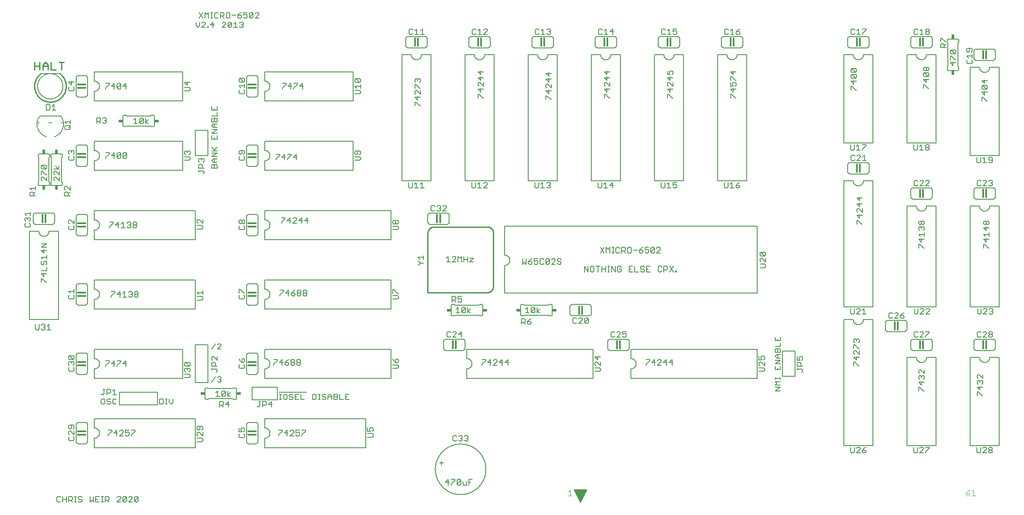
<source format=gto>
G75*
G70*
%OFA0B0*%
%FSLAX24Y24*%
%IPPOS*%
%LPD*%
%AMOC8*
5,1,8,0,0,1.08239X$1,22.5*
%
%ADD10C,0.0080*%
%ADD11C,0.0110*%
%ADD12C,0.0060*%
%ADD13C,0.0100*%
%ADD14C,0.0120*%
%ADD15R,0.0240X0.0340*%
%ADD16C,0.0040*%
%ADD17C,0.0050*%
%ADD18R,0.0340X0.0240*%
D10*
X007284Y011390D02*
X007214Y011460D01*
X007214Y011740D01*
X007284Y011810D01*
X007424Y011810D01*
X007494Y011740D01*
X007494Y011460D01*
X007424Y011390D01*
X007284Y011390D01*
X007674Y011460D02*
X007744Y011390D01*
X007884Y011390D01*
X007954Y011460D01*
X007954Y011530D01*
X007884Y011600D01*
X007744Y011600D01*
X007674Y011670D01*
X007674Y011740D01*
X007744Y011810D01*
X007884Y011810D01*
X007954Y011740D01*
X008135Y011740D02*
X008135Y011460D01*
X008205Y011390D01*
X008345Y011390D01*
X008415Y011460D01*
X008415Y011740D02*
X008345Y011810D01*
X008205Y011810D01*
X008135Y011740D01*
X011845Y011810D02*
X011845Y011390D01*
X012055Y011390D01*
X012125Y011460D01*
X012125Y011740D01*
X012055Y011810D01*
X011845Y011810D01*
X012305Y011810D02*
X012446Y011810D01*
X012375Y011810D02*
X012375Y011390D01*
X012305Y011390D02*
X012446Y011390D01*
X012612Y011530D02*
X012752Y011390D01*
X012893Y011530D01*
X012893Y011810D01*
X012612Y011810D02*
X012612Y011530D01*
X015970Y013140D02*
X016250Y013560D01*
X016430Y013490D02*
X016500Y013560D01*
X016641Y013560D01*
X016711Y013490D01*
X016711Y013420D01*
X016641Y013350D01*
X016711Y013280D01*
X016711Y013210D01*
X016641Y013140D01*
X016500Y013140D01*
X016430Y013210D01*
X016571Y013350D02*
X016641Y013350D01*
X016711Y015765D02*
X016430Y015765D01*
X016711Y016045D01*
X016711Y016115D01*
X016641Y016185D01*
X016500Y016185D01*
X016430Y016115D01*
X016250Y016185D02*
X015970Y015765D01*
X021305Y012345D02*
X023454Y012345D01*
X023033Y012185D02*
X023033Y011765D01*
X023313Y011765D01*
X022853Y011765D02*
X022573Y011765D01*
X022573Y012185D01*
X022853Y012185D01*
X022713Y011975D02*
X022573Y011975D01*
X022393Y011905D02*
X022393Y011835D01*
X022323Y011765D01*
X022182Y011765D01*
X022112Y011835D01*
X022182Y011975D02*
X022323Y011975D01*
X022393Y011905D01*
X022393Y012115D02*
X022323Y012185D01*
X022182Y012185D01*
X022112Y012115D01*
X022112Y012045D01*
X022182Y011975D01*
X021932Y011835D02*
X021932Y012115D01*
X021862Y012185D01*
X021722Y012185D01*
X021652Y012115D01*
X021652Y011835D01*
X021722Y011765D01*
X021862Y011765D01*
X021932Y011835D01*
X021485Y011765D02*
X021345Y011765D01*
X021415Y011765D02*
X021415Y012185D01*
X021345Y012185D02*
X021485Y012185D01*
X023954Y012185D02*
X023954Y011765D01*
X024164Y011765D01*
X024234Y011835D01*
X024234Y012115D01*
X024164Y012185D01*
X023954Y012185D01*
X024414Y012185D02*
X024554Y012185D01*
X024484Y012185D02*
X024484Y011765D01*
X024414Y011765D02*
X024554Y011765D01*
X024721Y011835D02*
X024791Y011765D01*
X024931Y011765D01*
X025001Y011835D01*
X025001Y011905D01*
X024931Y011975D01*
X024791Y011975D01*
X024721Y012045D01*
X024721Y012115D01*
X024791Y012185D01*
X024931Y012185D01*
X025001Y012115D01*
X025182Y012045D02*
X025322Y012185D01*
X025462Y012045D01*
X025462Y011765D01*
X025642Y011765D02*
X025852Y011765D01*
X025922Y011835D01*
X025922Y011905D01*
X025852Y011975D01*
X025642Y011975D01*
X025462Y011975D02*
X025182Y011975D01*
X025182Y012045D02*
X025182Y011765D01*
X025642Y011765D02*
X025642Y012185D01*
X025852Y012185D01*
X025922Y012115D01*
X025922Y012045D01*
X025852Y011975D01*
X026102Y011765D02*
X026383Y011765D01*
X026563Y011765D02*
X026563Y012185D01*
X026843Y012185D01*
X026703Y011975D02*
X026563Y011975D01*
X026563Y011765D02*
X026843Y011765D01*
X026102Y011765D02*
X026102Y012185D01*
X060595Y012440D02*
X061015Y012720D01*
X060595Y012720D01*
X060595Y012900D02*
X060735Y013040D01*
X060595Y013180D01*
X061015Y013180D01*
X061015Y013360D02*
X061015Y013500D01*
X061015Y013430D02*
X060595Y013430D01*
X060595Y013360D02*
X060595Y013500D01*
X060595Y014128D02*
X061015Y014128D01*
X061015Y014408D01*
X061015Y014588D02*
X060595Y014588D01*
X061015Y014868D01*
X060595Y014868D01*
X060735Y015048D02*
X060595Y015189D01*
X060735Y015329D01*
X061015Y015329D01*
X061015Y015509D02*
X061015Y015719D01*
X060945Y015789D01*
X060875Y015789D01*
X060805Y015719D01*
X060805Y015509D01*
X060805Y015329D02*
X060805Y015048D01*
X060735Y015048D02*
X061015Y015048D01*
X061015Y015509D02*
X060595Y015509D01*
X060595Y015719D01*
X060665Y015789D01*
X060735Y015789D01*
X060805Y015719D01*
X061015Y015969D02*
X061015Y016249D01*
X061015Y016430D02*
X061015Y016710D01*
X060805Y016570D02*
X060805Y016430D01*
X060595Y016430D02*
X061015Y016430D01*
X060595Y016430D02*
X060595Y016710D01*
X060595Y015969D02*
X061015Y015969D01*
X060595Y014408D02*
X060595Y014128D01*
X060805Y014128D02*
X060805Y014268D01*
X061015Y012900D02*
X060595Y012900D01*
X060595Y012440D02*
X061015Y012440D01*
X018453Y041335D02*
X018383Y041265D01*
X018243Y041265D01*
X018173Y041335D01*
X017993Y041265D02*
X017713Y041265D01*
X017853Y041265D02*
X017853Y041685D01*
X017713Y041545D01*
X017532Y041615D02*
X017252Y041335D01*
X017322Y041265D01*
X017462Y041265D01*
X017532Y041335D01*
X017532Y041615D01*
X017462Y041685D01*
X017322Y041685D01*
X017252Y041615D01*
X017252Y041335D01*
X017072Y041265D02*
X016792Y041265D01*
X017072Y041545D01*
X017072Y041615D01*
X017002Y041685D01*
X016862Y041685D01*
X016792Y041615D01*
X016658Y042015D02*
X016658Y042435D01*
X016868Y042435D01*
X016938Y042365D01*
X016938Y042225D01*
X016868Y042155D01*
X016658Y042155D01*
X016798Y042155D02*
X016938Y042015D01*
X017118Y042085D02*
X017189Y042015D01*
X017329Y042015D01*
X017399Y042085D01*
X017399Y042365D01*
X017329Y042435D01*
X017189Y042435D01*
X017118Y042365D01*
X017118Y042085D01*
X017579Y042225D02*
X017859Y042225D01*
X018039Y042225D02*
X018249Y042225D01*
X018320Y042155D01*
X018320Y042085D01*
X018249Y042015D01*
X018109Y042015D01*
X018039Y042085D01*
X018039Y042225D01*
X018179Y042365D01*
X018320Y042435D01*
X018500Y042435D02*
X018500Y042225D01*
X018640Y042295D01*
X018710Y042295D01*
X018780Y042225D01*
X018780Y042085D01*
X018710Y042015D01*
X018570Y042015D01*
X018500Y042085D01*
X018500Y042435D02*
X018780Y042435D01*
X018960Y042365D02*
X019030Y042435D01*
X019170Y042435D01*
X019240Y042365D01*
X018960Y042085D01*
X019030Y042015D01*
X019170Y042015D01*
X019240Y042085D01*
X019240Y042365D01*
X019420Y042365D02*
X019491Y042435D01*
X019631Y042435D01*
X019701Y042365D01*
X019701Y042295D01*
X019420Y042015D01*
X019701Y042015D01*
X018960Y042085D02*
X018960Y042365D01*
X018383Y041685D02*
X018453Y041615D01*
X018453Y041545D01*
X018383Y041475D01*
X018453Y041405D01*
X018453Y041335D01*
X018383Y041475D02*
X018313Y041475D01*
X018173Y041615D02*
X018243Y041685D01*
X018383Y041685D01*
X016478Y042085D02*
X016408Y042015D01*
X016268Y042015D01*
X016198Y042085D01*
X016198Y042365D01*
X016268Y042435D01*
X016408Y042435D01*
X016478Y042365D01*
X016031Y042435D02*
X015891Y042435D01*
X015961Y042435D02*
X015961Y042015D01*
X015891Y042015D02*
X016031Y042015D01*
X015711Y042015D02*
X015711Y042435D01*
X015571Y042295D01*
X015430Y042435D01*
X015430Y042015D01*
X015250Y042015D02*
X014970Y042435D01*
X015250Y042435D02*
X014970Y042015D01*
X015000Y041685D02*
X015000Y041405D01*
X014860Y041265D01*
X014720Y041405D01*
X014720Y041685D01*
X015180Y041615D02*
X015250Y041685D01*
X015391Y041685D01*
X015461Y041615D01*
X015461Y041545D01*
X015180Y041265D01*
X015461Y041265D01*
X015641Y041265D02*
X015711Y041265D01*
X015711Y041335D01*
X015641Y041335D01*
X015641Y041265D01*
X015871Y041475D02*
X016151Y041475D01*
X016081Y041265D02*
X016081Y041685D01*
X015871Y041475D01*
X003930Y037600D02*
X002430Y037600D01*
D11*
X002340Y037905D02*
X002340Y038496D01*
X002340Y038200D02*
X001946Y038200D01*
X001946Y037905D02*
X001946Y038496D01*
X002590Y038299D02*
X002590Y037905D01*
X002590Y038200D02*
X002984Y038200D01*
X002984Y038299D02*
X002984Y037905D01*
X003235Y037905D02*
X003235Y038496D01*
X002984Y038299D02*
X002787Y038496D01*
X002590Y038299D01*
X003235Y037905D02*
X003629Y037905D01*
X004076Y037905D02*
X004076Y038496D01*
X003880Y038496D02*
X004273Y038496D01*
D12*
X003710Y003703D02*
X003783Y003630D01*
X003930Y003630D01*
X004004Y003703D01*
X004170Y003630D02*
X004170Y004070D01*
X004004Y003997D02*
X003930Y004070D01*
X003783Y004070D01*
X003710Y003997D01*
X003710Y003703D01*
X004170Y003850D02*
X004464Y003850D01*
X004631Y003777D02*
X004851Y003777D01*
X004924Y003850D01*
X004924Y003997D01*
X004851Y004070D01*
X004631Y004070D01*
X004631Y003630D01*
X004464Y003630D02*
X004464Y004070D01*
X004778Y003777D02*
X004924Y003630D01*
X005091Y003630D02*
X005238Y003630D01*
X005165Y003630D02*
X005165Y004070D01*
X005238Y004070D02*
X005091Y004070D01*
X005398Y003997D02*
X005398Y003924D01*
X005472Y003850D01*
X005618Y003850D01*
X005692Y003777D01*
X005692Y003703D01*
X005618Y003630D01*
X005472Y003630D01*
X005398Y003703D01*
X005398Y003997D02*
X005472Y004070D01*
X005618Y004070D01*
X005692Y003997D01*
X006319Y004070D02*
X006319Y003630D01*
X006466Y003777D01*
X006612Y003630D01*
X006612Y004070D01*
X006779Y004070D02*
X006779Y003630D01*
X007073Y003630D01*
X007240Y003630D02*
X007386Y003630D01*
X007313Y003630D02*
X007313Y004070D01*
X007240Y004070D02*
X007386Y004070D01*
X007547Y004070D02*
X007767Y004070D01*
X007840Y003997D01*
X007840Y003850D01*
X007767Y003777D01*
X007547Y003777D01*
X007693Y003777D02*
X007840Y003630D01*
X007547Y003630D02*
X007547Y004070D01*
X007073Y004070D02*
X006779Y004070D01*
X006779Y003850D02*
X006926Y003850D01*
X008467Y003997D02*
X008541Y004070D01*
X008688Y004070D01*
X008761Y003997D01*
X008761Y003924D01*
X008467Y003630D01*
X008761Y003630D01*
X008928Y003703D02*
X009221Y003997D01*
X009221Y003703D01*
X009148Y003630D01*
X009001Y003630D01*
X008928Y003703D01*
X008928Y003997D01*
X009001Y004070D01*
X009148Y004070D01*
X009221Y003997D01*
X009388Y003997D02*
X009462Y004070D01*
X009608Y004070D01*
X009682Y003997D01*
X009682Y003924D01*
X009388Y003630D01*
X009682Y003630D01*
X009849Y003703D02*
X010142Y003997D01*
X010142Y003703D01*
X010069Y003630D01*
X009922Y003630D01*
X009849Y003703D01*
X009849Y003997D01*
X009922Y004070D01*
X010069Y004070D01*
X010142Y003997D01*
X006680Y007950D02*
X006680Y008700D01*
X006719Y008702D01*
X006758Y008708D01*
X006796Y008717D01*
X006833Y008730D01*
X006869Y008747D01*
X006902Y008767D01*
X006934Y008791D01*
X006963Y008817D01*
X006989Y008846D01*
X007013Y008878D01*
X007033Y008911D01*
X007050Y008947D01*
X007063Y008984D01*
X007072Y009022D01*
X007078Y009061D01*
X007080Y009100D01*
X007078Y009139D01*
X007072Y009178D01*
X007063Y009216D01*
X007050Y009253D01*
X007033Y009289D01*
X007013Y009322D01*
X006989Y009354D01*
X006963Y009383D01*
X006934Y009409D01*
X006902Y009433D01*
X006869Y009453D01*
X006833Y009470D01*
X006796Y009483D01*
X006758Y009492D01*
X006719Y009498D01*
X006680Y009500D01*
X006680Y010250D01*
X014680Y010250D01*
X014680Y007950D01*
X006680Y007950D01*
X006130Y008450D02*
X006130Y009750D01*
X006128Y009776D01*
X006123Y009802D01*
X006115Y009827D01*
X006103Y009850D01*
X006089Y009872D01*
X006071Y009891D01*
X006052Y009909D01*
X006030Y009923D01*
X006007Y009935D01*
X005982Y009943D01*
X005956Y009948D01*
X005930Y009950D01*
X005430Y009950D01*
X005404Y009948D01*
X005378Y009943D01*
X005353Y009935D01*
X005330Y009923D01*
X005308Y009909D01*
X005289Y009891D01*
X005271Y009872D01*
X005257Y009850D01*
X005245Y009827D01*
X005237Y009802D01*
X005232Y009776D01*
X005230Y009750D01*
X005230Y008450D01*
X005232Y008424D01*
X005237Y008398D01*
X005245Y008373D01*
X005257Y008350D01*
X005271Y008328D01*
X005289Y008309D01*
X005308Y008291D01*
X005330Y008277D01*
X005353Y008265D01*
X005378Y008257D01*
X005404Y008252D01*
X005430Y008250D01*
X005930Y008250D01*
X005956Y008252D01*
X005982Y008257D01*
X006007Y008265D01*
X006030Y008277D01*
X006052Y008291D01*
X006071Y008309D01*
X006089Y008328D01*
X006103Y008350D01*
X006115Y008373D01*
X006123Y008398D01*
X006128Y008424D01*
X006130Y008450D01*
X005075Y008588D02*
X005075Y008735D01*
X005002Y008808D01*
X005075Y008975D02*
X004781Y009268D01*
X004708Y009268D01*
X004635Y009195D01*
X004635Y009048D01*
X004708Y008975D01*
X004708Y008808D02*
X004635Y008735D01*
X004635Y008588D01*
X004708Y008514D01*
X005002Y008514D01*
X005075Y008588D01*
X005075Y008975D02*
X005075Y009268D01*
X005002Y009435D02*
X005075Y009509D01*
X005075Y009655D01*
X005002Y009729D01*
X004708Y009729D01*
X004635Y009655D01*
X004635Y009509D01*
X004708Y009435D01*
X004781Y009435D01*
X004855Y009509D01*
X004855Y009729D01*
X007760Y009320D02*
X008054Y009320D01*
X008054Y009247D01*
X007760Y008953D01*
X007760Y008880D01*
X008220Y009100D02*
X008514Y009100D01*
X008681Y009247D02*
X008754Y009320D01*
X008901Y009320D01*
X008974Y009247D01*
X008974Y009174D01*
X008681Y008880D01*
X008974Y008880D01*
X009141Y008953D02*
X009215Y008880D01*
X009361Y008880D01*
X009435Y008953D01*
X009435Y009100D01*
X009361Y009174D01*
X009288Y009174D01*
X009141Y009100D01*
X009141Y009320D01*
X009435Y009320D01*
X009602Y009320D02*
X009895Y009320D01*
X009895Y009247D01*
X009602Y008953D01*
X009602Y008880D01*
X008441Y008880D02*
X008441Y009320D01*
X008220Y009100D01*
X008271Y012130D02*
X008271Y012570D01*
X008125Y012424D01*
X007958Y012497D02*
X007884Y012570D01*
X007664Y012570D01*
X007664Y012130D01*
X007664Y012277D02*
X007884Y012277D01*
X007958Y012350D01*
X007958Y012497D01*
X008125Y012130D02*
X008418Y012130D01*
X007424Y012203D02*
X007424Y012570D01*
X007351Y012570D02*
X007497Y012570D01*
X007424Y012203D02*
X007351Y012130D01*
X007277Y012130D01*
X007204Y012203D01*
X006680Y013450D02*
X006680Y014200D01*
X006719Y014202D01*
X006758Y014208D01*
X006796Y014217D01*
X006833Y014230D01*
X006869Y014247D01*
X006902Y014267D01*
X006934Y014291D01*
X006963Y014317D01*
X006989Y014346D01*
X007013Y014378D01*
X007033Y014411D01*
X007050Y014447D01*
X007063Y014484D01*
X007072Y014522D01*
X007078Y014561D01*
X007080Y014600D01*
X007078Y014639D01*
X007072Y014678D01*
X007063Y014716D01*
X007050Y014753D01*
X007033Y014789D01*
X007013Y014822D01*
X006989Y014854D01*
X006963Y014883D01*
X006934Y014909D01*
X006902Y014933D01*
X006869Y014953D01*
X006833Y014970D01*
X006796Y014983D01*
X006758Y014992D01*
X006719Y014998D01*
X006680Y015000D01*
X006680Y015750D01*
X013680Y015750D01*
X013680Y013450D01*
X006680Y013450D01*
X006130Y013950D02*
X006130Y015250D01*
X006128Y015276D01*
X006123Y015302D01*
X006115Y015327D01*
X006103Y015350D01*
X006089Y015372D01*
X006071Y015391D01*
X006052Y015409D01*
X006030Y015423D01*
X006007Y015435D01*
X005982Y015443D01*
X005956Y015448D01*
X005930Y015450D01*
X005430Y015450D01*
X005404Y015448D01*
X005378Y015443D01*
X005353Y015435D01*
X005330Y015423D01*
X005308Y015409D01*
X005289Y015391D01*
X005271Y015372D01*
X005257Y015350D01*
X005245Y015327D01*
X005237Y015302D01*
X005232Y015276D01*
X005230Y015250D01*
X005230Y013950D01*
X005232Y013924D01*
X005237Y013898D01*
X005245Y013873D01*
X005257Y013850D01*
X005271Y013828D01*
X005289Y013809D01*
X005308Y013791D01*
X005330Y013777D01*
X005353Y013765D01*
X005378Y013757D01*
X005404Y013752D01*
X005430Y013750D01*
X005930Y013750D01*
X005956Y013752D01*
X005982Y013757D01*
X006007Y013765D01*
X006030Y013777D01*
X006052Y013791D01*
X006071Y013809D01*
X006089Y013828D01*
X006103Y013850D01*
X006115Y013873D01*
X006123Y013898D01*
X006128Y013924D01*
X006130Y013950D01*
X005075Y014088D02*
X005075Y014235D01*
X005002Y014308D01*
X005002Y014475D02*
X005075Y014548D01*
X005075Y014695D01*
X005002Y014768D01*
X004928Y014768D01*
X004855Y014695D01*
X004855Y014622D01*
X004855Y014695D02*
X004781Y014768D01*
X004708Y014768D01*
X004635Y014695D01*
X004635Y014548D01*
X004708Y014475D01*
X004708Y014308D02*
X004635Y014235D01*
X004635Y014088D01*
X004708Y014014D01*
X005002Y014014D01*
X005075Y014088D01*
X005002Y014935D02*
X004708Y014935D01*
X004635Y015009D01*
X004635Y015155D01*
X004708Y015229D01*
X005002Y014935D01*
X005075Y015009D01*
X005075Y015155D01*
X005002Y015229D01*
X004708Y015229D01*
X003224Y017280D02*
X002931Y017280D01*
X003078Y017280D02*
X003078Y017720D01*
X002931Y017574D01*
X002764Y017574D02*
X002691Y017500D01*
X002764Y017427D01*
X002764Y017353D01*
X002691Y017280D01*
X002544Y017280D01*
X002470Y017353D01*
X002304Y017353D02*
X002230Y017280D01*
X002083Y017280D01*
X002010Y017353D01*
X002010Y017720D01*
X002304Y017720D02*
X002304Y017353D01*
X002470Y017647D02*
X002544Y017720D01*
X002691Y017720D01*
X002764Y017647D01*
X002764Y017574D01*
X002691Y017500D02*
X002617Y017500D01*
X001530Y018100D02*
X003830Y018100D01*
X003830Y025100D01*
X003080Y025100D01*
X003078Y025061D01*
X003072Y025022D01*
X003063Y024984D01*
X003050Y024947D01*
X003033Y024911D01*
X003013Y024878D01*
X002989Y024846D01*
X002963Y024817D01*
X002934Y024791D01*
X002902Y024767D01*
X002869Y024747D01*
X002833Y024730D01*
X002796Y024717D01*
X002758Y024708D01*
X002719Y024702D01*
X002680Y024700D01*
X002641Y024702D01*
X002602Y024708D01*
X002564Y024717D01*
X002527Y024730D01*
X002491Y024747D01*
X002458Y024767D01*
X002426Y024791D01*
X002397Y024817D01*
X002371Y024846D01*
X002347Y024878D01*
X002327Y024911D01*
X002310Y024947D01*
X002297Y024984D01*
X002288Y025022D01*
X002282Y025061D01*
X002280Y025100D01*
X001530Y025100D01*
X001530Y018100D01*
X004635Y019818D02*
X004708Y019745D01*
X005002Y019745D01*
X005075Y019818D01*
X005075Y019965D01*
X005002Y020038D01*
X005075Y020205D02*
X005075Y020499D01*
X005075Y020352D02*
X004635Y020352D01*
X004781Y020205D01*
X004708Y020038D02*
X004635Y019965D01*
X004635Y019818D01*
X005230Y019450D02*
X005230Y020750D01*
X005232Y020776D01*
X005237Y020802D01*
X005245Y020827D01*
X005257Y020850D01*
X005271Y020872D01*
X005289Y020891D01*
X005308Y020909D01*
X005330Y020923D01*
X005353Y020935D01*
X005378Y020943D01*
X005404Y020948D01*
X005430Y020950D01*
X005930Y020950D01*
X005956Y020948D01*
X005982Y020943D01*
X006007Y020935D01*
X006030Y020923D01*
X006052Y020909D01*
X006071Y020891D01*
X006089Y020872D01*
X006103Y020850D01*
X006115Y020827D01*
X006123Y020802D01*
X006128Y020776D01*
X006130Y020750D01*
X006130Y019450D01*
X006128Y019424D01*
X006123Y019398D01*
X006115Y019373D01*
X006103Y019350D01*
X006089Y019328D01*
X006071Y019309D01*
X006052Y019291D01*
X006030Y019277D01*
X006007Y019265D01*
X005982Y019257D01*
X005956Y019252D01*
X005930Y019250D01*
X005430Y019250D01*
X005404Y019252D01*
X005378Y019257D01*
X005353Y019265D01*
X005330Y019277D01*
X005308Y019291D01*
X005289Y019309D01*
X005271Y019328D01*
X005257Y019350D01*
X005245Y019373D01*
X005237Y019398D01*
X005232Y019424D01*
X005230Y019450D01*
X006680Y019700D02*
X006680Y018950D01*
X014680Y018950D01*
X014680Y021250D01*
X006680Y021250D01*
X006680Y020500D01*
X006719Y020498D01*
X006758Y020492D01*
X006796Y020483D01*
X006833Y020470D01*
X006869Y020453D01*
X006902Y020433D01*
X006934Y020409D01*
X006963Y020383D01*
X006989Y020354D01*
X007013Y020322D01*
X007033Y020289D01*
X007050Y020253D01*
X007063Y020216D01*
X007072Y020178D01*
X007078Y020139D01*
X007080Y020100D01*
X007078Y020061D01*
X007072Y020022D01*
X007063Y019984D01*
X007050Y019947D01*
X007033Y019911D01*
X007013Y019878D01*
X006989Y019846D01*
X006963Y019817D01*
X006934Y019791D01*
X006902Y019767D01*
X006869Y019747D01*
X006833Y019730D01*
X006796Y019717D01*
X006758Y019708D01*
X006719Y019702D01*
X006680Y019700D01*
X008010Y019880D02*
X008010Y019953D01*
X008304Y020247D01*
X008304Y020320D01*
X008010Y020320D01*
X008470Y020100D02*
X008764Y020100D01*
X008931Y020174D02*
X009078Y020320D01*
X009078Y019880D01*
X009224Y019880D02*
X008931Y019880D01*
X008691Y019880D02*
X008691Y020320D01*
X008470Y020100D01*
X009391Y019953D02*
X009465Y019880D01*
X009611Y019880D01*
X009685Y019953D01*
X009685Y020027D01*
X009611Y020100D01*
X009538Y020100D01*
X009611Y020100D02*
X009685Y020174D01*
X009685Y020247D01*
X009611Y020320D01*
X009465Y020320D01*
X009391Y020247D01*
X009852Y020247D02*
X009852Y020174D01*
X009925Y020100D01*
X010072Y020100D01*
X010145Y020027D01*
X010145Y019953D01*
X010072Y019880D01*
X009925Y019880D01*
X009852Y019953D01*
X009852Y020027D01*
X009925Y020100D01*
X010072Y020100D02*
X010145Y020174D01*
X010145Y020247D01*
X010072Y020320D01*
X009925Y020320D01*
X009852Y020247D01*
X014810Y020252D02*
X015250Y020252D01*
X015250Y020105D02*
X015250Y020399D01*
X014956Y020105D02*
X014810Y020252D01*
X014810Y019938D02*
X015177Y019938D01*
X015250Y019865D01*
X015250Y019718D01*
X015177Y019645D01*
X014810Y019645D01*
X018135Y019818D02*
X018208Y019745D01*
X018502Y019745D01*
X018575Y019818D01*
X018575Y019965D01*
X018502Y020038D01*
X018502Y020205D02*
X018575Y020205D01*
X018502Y020205D02*
X018208Y020499D01*
X018135Y020499D01*
X018135Y020205D01*
X018208Y020038D02*
X018135Y019965D01*
X018135Y019818D01*
X018730Y019450D02*
X018730Y020750D01*
X018732Y020776D01*
X018737Y020802D01*
X018745Y020827D01*
X018757Y020850D01*
X018771Y020872D01*
X018789Y020891D01*
X018808Y020909D01*
X018830Y020923D01*
X018853Y020935D01*
X018878Y020943D01*
X018904Y020948D01*
X018930Y020950D01*
X019430Y020950D01*
X019456Y020948D01*
X019482Y020943D01*
X019507Y020935D01*
X019530Y020923D01*
X019552Y020909D01*
X019571Y020891D01*
X019589Y020872D01*
X019603Y020850D01*
X019615Y020827D01*
X019623Y020802D01*
X019628Y020776D01*
X019630Y020750D01*
X019630Y019450D01*
X019628Y019424D01*
X019623Y019398D01*
X019615Y019373D01*
X019603Y019350D01*
X019589Y019328D01*
X019571Y019309D01*
X019552Y019291D01*
X019530Y019277D01*
X019507Y019265D01*
X019482Y019257D01*
X019456Y019252D01*
X019430Y019250D01*
X018930Y019250D01*
X018904Y019252D01*
X018878Y019257D01*
X018853Y019265D01*
X018830Y019277D01*
X018808Y019291D01*
X018789Y019309D01*
X018771Y019328D01*
X018757Y019350D01*
X018745Y019373D01*
X018737Y019398D01*
X018732Y019424D01*
X018730Y019450D01*
X020180Y019700D02*
X020180Y018950D01*
X030180Y018950D01*
X030180Y021250D01*
X020180Y021250D01*
X020180Y020500D01*
X020219Y020498D01*
X020258Y020492D01*
X020296Y020483D01*
X020333Y020470D01*
X020369Y020453D01*
X020402Y020433D01*
X020434Y020409D01*
X020463Y020383D01*
X020489Y020354D01*
X020513Y020322D01*
X020533Y020289D01*
X020550Y020253D01*
X020563Y020216D01*
X020572Y020178D01*
X020578Y020139D01*
X020580Y020100D01*
X020578Y020061D01*
X020572Y020022D01*
X020563Y019984D01*
X020550Y019947D01*
X020533Y019911D01*
X020513Y019878D01*
X020489Y019846D01*
X020463Y019817D01*
X020434Y019791D01*
X020402Y019767D01*
X020369Y019747D01*
X020333Y019730D01*
X020296Y019717D01*
X020258Y019708D01*
X020219Y019702D01*
X020180Y019700D01*
X021360Y019980D02*
X021360Y020053D01*
X021654Y020347D01*
X021654Y020420D01*
X021360Y020420D01*
X021820Y020200D02*
X022114Y020200D01*
X022281Y020200D02*
X022501Y020200D01*
X022574Y020127D01*
X022574Y020053D01*
X022501Y019980D01*
X022354Y019980D01*
X022281Y020053D01*
X022281Y020200D01*
X022428Y020347D01*
X022574Y020420D01*
X022741Y020347D02*
X022741Y020274D01*
X022815Y020200D01*
X022961Y020200D01*
X023035Y020127D01*
X023035Y020053D01*
X022961Y019980D01*
X022815Y019980D01*
X022741Y020053D01*
X022741Y020127D01*
X022815Y020200D01*
X022961Y020200D02*
X023035Y020274D01*
X023035Y020347D01*
X022961Y020420D01*
X022815Y020420D01*
X022741Y020347D01*
X023202Y020347D02*
X023202Y020274D01*
X023275Y020200D01*
X023422Y020200D01*
X023495Y020127D01*
X023495Y020053D01*
X023422Y019980D01*
X023275Y019980D01*
X023202Y020053D01*
X023202Y020127D01*
X023275Y020200D01*
X023422Y020200D02*
X023495Y020274D01*
X023495Y020347D01*
X023422Y020420D01*
X023275Y020420D01*
X023202Y020347D01*
X022041Y020420D02*
X021820Y020200D01*
X022041Y019980D02*
X022041Y020420D01*
X020180Y024450D02*
X020180Y025200D01*
X020219Y025202D01*
X020258Y025208D01*
X020296Y025217D01*
X020333Y025230D01*
X020369Y025247D01*
X020402Y025267D01*
X020434Y025291D01*
X020463Y025317D01*
X020489Y025346D01*
X020513Y025378D01*
X020533Y025411D01*
X020550Y025447D01*
X020563Y025484D01*
X020572Y025522D01*
X020578Y025561D01*
X020580Y025600D01*
X020578Y025639D01*
X020572Y025678D01*
X020563Y025716D01*
X020550Y025753D01*
X020533Y025789D01*
X020513Y025822D01*
X020489Y025854D01*
X020463Y025883D01*
X020434Y025909D01*
X020402Y025933D01*
X020369Y025953D01*
X020333Y025970D01*
X020296Y025983D01*
X020258Y025992D01*
X020219Y025998D01*
X020180Y026000D01*
X020180Y026750D01*
X030180Y026750D01*
X030180Y024450D01*
X020180Y024450D01*
X019630Y024950D02*
X019630Y026250D01*
X019628Y026276D01*
X019623Y026302D01*
X019615Y026327D01*
X019603Y026350D01*
X019589Y026372D01*
X019571Y026391D01*
X019552Y026409D01*
X019530Y026423D01*
X019507Y026435D01*
X019482Y026443D01*
X019456Y026448D01*
X019430Y026450D01*
X018930Y026450D01*
X018904Y026448D01*
X018878Y026443D01*
X018853Y026435D01*
X018830Y026423D01*
X018808Y026409D01*
X018789Y026391D01*
X018771Y026372D01*
X018757Y026350D01*
X018745Y026327D01*
X018737Y026302D01*
X018732Y026276D01*
X018730Y026250D01*
X018730Y024950D01*
X018732Y024924D01*
X018737Y024898D01*
X018745Y024873D01*
X018757Y024850D01*
X018771Y024828D01*
X018789Y024809D01*
X018808Y024791D01*
X018830Y024777D01*
X018853Y024765D01*
X018878Y024757D01*
X018904Y024752D01*
X018930Y024750D01*
X019430Y024750D01*
X019456Y024752D01*
X019482Y024757D01*
X019507Y024765D01*
X019530Y024777D01*
X019552Y024791D01*
X019571Y024809D01*
X019589Y024828D01*
X019603Y024850D01*
X019615Y024873D01*
X019623Y024898D01*
X019628Y024924D01*
X019630Y024950D01*
X018575Y025318D02*
X018575Y025465D01*
X018502Y025538D01*
X018502Y025705D02*
X018428Y025705D01*
X018355Y025778D01*
X018355Y025925D01*
X018428Y025999D01*
X018502Y025999D01*
X018575Y025925D01*
X018575Y025778D01*
X018502Y025705D01*
X018355Y025778D02*
X018281Y025705D01*
X018208Y025705D01*
X018135Y025778D01*
X018135Y025925D01*
X018208Y025999D01*
X018281Y025999D01*
X018355Y025925D01*
X018208Y025538D02*
X018135Y025465D01*
X018135Y025318D01*
X018208Y025245D01*
X018502Y025245D01*
X018575Y025318D01*
X021485Y025730D02*
X021485Y025803D01*
X021779Y026097D01*
X021779Y026170D01*
X021485Y026170D01*
X021945Y025950D02*
X022239Y025950D01*
X022406Y026097D02*
X022479Y026170D01*
X022626Y026170D01*
X022699Y026097D01*
X022699Y026024D01*
X022406Y025730D01*
X022699Y025730D01*
X022866Y025950D02*
X023160Y025950D01*
X023327Y025950D02*
X023547Y026170D01*
X023547Y025730D01*
X023620Y025950D02*
X023327Y025950D01*
X023086Y025730D02*
X023086Y026170D01*
X022866Y025950D01*
X022166Y025730D02*
X022166Y026170D01*
X021945Y025950D01*
X015250Y026024D02*
X015250Y025730D01*
X014956Y026024D01*
X014883Y026024D01*
X014810Y025950D01*
X014810Y025803D01*
X014883Y025730D01*
X014810Y025563D02*
X015177Y025563D01*
X015250Y025490D01*
X015250Y025343D01*
X015177Y025270D01*
X014810Y025270D01*
X014680Y024450D02*
X014680Y026750D01*
X006680Y026750D01*
X006680Y026000D01*
X006719Y025998D01*
X006758Y025992D01*
X006796Y025983D01*
X006833Y025970D01*
X006869Y025953D01*
X006902Y025933D01*
X006934Y025909D01*
X006963Y025883D01*
X006989Y025854D01*
X007013Y025822D01*
X007033Y025789D01*
X007050Y025753D01*
X007063Y025716D01*
X007072Y025678D01*
X007078Y025639D01*
X007080Y025600D01*
X007078Y025561D01*
X007072Y025522D01*
X007063Y025484D01*
X007050Y025447D01*
X007033Y025411D01*
X007013Y025378D01*
X006989Y025346D01*
X006963Y025317D01*
X006934Y025291D01*
X006902Y025267D01*
X006869Y025247D01*
X006833Y025230D01*
X006796Y025217D01*
X006758Y025208D01*
X006719Y025202D01*
X006680Y025200D01*
X006680Y024450D01*
X014680Y024450D01*
X010020Y025453D02*
X009947Y025380D01*
X009800Y025380D01*
X009727Y025453D01*
X009727Y025527D01*
X009800Y025600D01*
X009947Y025600D01*
X010020Y025527D01*
X010020Y025453D01*
X009947Y025600D02*
X010020Y025674D01*
X010020Y025747D01*
X009947Y025820D01*
X009800Y025820D01*
X009727Y025747D01*
X009727Y025674D01*
X009800Y025600D01*
X009560Y025527D02*
X009560Y025453D01*
X009486Y025380D01*
X009340Y025380D01*
X009266Y025453D01*
X009099Y025380D02*
X008806Y025380D01*
X008953Y025380D02*
X008953Y025820D01*
X008806Y025674D01*
X008639Y025600D02*
X008345Y025600D01*
X008566Y025820D01*
X008566Y025380D01*
X008179Y025747D02*
X007885Y025453D01*
X007885Y025380D01*
X007885Y025820D02*
X008179Y025820D01*
X008179Y025747D01*
X009266Y025747D02*
X009340Y025820D01*
X009486Y025820D01*
X009560Y025747D01*
X009560Y025674D01*
X009486Y025600D01*
X009560Y025527D01*
X009486Y025600D02*
X009413Y025600D01*
X006130Y024950D02*
X006130Y026250D01*
X006128Y026276D01*
X006123Y026302D01*
X006115Y026327D01*
X006103Y026350D01*
X006089Y026372D01*
X006071Y026391D01*
X006052Y026409D01*
X006030Y026423D01*
X006007Y026435D01*
X005982Y026443D01*
X005956Y026448D01*
X005930Y026450D01*
X005430Y026450D01*
X005404Y026448D01*
X005378Y026443D01*
X005353Y026435D01*
X005330Y026423D01*
X005308Y026409D01*
X005289Y026391D01*
X005271Y026372D01*
X005257Y026350D01*
X005245Y026327D01*
X005237Y026302D01*
X005232Y026276D01*
X005230Y026250D01*
X005230Y024950D01*
X005232Y024924D01*
X005237Y024898D01*
X005245Y024873D01*
X005257Y024850D01*
X005271Y024828D01*
X005289Y024809D01*
X005308Y024791D01*
X005330Y024777D01*
X005353Y024765D01*
X005378Y024757D01*
X005404Y024752D01*
X005430Y024750D01*
X005930Y024750D01*
X005956Y024752D01*
X005982Y024757D01*
X006007Y024765D01*
X006030Y024777D01*
X006052Y024791D01*
X006071Y024809D01*
X006089Y024828D01*
X006103Y024850D01*
X006115Y024873D01*
X006123Y024898D01*
X006128Y024924D01*
X006130Y024950D01*
X005075Y025318D02*
X005075Y025465D01*
X005002Y025538D01*
X005075Y025705D02*
X004781Y025999D01*
X004708Y025999D01*
X004635Y025925D01*
X004635Y025778D01*
X004708Y025705D01*
X004708Y025538D02*
X004635Y025465D01*
X004635Y025318D01*
X004708Y025245D01*
X005002Y025245D01*
X005075Y025318D01*
X005075Y025705D02*
X005075Y025999D01*
X003530Y025850D02*
X003530Y026350D01*
X003528Y026376D01*
X003523Y026402D01*
X003515Y026427D01*
X003503Y026450D01*
X003489Y026472D01*
X003471Y026491D01*
X003452Y026509D01*
X003430Y026523D01*
X003407Y026535D01*
X003382Y026543D01*
X003356Y026548D01*
X003330Y026550D01*
X002030Y026550D01*
X002004Y026548D01*
X001978Y026543D01*
X001953Y026535D01*
X001930Y026523D01*
X001908Y026509D01*
X001889Y026491D01*
X001871Y026472D01*
X001857Y026450D01*
X001845Y026427D01*
X001837Y026402D01*
X001832Y026376D01*
X001830Y026350D01*
X001830Y025850D01*
X001832Y025824D01*
X001837Y025798D01*
X001845Y025773D01*
X001857Y025750D01*
X001871Y025728D01*
X001889Y025709D01*
X001908Y025691D01*
X001930Y025677D01*
X001953Y025665D01*
X001978Y025657D01*
X002004Y025652D01*
X002030Y025650D01*
X003330Y025650D01*
X003356Y025652D01*
X003382Y025657D01*
X003407Y025665D01*
X003430Y025677D01*
X003452Y025691D01*
X003471Y025709D01*
X003489Y025728D01*
X003503Y025750D01*
X003515Y025773D01*
X003523Y025798D01*
X003528Y025824D01*
X003530Y025850D01*
X001600Y025964D02*
X001527Y025890D01*
X001600Y025964D02*
X001600Y026111D01*
X001527Y026184D01*
X001453Y026184D01*
X001380Y026111D01*
X001380Y026037D01*
X001380Y026111D02*
X001306Y026184D01*
X001233Y026184D01*
X001160Y026111D01*
X001160Y025964D01*
X001233Y025890D01*
X001233Y025724D02*
X001160Y025650D01*
X001160Y025503D01*
X001233Y025430D01*
X001527Y025430D01*
X001600Y025503D01*
X001600Y025650D01*
X001527Y025724D01*
X001600Y026351D02*
X001600Y026644D01*
X001600Y026498D02*
X001160Y026498D01*
X001306Y026351D01*
X001560Y027909D02*
X001560Y028129D01*
X001633Y028203D01*
X001780Y028203D01*
X001853Y028129D01*
X001853Y027909D01*
X002000Y027909D02*
X001560Y027909D01*
X001853Y028056D02*
X002000Y028203D01*
X002000Y028370D02*
X002000Y028663D01*
X002000Y028516D02*
X001560Y028516D01*
X001706Y028370D01*
X002230Y028825D02*
X002230Y028975D01*
X002280Y029025D01*
X002280Y030925D01*
X002230Y030975D01*
X002230Y031125D01*
X002232Y031142D01*
X002236Y031159D01*
X002243Y031175D01*
X002253Y031189D01*
X002266Y031202D01*
X002280Y031212D01*
X002296Y031219D01*
X002313Y031223D01*
X002330Y031225D01*
X003030Y031225D01*
X003047Y031223D01*
X003064Y031219D01*
X003080Y031212D01*
X003094Y031202D01*
X003107Y031189D01*
X003117Y031175D01*
X003124Y031159D01*
X003128Y031142D01*
X003130Y031125D01*
X003130Y030975D01*
X003080Y030925D01*
X003080Y029025D01*
X003130Y028975D01*
X003130Y028825D01*
X003128Y028808D01*
X003124Y028791D01*
X003117Y028775D01*
X003107Y028761D01*
X003094Y028748D01*
X003080Y028738D01*
X003064Y028731D01*
X003047Y028727D01*
X003030Y028725D01*
X002330Y028725D01*
X002313Y028727D01*
X002296Y028731D01*
X002280Y028738D01*
X002266Y028748D01*
X002253Y028761D01*
X002243Y028775D01*
X002236Y028791D01*
X002232Y028808D01*
X002230Y028825D01*
X002533Y029115D02*
X002460Y029188D01*
X002460Y029335D01*
X002533Y029409D01*
X002606Y029409D01*
X002900Y029115D01*
X002900Y029409D01*
X002900Y029575D02*
X002827Y029575D01*
X002533Y029869D01*
X002460Y029869D01*
X002460Y029575D01*
X002533Y030036D02*
X002460Y030109D01*
X002460Y030256D01*
X002533Y030329D01*
X002827Y030036D01*
X002900Y030109D01*
X002900Y030256D01*
X002827Y030329D01*
X002533Y030329D01*
X002533Y030036D02*
X002827Y030036D01*
X003460Y030036D02*
X003900Y030036D01*
X003753Y030036D02*
X003606Y030256D01*
X003753Y030036D02*
X003900Y030256D01*
X003900Y029869D02*
X003900Y029575D01*
X003606Y029869D01*
X003533Y029869D01*
X003460Y029796D01*
X003460Y029649D01*
X003533Y029575D01*
X003533Y029409D02*
X003460Y029335D01*
X003460Y029188D01*
X003533Y029115D01*
X003280Y029025D02*
X003280Y030925D01*
X003230Y030975D01*
X003230Y031125D01*
X003232Y031142D01*
X003236Y031159D01*
X003243Y031175D01*
X003253Y031189D01*
X003266Y031202D01*
X003280Y031212D01*
X003296Y031219D01*
X003313Y031223D01*
X003330Y031225D01*
X004030Y031225D01*
X004047Y031223D01*
X004064Y031219D01*
X004080Y031212D01*
X004094Y031202D01*
X004107Y031189D01*
X004117Y031175D01*
X004124Y031159D01*
X004128Y031142D01*
X004130Y031125D01*
X004130Y030975D01*
X004080Y030925D01*
X004080Y029025D01*
X004130Y028975D01*
X004130Y028825D01*
X004128Y028808D01*
X004124Y028791D01*
X004117Y028775D01*
X004107Y028761D01*
X004094Y028748D01*
X004080Y028738D01*
X004064Y028731D01*
X004047Y028727D01*
X004030Y028725D01*
X003330Y028725D01*
X003313Y028727D01*
X003296Y028731D01*
X003280Y028738D01*
X003266Y028748D01*
X003253Y028761D01*
X003243Y028775D01*
X003236Y028791D01*
X003232Y028808D01*
X003230Y028825D01*
X003230Y028975D01*
X003280Y029025D01*
X003533Y029409D02*
X003606Y029409D01*
X003900Y029115D01*
X003900Y029409D01*
X004383Y028663D02*
X004310Y028590D01*
X004310Y028443D01*
X004383Y028370D01*
X004383Y028203D02*
X004530Y028203D01*
X004603Y028129D01*
X004603Y027909D01*
X004750Y027909D02*
X004310Y027909D01*
X004310Y028129D01*
X004383Y028203D01*
X004603Y028056D02*
X004750Y028203D01*
X004750Y028370D02*
X004456Y028663D01*
X004383Y028663D01*
X004750Y028663D02*
X004750Y028370D01*
X005430Y030250D02*
X005930Y030250D01*
X005956Y030252D01*
X005982Y030257D01*
X006007Y030265D01*
X006030Y030277D01*
X006052Y030291D01*
X006071Y030309D01*
X006089Y030328D01*
X006103Y030350D01*
X006115Y030373D01*
X006123Y030398D01*
X006128Y030424D01*
X006130Y030450D01*
X006130Y031750D01*
X006128Y031776D01*
X006123Y031802D01*
X006115Y031827D01*
X006103Y031850D01*
X006089Y031872D01*
X006071Y031891D01*
X006052Y031909D01*
X006030Y031923D01*
X006007Y031935D01*
X005982Y031943D01*
X005956Y031948D01*
X005930Y031950D01*
X005430Y031950D01*
X005404Y031948D01*
X005378Y031943D01*
X005353Y031935D01*
X005330Y031923D01*
X005308Y031909D01*
X005289Y031891D01*
X005271Y031872D01*
X005257Y031850D01*
X005245Y031827D01*
X005237Y031802D01*
X005232Y031776D01*
X005230Y031750D01*
X005230Y030450D01*
X005232Y030424D01*
X005237Y030398D01*
X005245Y030373D01*
X005257Y030350D01*
X005271Y030328D01*
X005289Y030309D01*
X005308Y030291D01*
X005330Y030277D01*
X005353Y030265D01*
X005378Y030257D01*
X005404Y030252D01*
X005430Y030250D01*
X005002Y030745D02*
X004708Y030745D01*
X004635Y030818D01*
X004635Y030965D01*
X004708Y031038D01*
X004708Y031205D02*
X004635Y031278D01*
X004635Y031425D01*
X004708Y031499D01*
X004781Y031499D01*
X004855Y031425D01*
X004928Y031499D01*
X005002Y031499D01*
X005075Y031425D01*
X005075Y031278D01*
X005002Y031205D01*
X005002Y031038D02*
X005075Y030965D01*
X005075Y030818D01*
X005002Y030745D01*
X004855Y031352D02*
X004855Y031425D01*
X006680Y031500D02*
X006680Y032250D01*
X013680Y032250D01*
X013680Y029950D01*
X006680Y029950D01*
X006680Y030700D01*
X006719Y030702D01*
X006758Y030708D01*
X006796Y030717D01*
X006833Y030730D01*
X006869Y030747D01*
X006902Y030767D01*
X006934Y030791D01*
X006963Y030817D01*
X006989Y030846D01*
X007013Y030878D01*
X007033Y030911D01*
X007050Y030947D01*
X007063Y030984D01*
X007072Y031022D01*
X007078Y031061D01*
X007080Y031100D01*
X007078Y031139D01*
X007072Y031178D01*
X007063Y031216D01*
X007050Y031253D01*
X007033Y031289D01*
X007013Y031322D01*
X006989Y031354D01*
X006963Y031383D01*
X006934Y031409D01*
X006902Y031433D01*
X006869Y031453D01*
X006833Y031470D01*
X006796Y031483D01*
X006758Y031492D01*
X006719Y031498D01*
X006680Y031500D01*
X007560Y031320D02*
X007854Y031320D01*
X007854Y031247D01*
X007560Y030953D01*
X007560Y030880D01*
X008020Y031100D02*
X008314Y031100D01*
X008481Y030953D02*
X008774Y031247D01*
X008774Y030953D01*
X008701Y030880D01*
X008554Y030880D01*
X008481Y030953D01*
X008481Y031247D01*
X008554Y031320D01*
X008701Y031320D01*
X008774Y031247D01*
X008941Y031247D02*
X008941Y030953D01*
X009235Y031247D01*
X009235Y030953D01*
X009161Y030880D01*
X009015Y030880D01*
X008941Y030953D01*
X008941Y031247D02*
X009015Y031320D01*
X009161Y031320D01*
X009235Y031247D01*
X008241Y031320D02*
X008241Y030880D01*
X008020Y031100D02*
X008241Y031320D01*
X009030Y033400D02*
X009180Y033400D01*
X009230Y033450D01*
X011130Y033450D01*
X011180Y033400D01*
X011330Y033400D01*
X011347Y033402D01*
X011364Y033406D01*
X011380Y033413D01*
X011394Y033423D01*
X011407Y033436D01*
X011417Y033450D01*
X011424Y033466D01*
X011428Y033483D01*
X011430Y033500D01*
X011430Y034200D01*
X011428Y034217D01*
X011424Y034234D01*
X011417Y034250D01*
X011407Y034264D01*
X011394Y034277D01*
X011380Y034287D01*
X011364Y034294D01*
X011347Y034298D01*
X011330Y034300D01*
X011180Y034300D01*
X011130Y034250D01*
X009230Y034250D01*
X009180Y034300D01*
X009030Y034300D01*
X009013Y034298D01*
X008996Y034294D01*
X008980Y034287D01*
X008966Y034277D01*
X008953Y034264D01*
X008943Y034250D01*
X008936Y034234D01*
X008932Y034217D01*
X008930Y034200D01*
X008930Y033500D01*
X008932Y033483D01*
X008936Y033466D01*
X008943Y033450D01*
X008953Y033436D01*
X008966Y033423D01*
X008980Y033413D01*
X008996Y033406D01*
X009013Y033402D01*
X009030Y033400D01*
X009796Y033630D02*
X010089Y033630D01*
X009942Y033630D02*
X009942Y034070D01*
X009796Y033924D01*
X010256Y033997D02*
X010329Y034070D01*
X010476Y034070D01*
X010550Y033997D01*
X010256Y033703D01*
X010329Y033630D01*
X010476Y033630D01*
X010550Y033703D01*
X010550Y033997D01*
X010716Y034070D02*
X010716Y033630D01*
X010716Y033777D02*
X010937Y033630D01*
X010716Y033777D02*
X010937Y033924D01*
X010256Y033997D02*
X010256Y033703D01*
X007618Y033728D02*
X007545Y033655D01*
X007398Y033655D01*
X007325Y033728D01*
X007158Y033655D02*
X007011Y033802D01*
X007084Y033802D02*
X006864Y033802D01*
X006864Y033655D02*
X006864Y034095D01*
X007084Y034095D01*
X007158Y034022D01*
X007158Y033875D01*
X007084Y033802D01*
X007325Y034022D02*
X007398Y034095D01*
X007545Y034095D01*
X007618Y034022D01*
X007618Y033949D01*
X007545Y033875D01*
X007618Y033802D01*
X007618Y033728D01*
X007545Y033875D02*
X007471Y033875D01*
X006680Y035450D02*
X006680Y036200D01*
X006719Y036202D01*
X006758Y036208D01*
X006796Y036217D01*
X006833Y036230D01*
X006869Y036247D01*
X006902Y036267D01*
X006934Y036291D01*
X006963Y036317D01*
X006989Y036346D01*
X007013Y036378D01*
X007033Y036411D01*
X007050Y036447D01*
X007063Y036484D01*
X007072Y036522D01*
X007078Y036561D01*
X007080Y036600D01*
X007078Y036639D01*
X007072Y036678D01*
X007063Y036716D01*
X007050Y036753D01*
X007033Y036789D01*
X007013Y036822D01*
X006989Y036854D01*
X006963Y036883D01*
X006934Y036909D01*
X006902Y036933D01*
X006869Y036953D01*
X006833Y036970D01*
X006796Y036983D01*
X006758Y036992D01*
X006719Y036998D01*
X006680Y037000D01*
X006680Y037750D01*
X013680Y037750D01*
X013680Y035450D01*
X006680Y035450D01*
X005930Y035750D02*
X005430Y035750D01*
X005404Y035752D01*
X005378Y035757D01*
X005353Y035765D01*
X005330Y035777D01*
X005308Y035791D01*
X005289Y035809D01*
X005271Y035828D01*
X005257Y035850D01*
X005245Y035873D01*
X005237Y035898D01*
X005232Y035924D01*
X005230Y035950D01*
X005230Y037250D01*
X005232Y037276D01*
X005237Y037302D01*
X005245Y037327D01*
X005257Y037350D01*
X005271Y037372D01*
X005289Y037391D01*
X005308Y037409D01*
X005330Y037423D01*
X005353Y037435D01*
X005378Y037443D01*
X005404Y037448D01*
X005430Y037450D01*
X005930Y037450D01*
X005956Y037448D01*
X005982Y037443D01*
X006007Y037435D01*
X006030Y037423D01*
X006052Y037409D01*
X006071Y037391D01*
X006089Y037372D01*
X006103Y037350D01*
X006115Y037327D01*
X006123Y037302D01*
X006128Y037276D01*
X006130Y037250D01*
X006130Y035950D01*
X006128Y035924D01*
X006123Y035898D01*
X006115Y035873D01*
X006103Y035850D01*
X006089Y035828D01*
X006071Y035809D01*
X006052Y035791D01*
X006030Y035777D01*
X006007Y035765D01*
X005982Y035757D01*
X005956Y035752D01*
X005930Y035750D01*
X005075Y036318D02*
X005075Y036465D01*
X005002Y036538D01*
X004855Y036705D02*
X004855Y036999D01*
X005075Y036925D02*
X004635Y036925D01*
X004855Y036705D01*
X004708Y036538D02*
X004635Y036465D01*
X004635Y036318D01*
X004708Y036245D01*
X005002Y036245D01*
X005075Y036318D01*
X003482Y035155D02*
X003482Y034715D01*
X003335Y034715D02*
X003629Y034715D01*
X003335Y035009D02*
X003482Y035155D01*
X003168Y035082D02*
X003168Y034788D01*
X003095Y034715D01*
X002875Y034715D01*
X002875Y035155D01*
X003095Y035155D01*
X003168Y035082D01*
X002180Y036600D02*
X002182Y036663D01*
X002188Y036725D01*
X002198Y036787D01*
X002211Y036849D01*
X002229Y036909D01*
X002250Y036968D01*
X002275Y037026D01*
X002304Y037082D01*
X002336Y037136D01*
X002371Y037188D01*
X002409Y037237D01*
X002451Y037285D01*
X002495Y037329D01*
X002543Y037371D01*
X002592Y037409D01*
X002644Y037444D01*
X002698Y037476D01*
X002754Y037505D01*
X002812Y037530D01*
X002871Y037551D01*
X002931Y037569D01*
X002993Y037582D01*
X003055Y037592D01*
X003117Y037598D01*
X003180Y037600D01*
X003243Y037598D01*
X003305Y037592D01*
X003367Y037582D01*
X003429Y037569D01*
X003489Y037551D01*
X003548Y037530D01*
X003606Y037505D01*
X003662Y037476D01*
X003716Y037444D01*
X003768Y037409D01*
X003817Y037371D01*
X003865Y037329D01*
X003909Y037285D01*
X003951Y037237D01*
X003989Y037188D01*
X004024Y037136D01*
X004056Y037082D01*
X004085Y037026D01*
X004110Y036968D01*
X004131Y036909D01*
X004149Y036849D01*
X004162Y036787D01*
X004172Y036725D01*
X004178Y036663D01*
X004180Y036600D01*
X004178Y036537D01*
X004172Y036475D01*
X004162Y036413D01*
X004149Y036351D01*
X004131Y036291D01*
X004110Y036232D01*
X004085Y036174D01*
X004056Y036118D01*
X004024Y036064D01*
X003989Y036012D01*
X003951Y035963D01*
X003909Y035915D01*
X003865Y035871D01*
X003817Y035829D01*
X003768Y035791D01*
X003716Y035756D01*
X003662Y035724D01*
X003606Y035695D01*
X003548Y035670D01*
X003489Y035649D01*
X003429Y035631D01*
X003367Y035618D01*
X003305Y035608D01*
X003243Y035602D01*
X003180Y035600D01*
X003117Y035602D01*
X003055Y035608D01*
X002993Y035618D01*
X002931Y035631D01*
X002871Y035649D01*
X002812Y035670D01*
X002754Y035695D01*
X002698Y035724D01*
X002644Y035756D01*
X002592Y035791D01*
X002543Y035829D01*
X002495Y035871D01*
X002451Y035915D01*
X002409Y035963D01*
X002371Y036012D01*
X002336Y036064D01*
X002304Y036118D01*
X002275Y036174D01*
X002250Y036232D01*
X002229Y036291D01*
X002211Y036351D01*
X002198Y036413D01*
X002188Y036475D01*
X002182Y036537D01*
X002180Y036600D01*
X004335Y033777D02*
X004775Y033777D01*
X004775Y033630D02*
X004775Y033924D01*
X004481Y033630D02*
X004335Y033777D01*
X004408Y033463D02*
X004702Y033463D01*
X004775Y033390D01*
X004775Y033243D01*
X004702Y033170D01*
X004408Y033170D01*
X004335Y033243D01*
X004335Y033390D01*
X004408Y033463D01*
X004628Y033316D02*
X004775Y033463D01*
X007560Y036380D02*
X007560Y036453D01*
X007854Y036747D01*
X007854Y036820D01*
X007560Y036820D01*
X008020Y036600D02*
X008314Y036600D01*
X008481Y036453D02*
X008774Y036747D01*
X008774Y036453D01*
X008701Y036380D01*
X008554Y036380D01*
X008481Y036453D01*
X008481Y036747D01*
X008554Y036820D01*
X008701Y036820D01*
X008774Y036747D01*
X008941Y036600D02*
X009161Y036820D01*
X009161Y036380D01*
X009235Y036600D02*
X008941Y036600D01*
X008241Y036380D02*
X008241Y036820D01*
X008020Y036600D01*
X013810Y036513D02*
X014177Y036513D01*
X014250Y036440D01*
X014250Y036293D01*
X014177Y036220D01*
X013810Y036220D01*
X014030Y036680D02*
X014030Y036974D01*
X014250Y036900D02*
X013810Y036900D01*
X014030Y036680D01*
X015960Y034995D02*
X015960Y034702D01*
X016400Y034702D01*
X016400Y034995D01*
X016180Y034849D02*
X016180Y034702D01*
X016400Y034535D02*
X016400Y034241D01*
X015960Y034241D01*
X016033Y034075D02*
X016106Y034075D01*
X016180Y034001D01*
X016180Y033781D01*
X016180Y033614D02*
X016180Y033321D01*
X016106Y033321D02*
X015960Y033467D01*
X016106Y033614D01*
X016400Y033614D01*
X016400Y033781D02*
X015960Y033781D01*
X015960Y034001D01*
X016033Y034075D01*
X016180Y034001D02*
X016253Y034075D01*
X016327Y034075D01*
X016400Y034001D01*
X016400Y033781D01*
X016400Y033321D02*
X016106Y033321D01*
X015960Y033154D02*
X016400Y033154D01*
X015960Y032860D01*
X016400Y032860D01*
X016400Y032693D02*
X016400Y032400D01*
X015960Y032400D01*
X015960Y032693D01*
X016180Y032547D02*
X016180Y032400D01*
X016400Y031773D02*
X016180Y031552D01*
X016253Y031479D02*
X015960Y031773D01*
X015960Y031479D02*
X016400Y031479D01*
X016400Y031312D02*
X015960Y031312D01*
X015960Y031019D02*
X016400Y031312D01*
X016400Y031019D02*
X015960Y031019D01*
X016106Y030852D02*
X015960Y030705D01*
X016106Y030558D01*
X016400Y030558D01*
X016327Y030391D02*
X016400Y030318D01*
X016400Y030098D01*
X015960Y030098D01*
X015960Y030318D01*
X016033Y030391D01*
X016106Y030391D01*
X016180Y030318D01*
X016180Y030098D01*
X016180Y030318D02*
X016253Y030391D01*
X016327Y030391D01*
X016180Y030558D02*
X016180Y030852D01*
X016106Y030852D02*
X016400Y030852D01*
X015370Y030795D02*
X015370Y030648D01*
X015297Y030575D01*
X015150Y030721D02*
X015150Y030795D01*
X015223Y030868D01*
X015297Y030868D01*
X015370Y030795D01*
X015150Y030795D02*
X015076Y030868D01*
X015003Y030868D01*
X014930Y030795D01*
X014930Y030648D01*
X015003Y030575D01*
X015003Y030408D02*
X015150Y030408D01*
X015223Y030334D01*
X015223Y030114D01*
X015370Y030114D02*
X014930Y030114D01*
X014930Y030334D01*
X015003Y030408D01*
X014930Y029947D02*
X014930Y029801D01*
X014930Y029874D02*
X015297Y029874D01*
X015370Y029801D01*
X015370Y029727D01*
X015297Y029654D01*
X014177Y030720D02*
X014250Y030793D01*
X014250Y030940D01*
X014177Y031013D01*
X013810Y031013D01*
X013883Y031180D02*
X013810Y031253D01*
X013810Y031400D01*
X013883Y031474D01*
X013956Y031474D01*
X014030Y031400D01*
X014103Y031474D01*
X014177Y031474D01*
X014250Y031400D01*
X014250Y031253D01*
X014177Y031180D01*
X014030Y031327D02*
X014030Y031400D01*
X014177Y030720D02*
X013810Y030720D01*
X018135Y030818D02*
X018208Y030745D01*
X018502Y030745D01*
X018575Y030818D01*
X018575Y030965D01*
X018502Y031038D01*
X018502Y031205D02*
X018575Y031278D01*
X018575Y031425D01*
X018502Y031499D01*
X018208Y031499D01*
X018135Y031425D01*
X018135Y031278D01*
X018208Y031205D01*
X018281Y031205D01*
X018355Y031278D01*
X018355Y031499D01*
X018730Y031750D02*
X018730Y030450D01*
X018732Y030424D01*
X018737Y030398D01*
X018745Y030373D01*
X018757Y030350D01*
X018771Y030328D01*
X018789Y030309D01*
X018808Y030291D01*
X018830Y030277D01*
X018853Y030265D01*
X018878Y030257D01*
X018904Y030252D01*
X018930Y030250D01*
X019430Y030250D01*
X019456Y030252D01*
X019482Y030257D01*
X019507Y030265D01*
X019530Y030277D01*
X019552Y030291D01*
X019571Y030309D01*
X019589Y030328D01*
X019603Y030350D01*
X019615Y030373D01*
X019623Y030398D01*
X019628Y030424D01*
X019630Y030450D01*
X019630Y031750D01*
X019628Y031776D01*
X019623Y031802D01*
X019615Y031827D01*
X019603Y031850D01*
X019589Y031872D01*
X019571Y031891D01*
X019552Y031909D01*
X019530Y031923D01*
X019507Y031935D01*
X019482Y031943D01*
X019456Y031948D01*
X019430Y031950D01*
X018930Y031950D01*
X018904Y031948D01*
X018878Y031943D01*
X018853Y031935D01*
X018830Y031923D01*
X018808Y031909D01*
X018789Y031891D01*
X018771Y031872D01*
X018757Y031850D01*
X018745Y031827D01*
X018737Y031802D01*
X018732Y031776D01*
X018730Y031750D01*
X018208Y031038D02*
X018135Y030965D01*
X018135Y030818D01*
X020180Y030700D02*
X020180Y029950D01*
X027180Y029950D01*
X027180Y032250D01*
X020180Y032250D01*
X020180Y031500D01*
X020219Y031498D01*
X020258Y031492D01*
X020296Y031483D01*
X020333Y031470D01*
X020369Y031453D01*
X020402Y031433D01*
X020434Y031409D01*
X020463Y031383D01*
X020489Y031354D01*
X020513Y031322D01*
X020533Y031289D01*
X020550Y031253D01*
X020563Y031216D01*
X020572Y031178D01*
X020578Y031139D01*
X020580Y031100D01*
X020578Y031061D01*
X020572Y031022D01*
X020563Y030984D01*
X020550Y030947D01*
X020533Y030911D01*
X020513Y030878D01*
X020489Y030846D01*
X020463Y030817D01*
X020434Y030791D01*
X020402Y030767D01*
X020369Y030747D01*
X020333Y030730D01*
X020296Y030717D01*
X020258Y030708D01*
X020219Y030702D01*
X020180Y030700D01*
X021060Y030755D02*
X021060Y030828D01*
X021354Y031122D01*
X021354Y031195D01*
X021060Y031195D01*
X021520Y030975D02*
X021814Y030975D01*
X021981Y030828D02*
X021981Y030755D01*
X021981Y030828D02*
X022274Y031122D01*
X022274Y031195D01*
X021981Y031195D01*
X021741Y031195D02*
X021520Y030975D01*
X021741Y030755D02*
X021741Y031195D01*
X022441Y030975D02*
X022735Y030975D01*
X022661Y030755D02*
X022661Y031195D01*
X022441Y030975D01*
X027310Y031013D02*
X027677Y031013D01*
X027750Y030940D01*
X027750Y030793D01*
X027677Y030720D01*
X027310Y030720D01*
X027383Y031180D02*
X027310Y031253D01*
X027310Y031400D01*
X027383Y031474D01*
X027677Y031474D01*
X027750Y031400D01*
X027750Y031253D01*
X027677Y031180D01*
X027530Y031253D02*
X027530Y031474D01*
X027530Y031253D02*
X027456Y031180D01*
X027383Y031180D01*
X031030Y029100D02*
X033330Y029100D01*
X033330Y039100D01*
X032580Y039100D01*
X032578Y039061D01*
X032572Y039022D01*
X032563Y038984D01*
X032550Y038947D01*
X032533Y038911D01*
X032513Y038878D01*
X032489Y038846D01*
X032463Y038817D01*
X032434Y038791D01*
X032402Y038767D01*
X032369Y038747D01*
X032333Y038730D01*
X032296Y038717D01*
X032258Y038708D01*
X032219Y038702D01*
X032180Y038700D01*
X032141Y038702D01*
X032102Y038708D01*
X032064Y038717D01*
X032027Y038730D01*
X031991Y038747D01*
X031958Y038767D01*
X031926Y038791D01*
X031897Y038817D01*
X031871Y038846D01*
X031847Y038878D01*
X031827Y038911D01*
X031810Y038947D01*
X031797Y038984D01*
X031788Y039022D01*
X031782Y039061D01*
X031780Y039100D01*
X031030Y039100D01*
X031030Y029100D01*
X031569Y028970D02*
X031569Y028603D01*
X031643Y028530D01*
X031790Y028530D01*
X031863Y028603D01*
X031863Y028970D01*
X032030Y028824D02*
X032177Y028970D01*
X032177Y028530D01*
X032323Y028530D02*
X032030Y028530D01*
X032490Y028530D02*
X032784Y028530D01*
X032637Y028530D02*
X032637Y028970D01*
X032490Y028824D01*
X033418Y027145D02*
X033344Y027072D01*
X033344Y026778D01*
X033418Y026705D01*
X033565Y026705D01*
X033638Y026778D01*
X033805Y026778D02*
X033878Y026705D01*
X034025Y026705D01*
X034098Y026778D01*
X034098Y026852D01*
X034025Y026925D01*
X033952Y026925D01*
X034025Y026925D02*
X034098Y026999D01*
X034098Y027072D01*
X034025Y027145D01*
X033878Y027145D01*
X033805Y027072D01*
X033638Y027072D02*
X033565Y027145D01*
X033418Y027145D01*
X033280Y026550D02*
X034580Y026550D01*
X034559Y026705D02*
X034265Y026705D01*
X034559Y026999D01*
X034559Y027072D01*
X034485Y027145D01*
X034339Y027145D01*
X034265Y027072D01*
X034580Y026550D02*
X034606Y026548D01*
X034632Y026543D01*
X034657Y026535D01*
X034680Y026523D01*
X034702Y026509D01*
X034721Y026491D01*
X034739Y026472D01*
X034753Y026450D01*
X034765Y026427D01*
X034773Y026402D01*
X034778Y026376D01*
X034780Y026350D01*
X034780Y025850D01*
X034778Y025824D01*
X034773Y025798D01*
X034765Y025773D01*
X034753Y025750D01*
X034739Y025728D01*
X034721Y025709D01*
X034702Y025691D01*
X034680Y025677D01*
X034657Y025665D01*
X034632Y025657D01*
X034606Y025652D01*
X034580Y025650D01*
X033280Y025650D01*
X033254Y025652D01*
X033228Y025657D01*
X033203Y025665D01*
X033180Y025677D01*
X033158Y025691D01*
X033139Y025709D01*
X033121Y025728D01*
X033107Y025750D01*
X033095Y025773D01*
X033087Y025798D01*
X033082Y025824D01*
X033080Y025850D01*
X033080Y026350D01*
X033082Y026376D01*
X033087Y026402D01*
X033095Y026427D01*
X033107Y026450D01*
X033121Y026472D01*
X033139Y026491D01*
X033158Y026509D01*
X033180Y026523D01*
X033203Y026535D01*
X033228Y026543D01*
X033254Y026548D01*
X033280Y026550D01*
X030750Y025900D02*
X030750Y025753D01*
X030677Y025680D01*
X030603Y025680D01*
X030530Y025753D01*
X030530Y025900D01*
X030603Y025974D01*
X030677Y025974D01*
X030750Y025900D01*
X030530Y025900D02*
X030456Y025974D01*
X030383Y025974D01*
X030310Y025900D01*
X030310Y025753D01*
X030383Y025680D01*
X030456Y025680D01*
X030530Y025753D01*
X030677Y025513D02*
X030310Y025513D01*
X030310Y025220D02*
X030677Y025220D01*
X030750Y025293D01*
X030750Y025440D01*
X030677Y025513D01*
X032295Y023027D02*
X032735Y023027D01*
X032735Y022880D02*
X032735Y023174D01*
X032441Y022880D02*
X032295Y023027D01*
X032295Y022713D02*
X032368Y022713D01*
X032515Y022566D01*
X032735Y022566D01*
X032515Y022566D02*
X032368Y022420D01*
X032295Y022420D01*
X034559Y022660D02*
X034853Y022660D01*
X034706Y022660D02*
X034706Y023100D01*
X034559Y022954D01*
X035019Y023027D02*
X035093Y023100D01*
X035240Y023100D01*
X035313Y023027D01*
X035313Y022954D01*
X035019Y022660D01*
X035313Y022660D01*
X035480Y022660D02*
X035480Y023100D01*
X035627Y022954D01*
X035773Y023100D01*
X035773Y022660D01*
X035940Y022660D02*
X035940Y023100D01*
X035940Y022880D02*
X036234Y022880D01*
X036401Y022954D02*
X036694Y022954D01*
X036401Y022660D01*
X036694Y022660D01*
X036234Y022660D02*
X036234Y023100D01*
X039180Y023200D02*
X039180Y025500D01*
X059180Y025500D01*
X059180Y020200D01*
X039180Y020200D01*
X039180Y022400D01*
X039219Y022402D01*
X039258Y022408D01*
X039296Y022417D01*
X039333Y022430D01*
X039369Y022447D01*
X039402Y022467D01*
X039434Y022491D01*
X039463Y022517D01*
X039489Y022546D01*
X039513Y022578D01*
X039533Y022611D01*
X039550Y022647D01*
X039563Y022684D01*
X039572Y022722D01*
X039578Y022761D01*
X039580Y022800D01*
X039578Y022839D01*
X039572Y022878D01*
X039563Y022916D01*
X039550Y022953D01*
X039533Y022989D01*
X039513Y023022D01*
X039489Y023054D01*
X039463Y023083D01*
X039434Y023109D01*
X039402Y023133D01*
X039369Y023153D01*
X039333Y023170D01*
X039296Y023183D01*
X039258Y023192D01*
X039219Y023198D01*
X039180Y023200D01*
X040585Y022920D02*
X040585Y022480D01*
X040732Y022627D01*
X040879Y022480D01*
X040879Y022920D01*
X041045Y022700D02*
X041266Y022700D01*
X041339Y022627D01*
X041339Y022553D01*
X041266Y022480D01*
X041119Y022480D01*
X041045Y022553D01*
X041045Y022700D01*
X041192Y022847D01*
X041339Y022920D01*
X041506Y022920D02*
X041506Y022700D01*
X041653Y022774D01*
X041726Y022774D01*
X041799Y022700D01*
X041799Y022553D01*
X041726Y022480D01*
X041579Y022480D01*
X041506Y022553D01*
X041506Y022920D02*
X041799Y022920D01*
X041966Y022847D02*
X041966Y022553D01*
X042040Y022480D01*
X042186Y022480D01*
X042260Y022553D01*
X042427Y022553D02*
X042720Y022847D01*
X042720Y022553D01*
X042647Y022480D01*
X042500Y022480D01*
X042427Y022553D01*
X042427Y022847D01*
X042500Y022920D01*
X042647Y022920D01*
X042720Y022847D01*
X042887Y022847D02*
X042960Y022920D01*
X043107Y022920D01*
X043181Y022847D01*
X043181Y022774D01*
X042887Y022480D01*
X043181Y022480D01*
X043347Y022553D02*
X043421Y022480D01*
X043568Y022480D01*
X043641Y022553D01*
X043641Y022627D01*
X043568Y022700D01*
X043421Y022700D01*
X043347Y022774D01*
X043347Y022847D01*
X043421Y022920D01*
X043568Y022920D01*
X043641Y022847D01*
X042260Y022847D02*
X042186Y022920D01*
X042040Y022920D01*
X041966Y022847D01*
X045488Y022320D02*
X045782Y021880D01*
X045782Y022320D01*
X045949Y022247D02*
X045949Y021953D01*
X046022Y021880D01*
X046169Y021880D01*
X046242Y021953D01*
X046242Y022247D01*
X046169Y022320D01*
X046022Y022320D01*
X045949Y022247D01*
X046409Y022320D02*
X046703Y022320D01*
X046556Y022320D02*
X046556Y021880D01*
X046870Y021880D02*
X046870Y022320D01*
X046870Y022100D02*
X047163Y022100D01*
X047163Y022320D02*
X047163Y021880D01*
X047330Y021880D02*
X047477Y021880D01*
X047403Y021880D02*
X047403Y022320D01*
X047330Y022320D02*
X047477Y022320D01*
X047637Y022320D02*
X047931Y021880D01*
X047931Y022320D01*
X048097Y022247D02*
X048097Y021953D01*
X048171Y021880D01*
X048318Y021880D01*
X048391Y021953D01*
X048391Y022100D01*
X048244Y022100D01*
X048097Y022247D02*
X048171Y022320D01*
X048318Y022320D01*
X048391Y022247D01*
X049018Y022320D02*
X049018Y021880D01*
X049312Y021880D01*
X049479Y021880D02*
X049772Y021880D01*
X049939Y021953D02*
X050012Y021880D01*
X050159Y021880D01*
X050233Y021953D01*
X050233Y022027D01*
X050159Y022100D01*
X050012Y022100D01*
X049939Y022174D01*
X049939Y022247D01*
X050012Y022320D01*
X050159Y022320D01*
X050233Y022247D01*
X050399Y022320D02*
X050399Y021880D01*
X050693Y021880D01*
X050546Y022100D02*
X050399Y022100D01*
X050399Y022320D02*
X050693Y022320D01*
X051320Y022247D02*
X051320Y021953D01*
X051394Y021880D01*
X051540Y021880D01*
X051614Y021953D01*
X051781Y021880D02*
X051781Y022320D01*
X052001Y022320D01*
X052074Y022247D01*
X052074Y022100D01*
X052001Y022027D01*
X051781Y022027D01*
X051614Y022247D02*
X051540Y022320D01*
X051394Y022320D01*
X051320Y022247D01*
X052241Y022320D02*
X052534Y021880D01*
X052701Y021880D02*
X052775Y021880D01*
X052775Y021953D01*
X052701Y021953D01*
X052701Y021880D01*
X052241Y021880D02*
X052534Y022320D01*
X051499Y023380D02*
X051205Y023380D01*
X051499Y023674D01*
X051499Y023747D01*
X051425Y023820D01*
X051278Y023820D01*
X051205Y023747D01*
X051038Y023747D02*
X050745Y023453D01*
X050818Y023380D01*
X050965Y023380D01*
X051038Y023453D01*
X051038Y023747D01*
X050965Y023820D01*
X050818Y023820D01*
X050745Y023747D01*
X050745Y023453D01*
X050578Y023453D02*
X050504Y023380D01*
X050358Y023380D01*
X050284Y023453D01*
X050284Y023600D02*
X050431Y023674D01*
X050504Y023674D01*
X050578Y023600D01*
X050578Y023453D01*
X050284Y023600D02*
X050284Y023820D01*
X050578Y023820D01*
X050117Y023820D02*
X049971Y023747D01*
X049824Y023600D01*
X050044Y023600D01*
X050117Y023527D01*
X050117Y023453D01*
X050044Y023380D01*
X049897Y023380D01*
X049824Y023453D01*
X049824Y023600D01*
X049657Y023600D02*
X049363Y023600D01*
X049197Y023453D02*
X049197Y023747D01*
X049123Y023820D01*
X048976Y023820D01*
X048903Y023747D01*
X048903Y023453D01*
X048976Y023380D01*
X049123Y023380D01*
X049197Y023453D01*
X048736Y023380D02*
X048589Y023527D01*
X048663Y023527D02*
X048443Y023527D01*
X048443Y023380D02*
X048443Y023820D01*
X048663Y023820D01*
X048736Y023747D01*
X048736Y023600D01*
X048663Y023527D01*
X048276Y023453D02*
X048202Y023380D01*
X048056Y023380D01*
X047982Y023453D01*
X047982Y023747D01*
X048056Y023820D01*
X048202Y023820D01*
X048276Y023747D01*
X047822Y023820D02*
X047675Y023820D01*
X047749Y023820D02*
X047749Y023380D01*
X047822Y023380D02*
X047675Y023380D01*
X047509Y023380D02*
X047509Y023820D01*
X047362Y023674D01*
X047215Y023820D01*
X047215Y023380D01*
X047048Y023380D02*
X046755Y023820D01*
X047048Y023820D02*
X046755Y023380D01*
X047637Y022320D02*
X047637Y021880D01*
X049018Y022100D02*
X049165Y022100D01*
X049312Y022320D02*
X049018Y022320D01*
X049479Y022320D02*
X049479Y021880D01*
X045488Y021880D02*
X045488Y022320D01*
X045830Y019300D02*
X044530Y019300D01*
X044504Y019298D01*
X044478Y019293D01*
X044453Y019285D01*
X044430Y019273D01*
X044408Y019259D01*
X044389Y019241D01*
X044371Y019222D01*
X044357Y019200D01*
X044345Y019177D01*
X044337Y019152D01*
X044332Y019126D01*
X044330Y019100D01*
X044330Y018600D01*
X044332Y018574D01*
X044337Y018548D01*
X044345Y018523D01*
X044357Y018500D01*
X044371Y018478D01*
X044389Y018459D01*
X044408Y018441D01*
X044430Y018427D01*
X044453Y018415D01*
X044478Y018407D01*
X044504Y018402D01*
X044530Y018400D01*
X045830Y018400D01*
X045710Y018245D02*
X045784Y018172D01*
X045490Y017878D01*
X045564Y017805D01*
X045710Y017805D01*
X045784Y017878D01*
X045784Y018172D01*
X045710Y018245D02*
X045564Y018245D01*
X045490Y018172D01*
X045490Y017878D01*
X045323Y017805D02*
X045030Y017805D01*
X045323Y018099D01*
X045323Y018172D01*
X045250Y018245D01*
X045103Y018245D01*
X045030Y018172D01*
X044863Y018172D02*
X044790Y018245D01*
X044643Y018245D01*
X044569Y018172D01*
X044569Y017878D01*
X044643Y017805D01*
X044790Y017805D01*
X044863Y017878D01*
X045830Y018400D02*
X045856Y018402D01*
X045882Y018407D01*
X045907Y018415D01*
X045930Y018427D01*
X045952Y018441D01*
X045971Y018459D01*
X045989Y018478D01*
X046003Y018500D01*
X046015Y018523D01*
X046023Y018548D01*
X046028Y018574D01*
X046030Y018600D01*
X046030Y019100D01*
X046028Y019126D01*
X046023Y019152D01*
X046015Y019177D01*
X046003Y019200D01*
X045989Y019222D01*
X045971Y019241D01*
X045952Y019259D01*
X045930Y019273D01*
X045907Y019285D01*
X045882Y019293D01*
X045856Y019298D01*
X045830Y019300D01*
X042930Y019200D02*
X042930Y018500D01*
X042928Y018483D01*
X042924Y018466D01*
X042917Y018450D01*
X042907Y018436D01*
X042894Y018423D01*
X042880Y018413D01*
X042864Y018406D01*
X042847Y018402D01*
X042830Y018400D01*
X042680Y018400D01*
X042630Y018450D01*
X040730Y018450D01*
X040680Y018400D01*
X040530Y018400D01*
X040513Y018402D01*
X040496Y018406D01*
X040480Y018413D01*
X040466Y018423D01*
X040453Y018436D01*
X040443Y018450D01*
X040436Y018466D01*
X040432Y018483D01*
X040430Y018500D01*
X040430Y019200D01*
X040432Y019217D01*
X040436Y019234D01*
X040443Y019250D01*
X040453Y019264D01*
X040466Y019277D01*
X040480Y019287D01*
X040496Y019294D01*
X040513Y019298D01*
X040530Y019300D01*
X040680Y019300D01*
X040730Y019250D01*
X042630Y019250D01*
X042680Y019300D01*
X042830Y019300D01*
X042847Y019298D01*
X042864Y019294D01*
X042880Y019287D01*
X042894Y019277D01*
X042907Y019264D01*
X042917Y019250D01*
X042924Y019234D01*
X042928Y019217D01*
X042930Y019200D01*
X041961Y018924D02*
X041741Y018777D01*
X041961Y018630D01*
X041741Y018630D02*
X041741Y019070D01*
X041574Y018997D02*
X041501Y019070D01*
X041354Y019070D01*
X041280Y018997D01*
X041280Y018703D01*
X041574Y018997D01*
X041574Y018703D01*
X041501Y018630D01*
X041354Y018630D01*
X041280Y018703D01*
X041114Y018630D02*
X040820Y018630D01*
X040967Y018630D02*
X040967Y019070D01*
X040820Y018924D01*
X040730Y018170D02*
X040804Y018097D01*
X040804Y017950D01*
X040730Y017877D01*
X040510Y017877D01*
X040657Y017877D02*
X040804Y017730D01*
X040970Y017803D02*
X041044Y017730D01*
X041191Y017730D01*
X041264Y017803D01*
X041264Y017877D01*
X041191Y017950D01*
X040970Y017950D01*
X040970Y017803D01*
X040970Y017950D02*
X041117Y018097D01*
X041264Y018170D01*
X040730Y018170D02*
X040510Y018170D01*
X040510Y017730D01*
X037430Y018500D02*
X037430Y019200D01*
X037428Y019217D01*
X037424Y019234D01*
X037417Y019250D01*
X037407Y019264D01*
X037394Y019277D01*
X037380Y019287D01*
X037364Y019294D01*
X037347Y019298D01*
X037330Y019300D01*
X037180Y019300D01*
X037130Y019250D01*
X035230Y019250D01*
X035180Y019300D01*
X035030Y019300D01*
X035013Y019298D01*
X034996Y019294D01*
X034980Y019287D01*
X034966Y019277D01*
X034953Y019264D01*
X034943Y019250D01*
X034936Y019234D01*
X034932Y019217D01*
X034930Y019200D01*
X034930Y018500D01*
X034932Y018483D01*
X034936Y018466D01*
X034943Y018450D01*
X034953Y018436D01*
X034966Y018423D01*
X034980Y018413D01*
X034996Y018406D01*
X035013Y018402D01*
X035030Y018400D01*
X035180Y018400D01*
X035230Y018450D01*
X037130Y018450D01*
X037180Y018400D01*
X037330Y018400D01*
X037347Y018402D01*
X037364Y018406D01*
X037380Y018413D01*
X037394Y018423D01*
X037407Y018436D01*
X037417Y018450D01*
X037424Y018466D01*
X037428Y018483D01*
X037430Y018500D01*
X036461Y018630D02*
X036241Y018777D01*
X036461Y018924D01*
X036241Y019070D02*
X036241Y018630D01*
X036074Y018703D02*
X036001Y018630D01*
X035854Y018630D01*
X035780Y018703D01*
X036074Y018997D01*
X036074Y018703D01*
X035780Y018703D02*
X035780Y018997D01*
X035854Y019070D01*
X036001Y019070D01*
X036074Y018997D01*
X035614Y018630D02*
X035320Y018630D01*
X035467Y018630D02*
X035467Y019070D01*
X035320Y018924D01*
X035304Y019480D02*
X035157Y019627D01*
X035230Y019627D02*
X035010Y019627D01*
X035010Y019480D02*
X035010Y019920D01*
X035230Y019920D01*
X035304Y019847D01*
X035304Y019700D01*
X035230Y019627D01*
X035470Y019700D02*
X035470Y019920D01*
X035764Y019920D01*
X035691Y019774D02*
X035764Y019700D01*
X035764Y019553D01*
X035691Y019480D01*
X035544Y019480D01*
X035470Y019553D01*
X035470Y019700D02*
X035617Y019774D01*
X035691Y019774D01*
X035735Y017145D02*
X035515Y016925D01*
X035809Y016925D01*
X035735Y016705D02*
X035735Y017145D01*
X035348Y017072D02*
X035275Y017145D01*
X035128Y017145D01*
X035055Y017072D01*
X034888Y017072D02*
X034815Y017145D01*
X034668Y017145D01*
X034594Y017072D01*
X034594Y016778D01*
X034668Y016705D01*
X034815Y016705D01*
X034888Y016778D01*
X035055Y016705D02*
X035348Y016999D01*
X035348Y017072D01*
X035348Y016705D02*
X035055Y016705D01*
X034530Y016550D02*
X035830Y016550D01*
X035856Y016548D01*
X035882Y016543D01*
X035907Y016535D01*
X035930Y016523D01*
X035952Y016509D01*
X035971Y016491D01*
X035989Y016472D01*
X036003Y016450D01*
X036015Y016427D01*
X036023Y016402D01*
X036028Y016376D01*
X036030Y016350D01*
X036030Y015850D01*
X036180Y015750D02*
X036180Y015000D01*
X036219Y014998D01*
X036258Y014992D01*
X036296Y014983D01*
X036333Y014970D01*
X036369Y014953D01*
X036402Y014933D01*
X036434Y014909D01*
X036463Y014883D01*
X036489Y014854D01*
X036513Y014822D01*
X036533Y014789D01*
X036550Y014753D01*
X036563Y014716D01*
X036572Y014678D01*
X036578Y014639D01*
X036580Y014600D01*
X036578Y014561D01*
X036572Y014522D01*
X036563Y014484D01*
X036550Y014447D01*
X036533Y014411D01*
X036513Y014378D01*
X036489Y014346D01*
X036463Y014317D01*
X036434Y014291D01*
X036402Y014267D01*
X036369Y014247D01*
X036333Y014230D01*
X036296Y014217D01*
X036258Y014208D01*
X036219Y014202D01*
X036180Y014200D01*
X036180Y013450D01*
X046180Y013450D01*
X046180Y015750D01*
X036180Y015750D01*
X036030Y015850D02*
X036028Y015824D01*
X036023Y015798D01*
X036015Y015773D01*
X036003Y015750D01*
X035989Y015728D01*
X035971Y015709D01*
X035952Y015691D01*
X035930Y015677D01*
X035907Y015665D01*
X035882Y015657D01*
X035856Y015652D01*
X035830Y015650D01*
X034530Y015650D01*
X034504Y015652D01*
X034478Y015657D01*
X034453Y015665D01*
X034430Y015677D01*
X034408Y015691D01*
X034389Y015709D01*
X034371Y015728D01*
X034357Y015750D01*
X034345Y015773D01*
X034337Y015798D01*
X034332Y015824D01*
X034330Y015850D01*
X034330Y016350D01*
X034332Y016376D01*
X034337Y016402D01*
X034345Y016427D01*
X034357Y016450D01*
X034371Y016472D01*
X034389Y016491D01*
X034408Y016509D01*
X034430Y016523D01*
X034453Y016535D01*
X034478Y016543D01*
X034504Y016548D01*
X034530Y016550D01*
X037360Y014920D02*
X037654Y014920D01*
X037654Y014847D01*
X037360Y014553D01*
X037360Y014480D01*
X037820Y014700D02*
X038041Y014920D01*
X038041Y014480D01*
X038114Y014700D02*
X037820Y014700D01*
X038281Y014847D02*
X038354Y014920D01*
X038501Y014920D01*
X038574Y014847D01*
X038574Y014774D01*
X038281Y014480D01*
X038574Y014480D01*
X038741Y014700D02*
X039035Y014700D01*
X039202Y014700D02*
X039495Y014700D01*
X039422Y014480D02*
X039422Y014920D01*
X039202Y014700D01*
X038961Y014480D02*
X038961Y014920D01*
X038741Y014700D01*
X046310Y014670D02*
X046310Y014523D01*
X046383Y014450D01*
X046310Y014283D02*
X046677Y014283D01*
X046750Y014210D01*
X046750Y014063D01*
X046677Y013989D01*
X046310Y013989D01*
X046750Y014450D02*
X046456Y014743D01*
X046383Y014743D01*
X046310Y014670D01*
X046530Y014910D02*
X046530Y015204D01*
X046750Y015130D02*
X046310Y015130D01*
X046530Y014910D01*
X046750Y014743D02*
X046750Y014450D01*
X047530Y015650D02*
X048830Y015650D01*
X048856Y015652D01*
X048882Y015657D01*
X048907Y015665D01*
X048930Y015677D01*
X048952Y015691D01*
X048971Y015709D01*
X048989Y015728D01*
X049003Y015750D01*
X049015Y015773D01*
X049023Y015798D01*
X049028Y015824D01*
X049030Y015850D01*
X049030Y016350D01*
X049028Y016376D01*
X049023Y016402D01*
X049015Y016427D01*
X049003Y016450D01*
X048989Y016472D01*
X048971Y016491D01*
X048952Y016509D01*
X048930Y016523D01*
X048907Y016535D01*
X048882Y016543D01*
X048856Y016548D01*
X048830Y016550D01*
X047530Y016550D01*
X047504Y016548D01*
X047478Y016543D01*
X047453Y016535D01*
X047430Y016523D01*
X047408Y016509D01*
X047389Y016491D01*
X047371Y016472D01*
X047357Y016450D01*
X047345Y016427D01*
X047337Y016402D01*
X047332Y016376D01*
X047330Y016350D01*
X047330Y015850D01*
X047332Y015824D01*
X047337Y015798D01*
X047345Y015773D01*
X047357Y015750D01*
X047371Y015728D01*
X047389Y015709D01*
X047408Y015691D01*
X047430Y015677D01*
X047453Y015665D01*
X047478Y015657D01*
X047504Y015652D01*
X047530Y015650D01*
X047668Y016705D02*
X047815Y016705D01*
X047888Y016778D01*
X048055Y016705D02*
X048348Y016999D01*
X048348Y017072D01*
X048275Y017145D01*
X048128Y017145D01*
X048055Y017072D01*
X047888Y017072D02*
X047815Y017145D01*
X047668Y017145D01*
X047594Y017072D01*
X047594Y016778D01*
X047668Y016705D01*
X048055Y016705D02*
X048348Y016705D01*
X048515Y016778D02*
X048589Y016705D01*
X048735Y016705D01*
X048809Y016778D01*
X048809Y016925D01*
X048735Y016999D01*
X048662Y016999D01*
X048515Y016925D01*
X048515Y017145D01*
X048809Y017145D01*
X049180Y015750D02*
X049180Y015000D01*
X049219Y014998D01*
X049258Y014992D01*
X049296Y014983D01*
X049333Y014970D01*
X049369Y014953D01*
X049402Y014933D01*
X049434Y014909D01*
X049463Y014883D01*
X049489Y014854D01*
X049513Y014822D01*
X049533Y014789D01*
X049550Y014753D01*
X049563Y014716D01*
X049572Y014678D01*
X049578Y014639D01*
X049580Y014600D01*
X049578Y014561D01*
X049572Y014522D01*
X049563Y014484D01*
X049550Y014447D01*
X049533Y014411D01*
X049513Y014378D01*
X049489Y014346D01*
X049463Y014317D01*
X049434Y014291D01*
X049402Y014267D01*
X049369Y014247D01*
X049333Y014230D01*
X049296Y014217D01*
X049258Y014208D01*
X049219Y014202D01*
X049180Y014200D01*
X049180Y013450D01*
X059180Y013450D01*
X059180Y015750D01*
X049180Y015750D01*
X050360Y014920D02*
X050654Y014920D01*
X050654Y014847D01*
X050360Y014553D01*
X050360Y014480D01*
X050820Y014700D02*
X051041Y014920D01*
X051041Y014480D01*
X051114Y014700D02*
X050820Y014700D01*
X051281Y014847D02*
X051354Y014920D01*
X051501Y014920D01*
X051574Y014847D01*
X051574Y014774D01*
X051281Y014480D01*
X051574Y014480D01*
X051741Y014700D02*
X052035Y014700D01*
X052202Y014700D02*
X052495Y014700D01*
X052422Y014480D02*
X052422Y014920D01*
X052202Y014700D01*
X051961Y014480D02*
X051961Y014920D01*
X051741Y014700D01*
X059310Y014670D02*
X059310Y014523D01*
X059383Y014450D01*
X059310Y014283D02*
X059677Y014283D01*
X059750Y014210D01*
X059750Y014063D01*
X059677Y013989D01*
X059310Y013989D01*
X059750Y014450D02*
X059456Y014743D01*
X059383Y014743D01*
X059310Y014670D01*
X059310Y014910D02*
X059530Y014910D01*
X059456Y015057D01*
X059456Y015130D01*
X059530Y015204D01*
X059677Y015204D01*
X059750Y015130D01*
X059750Y014984D01*
X059677Y014910D01*
X059750Y014743D02*
X059750Y014450D01*
X059310Y014910D02*
X059310Y015204D01*
X062335Y015154D02*
X062335Y014860D01*
X062555Y014860D01*
X062481Y015007D01*
X062481Y015080D01*
X062555Y015154D01*
X062702Y015154D01*
X062775Y015080D01*
X062775Y014934D01*
X062702Y014860D01*
X062555Y014693D02*
X062628Y014620D01*
X062628Y014400D01*
X062775Y014400D02*
X062335Y014400D01*
X062335Y014620D01*
X062408Y014693D01*
X062555Y014693D01*
X062335Y014233D02*
X062335Y014086D01*
X062335Y014160D02*
X062702Y014160D01*
X062775Y014086D01*
X062775Y014013D01*
X062702Y013939D01*
X066810Y014428D02*
X066810Y014722D01*
X066883Y014722D01*
X067177Y014428D01*
X067250Y014428D01*
X067030Y014888D02*
X067030Y015182D01*
X066883Y015349D02*
X066810Y015422D01*
X066810Y015569D01*
X066883Y015642D01*
X066956Y015642D01*
X067250Y015349D01*
X067250Y015642D01*
X067250Y015809D02*
X067177Y015809D01*
X066883Y016103D01*
X066810Y016103D01*
X066810Y015809D01*
X066883Y016270D02*
X066810Y016343D01*
X066810Y016490D01*
X066883Y016563D01*
X066956Y016563D01*
X067030Y016490D01*
X067103Y016563D01*
X067177Y016563D01*
X067250Y016490D01*
X067250Y016343D01*
X067177Y016270D01*
X067030Y016416D02*
X067030Y016490D01*
X066780Y018100D02*
X066782Y018061D01*
X066788Y018022D01*
X066797Y017984D01*
X066810Y017947D01*
X066827Y017911D01*
X066847Y017878D01*
X066871Y017846D01*
X066897Y017817D01*
X066926Y017791D01*
X066958Y017767D01*
X066991Y017747D01*
X067027Y017730D01*
X067064Y017717D01*
X067102Y017708D01*
X067141Y017702D01*
X067180Y017700D01*
X067219Y017702D01*
X067258Y017708D01*
X067296Y017717D01*
X067333Y017730D01*
X067369Y017747D01*
X067402Y017767D01*
X067434Y017791D01*
X067463Y017817D01*
X067489Y017846D01*
X067513Y017878D01*
X067533Y017911D01*
X067550Y017947D01*
X067563Y017984D01*
X067572Y018022D01*
X067578Y018061D01*
X067580Y018100D01*
X068330Y018100D01*
X068330Y008100D01*
X066030Y008100D01*
X066030Y018100D01*
X066780Y018100D01*
X066790Y018530D02*
X066643Y018530D01*
X066569Y018603D01*
X066569Y018970D01*
X066863Y018970D02*
X066863Y018603D01*
X066790Y018530D01*
X067030Y018530D02*
X067323Y018824D01*
X067323Y018897D01*
X067250Y018970D01*
X067103Y018970D01*
X067030Y018897D01*
X067030Y018530D02*
X067323Y018530D01*
X067490Y018530D02*
X067784Y018530D01*
X067637Y018530D02*
X067637Y018970D01*
X067490Y018824D01*
X068330Y019100D02*
X066030Y019100D01*
X066030Y029100D01*
X066780Y029100D01*
X066782Y029061D01*
X066788Y029022D01*
X066797Y028984D01*
X066810Y028947D01*
X066827Y028911D01*
X066847Y028878D01*
X066871Y028846D01*
X066897Y028817D01*
X066926Y028791D01*
X066958Y028767D01*
X066991Y028747D01*
X067027Y028730D01*
X067064Y028717D01*
X067102Y028708D01*
X067141Y028702D01*
X067180Y028700D01*
X067219Y028702D01*
X067258Y028708D01*
X067296Y028717D01*
X067333Y028730D01*
X067369Y028747D01*
X067402Y028767D01*
X067434Y028791D01*
X067463Y028817D01*
X067489Y028846D01*
X067513Y028878D01*
X067533Y028911D01*
X067550Y028947D01*
X067563Y028984D01*
X067572Y029022D01*
X067578Y029061D01*
X067580Y029100D01*
X068330Y029100D01*
X068330Y019100D01*
X069594Y018572D02*
X069668Y018645D01*
X069815Y018645D01*
X069888Y018572D01*
X070055Y018572D02*
X070128Y018645D01*
X070275Y018645D01*
X070348Y018572D01*
X070348Y018499D01*
X070055Y018205D01*
X070348Y018205D01*
X070515Y018278D02*
X070589Y018205D01*
X070735Y018205D01*
X070809Y018278D01*
X070809Y018352D01*
X070735Y018425D01*
X070515Y018425D01*
X070515Y018278D01*
X070515Y018425D02*
X070662Y018572D01*
X070809Y018645D01*
X071030Y019100D02*
X073330Y019100D01*
X073330Y027100D01*
X072580Y027100D01*
X072578Y027061D01*
X072572Y027022D01*
X072563Y026984D01*
X072550Y026947D01*
X072533Y026911D01*
X072513Y026878D01*
X072489Y026846D01*
X072463Y026817D01*
X072434Y026791D01*
X072402Y026767D01*
X072369Y026747D01*
X072333Y026730D01*
X072296Y026717D01*
X072258Y026708D01*
X072219Y026702D01*
X072180Y026700D01*
X072141Y026702D01*
X072102Y026708D01*
X072064Y026717D01*
X072027Y026730D01*
X071991Y026747D01*
X071958Y026767D01*
X071926Y026791D01*
X071897Y026817D01*
X071871Y026846D01*
X071847Y026878D01*
X071827Y026911D01*
X071810Y026947D01*
X071797Y026984D01*
X071788Y027022D01*
X071782Y027061D01*
X071780Y027100D01*
X071030Y027100D01*
X071030Y019100D01*
X071619Y018970D02*
X071619Y018603D01*
X071693Y018530D01*
X071840Y018530D01*
X071913Y018603D01*
X071913Y018970D01*
X072080Y018897D02*
X072153Y018970D01*
X072300Y018970D01*
X072373Y018897D01*
X072373Y018824D01*
X072080Y018530D01*
X072373Y018530D01*
X072540Y018530D02*
X072834Y018824D01*
X072834Y018897D01*
X072760Y018970D01*
X072614Y018970D01*
X072540Y018897D01*
X072540Y018530D02*
X072834Y018530D01*
X071030Y017850D02*
X071030Y017350D01*
X071028Y017324D01*
X071023Y017298D01*
X071015Y017273D01*
X071003Y017250D01*
X070989Y017228D01*
X070971Y017209D01*
X070952Y017191D01*
X070930Y017177D01*
X070907Y017165D01*
X070882Y017157D01*
X070856Y017152D01*
X070830Y017150D01*
X069530Y017150D01*
X069504Y017152D01*
X069478Y017157D01*
X069453Y017165D01*
X069430Y017177D01*
X069408Y017191D01*
X069389Y017209D01*
X069371Y017228D01*
X069357Y017250D01*
X069345Y017273D01*
X069337Y017298D01*
X069332Y017324D01*
X069330Y017350D01*
X069330Y017850D01*
X069332Y017876D01*
X069337Y017902D01*
X069345Y017927D01*
X069357Y017950D01*
X069371Y017972D01*
X069389Y017991D01*
X069408Y018009D01*
X069430Y018023D01*
X069453Y018035D01*
X069478Y018043D01*
X069504Y018048D01*
X069530Y018050D01*
X070830Y018050D01*
X070856Y018048D01*
X070882Y018043D01*
X070907Y018035D01*
X070930Y018023D01*
X070952Y018009D01*
X070971Y017991D01*
X070989Y017972D01*
X071003Y017950D01*
X071015Y017927D01*
X071023Y017902D01*
X071028Y017876D01*
X071030Y017850D01*
X071668Y017145D02*
X071594Y017072D01*
X071594Y016778D01*
X071668Y016705D01*
X071815Y016705D01*
X071888Y016778D01*
X072055Y016705D02*
X072348Y016999D01*
X072348Y017072D01*
X072275Y017145D01*
X072128Y017145D01*
X072055Y017072D01*
X071888Y017072D02*
X071815Y017145D01*
X071668Y017145D01*
X072055Y016705D02*
X072348Y016705D01*
X072515Y016705D02*
X072515Y016778D01*
X072809Y017072D01*
X072809Y017145D01*
X072515Y017145D01*
X072830Y016550D02*
X071530Y016550D01*
X071504Y016548D01*
X071478Y016543D01*
X071453Y016535D01*
X071430Y016523D01*
X071408Y016509D01*
X071389Y016491D01*
X071371Y016472D01*
X071357Y016450D01*
X071345Y016427D01*
X071337Y016402D01*
X071332Y016376D01*
X071330Y016350D01*
X071330Y015850D01*
X071332Y015824D01*
X071337Y015798D01*
X071345Y015773D01*
X071357Y015750D01*
X071371Y015728D01*
X071389Y015709D01*
X071408Y015691D01*
X071430Y015677D01*
X071453Y015665D01*
X071478Y015657D01*
X071504Y015652D01*
X071530Y015650D01*
X072830Y015650D01*
X072856Y015652D01*
X072882Y015657D01*
X072907Y015665D01*
X072930Y015677D01*
X072952Y015691D01*
X072971Y015709D01*
X072989Y015728D01*
X073003Y015750D01*
X073015Y015773D01*
X073023Y015798D01*
X073028Y015824D01*
X073030Y015850D01*
X073030Y016350D01*
X073028Y016376D01*
X073023Y016402D01*
X073015Y016427D01*
X073003Y016450D01*
X072989Y016472D01*
X072971Y016491D01*
X072952Y016509D01*
X072930Y016523D01*
X072907Y016535D01*
X072882Y016543D01*
X072856Y016548D01*
X072830Y016550D01*
X072580Y015100D02*
X073330Y015100D01*
X073330Y008100D01*
X071030Y008100D01*
X071030Y015100D01*
X071780Y015100D01*
X071782Y015061D01*
X071788Y015022D01*
X071797Y014984D01*
X071810Y014947D01*
X071827Y014911D01*
X071847Y014878D01*
X071871Y014846D01*
X071897Y014817D01*
X071926Y014791D01*
X071958Y014767D01*
X071991Y014747D01*
X072027Y014730D01*
X072064Y014717D01*
X072102Y014708D01*
X072141Y014702D01*
X072180Y014700D01*
X072219Y014702D01*
X072258Y014708D01*
X072296Y014717D01*
X072333Y014730D01*
X072369Y014747D01*
X072402Y014767D01*
X072434Y014791D01*
X072463Y014817D01*
X072489Y014846D01*
X072513Y014878D01*
X072533Y014911D01*
X072550Y014947D01*
X072563Y014984D01*
X072572Y015022D01*
X072578Y015061D01*
X072580Y015100D01*
X072400Y014113D02*
X072400Y013820D01*
X072106Y014113D01*
X072033Y014113D01*
X071960Y014040D01*
X071960Y013893D01*
X072033Y013820D01*
X072033Y013653D02*
X072106Y013653D01*
X072180Y013579D01*
X072253Y013653D01*
X072327Y013653D01*
X072400Y013579D01*
X072400Y013433D01*
X072327Y013359D01*
X072180Y013506D02*
X072180Y013579D01*
X072033Y013653D02*
X071960Y013579D01*
X071960Y013433D01*
X072033Y013359D01*
X072180Y013192D02*
X072180Y012899D01*
X071960Y013119D01*
X072400Y013119D01*
X072033Y012732D02*
X072327Y012438D01*
X072400Y012438D01*
X071960Y012438D02*
X071960Y012732D01*
X072033Y012732D01*
X076030Y015100D02*
X076780Y015100D01*
X076782Y015061D01*
X076788Y015022D01*
X076797Y014984D01*
X076810Y014947D01*
X076827Y014911D01*
X076847Y014878D01*
X076871Y014846D01*
X076897Y014817D01*
X076926Y014791D01*
X076958Y014767D01*
X076991Y014747D01*
X077027Y014730D01*
X077064Y014717D01*
X077102Y014708D01*
X077141Y014702D01*
X077180Y014700D01*
X077219Y014702D01*
X077258Y014708D01*
X077296Y014717D01*
X077333Y014730D01*
X077369Y014747D01*
X077402Y014767D01*
X077434Y014791D01*
X077463Y014817D01*
X077489Y014846D01*
X077513Y014878D01*
X077533Y014911D01*
X077550Y014947D01*
X077563Y014984D01*
X077572Y015022D01*
X077578Y015061D01*
X077580Y015100D01*
X078330Y015100D01*
X078330Y008100D01*
X076030Y008100D01*
X076030Y015100D01*
X076530Y015650D02*
X077830Y015650D01*
X077856Y015652D01*
X077882Y015657D01*
X077907Y015665D01*
X077930Y015677D01*
X077952Y015691D01*
X077971Y015709D01*
X077989Y015728D01*
X078003Y015750D01*
X078015Y015773D01*
X078023Y015798D01*
X078028Y015824D01*
X078030Y015850D01*
X078030Y016350D01*
X078028Y016376D01*
X078023Y016402D01*
X078015Y016427D01*
X078003Y016450D01*
X077989Y016472D01*
X077971Y016491D01*
X077952Y016509D01*
X077930Y016523D01*
X077907Y016535D01*
X077882Y016543D01*
X077856Y016548D01*
X077830Y016550D01*
X076530Y016550D01*
X076504Y016548D01*
X076478Y016543D01*
X076453Y016535D01*
X076430Y016523D01*
X076408Y016509D01*
X076389Y016491D01*
X076371Y016472D01*
X076357Y016450D01*
X076345Y016427D01*
X076337Y016402D01*
X076332Y016376D01*
X076330Y016350D01*
X076330Y015850D01*
X076332Y015824D01*
X076337Y015798D01*
X076345Y015773D01*
X076357Y015750D01*
X076371Y015728D01*
X076389Y015709D01*
X076408Y015691D01*
X076430Y015677D01*
X076453Y015665D01*
X076478Y015657D01*
X076504Y015652D01*
X076530Y015650D01*
X076668Y016705D02*
X076815Y016705D01*
X076888Y016778D01*
X077055Y016705D02*
X077348Y016999D01*
X077348Y017072D01*
X077275Y017145D01*
X077128Y017145D01*
X077055Y017072D01*
X076888Y017072D02*
X076815Y017145D01*
X076668Y017145D01*
X076594Y017072D01*
X076594Y016778D01*
X076668Y016705D01*
X077055Y016705D02*
X077348Y016705D01*
X077515Y016778D02*
X077515Y016852D01*
X077589Y016925D01*
X077735Y016925D01*
X077809Y016852D01*
X077809Y016778D01*
X077735Y016705D01*
X077589Y016705D01*
X077515Y016778D01*
X077589Y016925D02*
X077515Y016999D01*
X077515Y017072D01*
X077589Y017145D01*
X077735Y017145D01*
X077809Y017072D01*
X077809Y016999D01*
X077735Y016925D01*
X077760Y018530D02*
X077614Y018530D01*
X077540Y018603D01*
X077373Y018530D02*
X077080Y018530D01*
X077373Y018824D01*
X077373Y018897D01*
X077300Y018970D01*
X077153Y018970D01*
X077080Y018897D01*
X076913Y018970D02*
X076913Y018603D01*
X076840Y018530D01*
X076693Y018530D01*
X076619Y018603D01*
X076619Y018970D01*
X076030Y019100D02*
X078330Y019100D01*
X078330Y027100D01*
X077580Y027100D01*
X077578Y027061D01*
X077572Y027022D01*
X077563Y026984D01*
X077550Y026947D01*
X077533Y026911D01*
X077513Y026878D01*
X077489Y026846D01*
X077463Y026817D01*
X077434Y026791D01*
X077402Y026767D01*
X077369Y026747D01*
X077333Y026730D01*
X077296Y026717D01*
X077258Y026708D01*
X077219Y026702D01*
X077180Y026700D01*
X077141Y026702D01*
X077102Y026708D01*
X077064Y026717D01*
X077027Y026730D01*
X076991Y026747D01*
X076958Y026767D01*
X076926Y026791D01*
X076897Y026817D01*
X076871Y026846D01*
X076847Y026878D01*
X076827Y026911D01*
X076810Y026947D01*
X076797Y026984D01*
X076788Y027022D01*
X076782Y027061D01*
X076780Y027100D01*
X076030Y027100D01*
X076030Y019100D01*
X077540Y018897D02*
X077614Y018970D01*
X077760Y018970D01*
X077834Y018897D01*
X077834Y018824D01*
X077760Y018750D01*
X077834Y018677D01*
X077834Y018603D01*
X077760Y018530D01*
X077760Y018750D02*
X077687Y018750D01*
X069888Y018278D02*
X069815Y018205D01*
X069668Y018205D01*
X069594Y018278D01*
X069594Y018572D01*
X067250Y015109D02*
X066810Y015109D01*
X067030Y014888D01*
X076585Y013665D02*
X076585Y013518D01*
X076658Y013445D01*
X076658Y013278D02*
X076731Y013278D01*
X076805Y013204D01*
X076878Y013278D01*
X076952Y013278D01*
X077025Y013204D01*
X077025Y013058D01*
X076952Y012984D01*
X076805Y013131D02*
X076805Y013204D01*
X076658Y013278D02*
X076585Y013204D01*
X076585Y013058D01*
X076658Y012984D01*
X076805Y012817D02*
X076805Y012524D01*
X076585Y012744D01*
X077025Y012744D01*
X076658Y012357D02*
X076952Y012063D01*
X077025Y012063D01*
X076585Y012063D02*
X076585Y012357D01*
X076658Y012357D01*
X077025Y013445D02*
X076731Y013738D01*
X076658Y013738D01*
X076585Y013665D01*
X077025Y013738D02*
X077025Y013445D01*
X077103Y007970D02*
X077030Y007897D01*
X077103Y007970D02*
X077250Y007970D01*
X077323Y007897D01*
X077323Y007824D01*
X077030Y007530D01*
X077323Y007530D01*
X077490Y007603D02*
X077490Y007677D01*
X077564Y007750D01*
X077710Y007750D01*
X077784Y007677D01*
X077784Y007603D01*
X077710Y007530D01*
X077564Y007530D01*
X077490Y007603D01*
X077564Y007750D02*
X077490Y007824D01*
X077490Y007897D01*
X077564Y007970D01*
X077710Y007970D01*
X077784Y007897D01*
X077784Y007824D01*
X077710Y007750D01*
X076863Y007603D02*
X076863Y007970D01*
X076569Y007970D02*
X076569Y007603D01*
X076643Y007530D01*
X076790Y007530D01*
X076863Y007603D01*
X072784Y007897D02*
X072490Y007603D01*
X072490Y007530D01*
X072323Y007530D02*
X072030Y007530D01*
X072323Y007824D01*
X072323Y007897D01*
X072250Y007970D01*
X072103Y007970D01*
X072030Y007897D01*
X071863Y007970D02*
X071863Y007603D01*
X071790Y007530D01*
X071643Y007530D01*
X071569Y007603D01*
X071569Y007970D01*
X072490Y007970D02*
X072784Y007970D01*
X072784Y007897D01*
X067784Y007970D02*
X067637Y007897D01*
X067490Y007750D01*
X067710Y007750D01*
X067784Y007677D01*
X067784Y007603D01*
X067710Y007530D01*
X067564Y007530D01*
X067490Y007603D01*
X067490Y007750D01*
X067323Y007824D02*
X067030Y007530D01*
X067323Y007530D01*
X067323Y007824D02*
X067323Y007897D01*
X067250Y007970D01*
X067103Y007970D01*
X067030Y007897D01*
X066863Y007970D02*
X066863Y007603D01*
X066790Y007530D01*
X066643Y007530D01*
X066569Y007603D01*
X066569Y007970D01*
X059752Y022214D02*
X059385Y022214D01*
X059385Y022508D02*
X059752Y022508D01*
X059825Y022435D01*
X059825Y022288D01*
X059752Y022214D01*
X059825Y022675D02*
X059531Y022968D01*
X059458Y022968D01*
X059385Y022895D01*
X059385Y022748D01*
X059458Y022675D01*
X059825Y022675D02*
X059825Y022968D01*
X059752Y023135D02*
X059458Y023429D01*
X059752Y023429D01*
X059825Y023355D01*
X059825Y023209D01*
X059752Y023135D01*
X059458Y023135D01*
X059385Y023209D01*
X059385Y023355D01*
X059458Y023429D01*
X067060Y025678D02*
X067060Y025972D01*
X067133Y025972D01*
X067427Y025678D01*
X067500Y025678D01*
X067280Y026138D02*
X067280Y026432D01*
X067133Y026599D02*
X067060Y026672D01*
X067060Y026819D01*
X067133Y026892D01*
X067206Y026892D01*
X067500Y026599D01*
X067500Y026892D01*
X067280Y027059D02*
X067280Y027353D01*
X067280Y027520D02*
X067280Y027813D01*
X067500Y027740D02*
X067060Y027740D01*
X067280Y027520D01*
X067500Y027279D02*
X067060Y027279D01*
X067280Y027059D01*
X067500Y026359D02*
X067060Y026359D01*
X067280Y026138D01*
X071330Y027850D02*
X071330Y028350D01*
X071332Y028376D01*
X071337Y028402D01*
X071345Y028427D01*
X071357Y028450D01*
X071371Y028472D01*
X071389Y028491D01*
X071408Y028509D01*
X071430Y028523D01*
X071453Y028535D01*
X071478Y028543D01*
X071504Y028548D01*
X071530Y028550D01*
X072830Y028550D01*
X072809Y028705D02*
X072515Y028705D01*
X072809Y028999D01*
X072809Y029072D01*
X072735Y029145D01*
X072589Y029145D01*
X072515Y029072D01*
X072348Y029072D02*
X072275Y029145D01*
X072128Y029145D01*
X072055Y029072D01*
X071888Y029072D02*
X071815Y029145D01*
X071668Y029145D01*
X071594Y029072D01*
X071594Y028778D01*
X071668Y028705D01*
X071815Y028705D01*
X071888Y028778D01*
X072055Y028705D02*
X072348Y028999D01*
X072348Y029072D01*
X072348Y028705D02*
X072055Y028705D01*
X072830Y028550D02*
X072856Y028548D01*
X072882Y028543D01*
X072907Y028535D01*
X072930Y028523D01*
X072952Y028509D01*
X072971Y028491D01*
X072989Y028472D01*
X073003Y028450D01*
X073015Y028427D01*
X073023Y028402D01*
X073028Y028376D01*
X073030Y028350D01*
X073030Y027850D01*
X073028Y027824D01*
X073023Y027798D01*
X073015Y027773D01*
X073003Y027750D01*
X072989Y027728D01*
X072971Y027709D01*
X072952Y027691D01*
X072930Y027677D01*
X072907Y027665D01*
X072882Y027657D01*
X072856Y027652D01*
X072830Y027650D01*
X071530Y027650D01*
X071504Y027652D01*
X071478Y027657D01*
X071453Y027665D01*
X071430Y027677D01*
X071408Y027691D01*
X071389Y027709D01*
X071371Y027728D01*
X071357Y027750D01*
X071345Y027773D01*
X071337Y027798D01*
X071332Y027824D01*
X071330Y027850D01*
X068030Y029850D02*
X068030Y030350D01*
X068028Y030376D01*
X068023Y030402D01*
X068015Y030427D01*
X068003Y030450D01*
X067989Y030472D01*
X067971Y030491D01*
X067952Y030509D01*
X067930Y030523D01*
X067907Y030535D01*
X067882Y030543D01*
X067856Y030548D01*
X067830Y030550D01*
X066530Y030550D01*
X066504Y030548D01*
X066478Y030543D01*
X066453Y030535D01*
X066430Y030523D01*
X066408Y030509D01*
X066389Y030491D01*
X066371Y030472D01*
X066357Y030450D01*
X066345Y030427D01*
X066337Y030402D01*
X066332Y030376D01*
X066330Y030350D01*
X066330Y029850D01*
X066332Y029824D01*
X066337Y029798D01*
X066345Y029773D01*
X066357Y029750D01*
X066371Y029728D01*
X066389Y029709D01*
X066408Y029691D01*
X066430Y029677D01*
X066453Y029665D01*
X066478Y029657D01*
X066504Y029652D01*
X066530Y029650D01*
X067830Y029650D01*
X067856Y029652D01*
X067882Y029657D01*
X067907Y029665D01*
X067930Y029677D01*
X067952Y029691D01*
X067971Y029709D01*
X067989Y029728D01*
X068003Y029750D01*
X068015Y029773D01*
X068023Y029798D01*
X068028Y029824D01*
X068030Y029850D01*
X067809Y030705D02*
X067515Y030705D01*
X067662Y030705D02*
X067662Y031145D01*
X067515Y030999D01*
X067348Y030999D02*
X067055Y030705D01*
X067348Y030705D01*
X067348Y030999D02*
X067348Y031072D01*
X067275Y031145D01*
X067128Y031145D01*
X067055Y031072D01*
X066888Y031072D02*
X066815Y031145D01*
X066668Y031145D01*
X066594Y031072D01*
X066594Y030778D01*
X066668Y030705D01*
X066815Y030705D01*
X066888Y030778D01*
X066790Y031530D02*
X066643Y031530D01*
X066569Y031603D01*
X066569Y031970D01*
X066863Y031970D02*
X066863Y031603D01*
X066790Y031530D01*
X067030Y031530D02*
X067323Y031530D01*
X067177Y031530D02*
X067177Y031970D01*
X067030Y031824D01*
X067490Y031970D02*
X067784Y031970D01*
X067784Y031897D01*
X067490Y031603D01*
X067490Y031530D01*
X068330Y032100D02*
X066030Y032100D01*
X066030Y039100D01*
X066780Y039100D01*
X066782Y039061D01*
X066788Y039022D01*
X066797Y038984D01*
X066810Y038947D01*
X066827Y038911D01*
X066847Y038878D01*
X066871Y038846D01*
X066897Y038817D01*
X066926Y038791D01*
X066958Y038767D01*
X066991Y038747D01*
X067027Y038730D01*
X067064Y038717D01*
X067102Y038708D01*
X067141Y038702D01*
X067180Y038700D01*
X067219Y038702D01*
X067258Y038708D01*
X067296Y038717D01*
X067333Y038730D01*
X067369Y038747D01*
X067402Y038767D01*
X067434Y038791D01*
X067463Y038817D01*
X067489Y038846D01*
X067513Y038878D01*
X067533Y038911D01*
X067550Y038947D01*
X067563Y038984D01*
X067572Y039022D01*
X067578Y039061D01*
X067580Y039100D01*
X068330Y039100D01*
X068330Y032100D01*
X071030Y032100D02*
X073330Y032100D01*
X073330Y039100D01*
X072580Y039100D01*
X072578Y039061D01*
X072572Y039022D01*
X072563Y038984D01*
X072550Y038947D01*
X072533Y038911D01*
X072513Y038878D01*
X072489Y038846D01*
X072463Y038817D01*
X072434Y038791D01*
X072402Y038767D01*
X072369Y038747D01*
X072333Y038730D01*
X072296Y038717D01*
X072258Y038708D01*
X072219Y038702D01*
X072180Y038700D01*
X072141Y038702D01*
X072102Y038708D01*
X072064Y038717D01*
X072027Y038730D01*
X071991Y038747D01*
X071958Y038767D01*
X071926Y038791D01*
X071897Y038817D01*
X071871Y038846D01*
X071847Y038878D01*
X071827Y038911D01*
X071810Y038947D01*
X071797Y038984D01*
X071788Y039022D01*
X071782Y039061D01*
X071780Y039100D01*
X071030Y039100D01*
X071030Y032100D01*
X071569Y031970D02*
X071569Y031603D01*
X071643Y031530D01*
X071790Y031530D01*
X071863Y031603D01*
X071863Y031970D01*
X072030Y031824D02*
X072177Y031970D01*
X072177Y031530D01*
X072323Y031530D02*
X072030Y031530D01*
X072490Y031603D02*
X072490Y031677D01*
X072564Y031750D01*
X072710Y031750D01*
X072784Y031677D01*
X072784Y031603D01*
X072710Y031530D01*
X072564Y031530D01*
X072490Y031603D01*
X072564Y031750D02*
X072490Y031824D01*
X072490Y031897D01*
X072564Y031970D01*
X072710Y031970D01*
X072784Y031897D01*
X072784Y031824D01*
X072710Y031750D01*
X076030Y031100D02*
X078330Y031100D01*
X078330Y038100D01*
X077580Y038100D01*
X077578Y038061D01*
X077572Y038022D01*
X077563Y037984D01*
X077550Y037947D01*
X077533Y037911D01*
X077513Y037878D01*
X077489Y037846D01*
X077463Y037817D01*
X077434Y037791D01*
X077402Y037767D01*
X077369Y037747D01*
X077333Y037730D01*
X077296Y037717D01*
X077258Y037708D01*
X077219Y037702D01*
X077180Y037700D01*
X077141Y037702D01*
X077102Y037708D01*
X077064Y037717D01*
X077027Y037730D01*
X076991Y037747D01*
X076958Y037767D01*
X076926Y037791D01*
X076897Y037817D01*
X076871Y037846D01*
X076847Y037878D01*
X076827Y037911D01*
X076810Y037947D01*
X076797Y037984D01*
X076788Y038022D01*
X076782Y038061D01*
X076780Y038100D01*
X076030Y038100D01*
X076030Y031100D01*
X076569Y030970D02*
X076569Y030603D01*
X076643Y030530D01*
X076790Y030530D01*
X076863Y030603D01*
X076863Y030970D01*
X077030Y030824D02*
X077177Y030970D01*
X077177Y030530D01*
X077323Y030530D02*
X077030Y030530D01*
X077490Y030603D02*
X077564Y030530D01*
X077710Y030530D01*
X077784Y030603D01*
X077784Y030897D01*
X077710Y030970D01*
X077564Y030970D01*
X077490Y030897D01*
X077490Y030824D01*
X077564Y030750D01*
X077784Y030750D01*
X077735Y029145D02*
X077809Y029072D01*
X077809Y028999D01*
X077735Y028925D01*
X077809Y028852D01*
X077809Y028778D01*
X077735Y028705D01*
X077589Y028705D01*
X077515Y028778D01*
X077348Y028705D02*
X077055Y028705D01*
X077348Y028999D01*
X077348Y029072D01*
X077275Y029145D01*
X077128Y029145D01*
X077055Y029072D01*
X076888Y029072D02*
X076815Y029145D01*
X076668Y029145D01*
X076594Y029072D01*
X076594Y028778D01*
X076668Y028705D01*
X076815Y028705D01*
X076888Y028778D01*
X076530Y028550D02*
X077830Y028550D01*
X077856Y028548D01*
X077882Y028543D01*
X077907Y028535D01*
X077930Y028523D01*
X077952Y028509D01*
X077971Y028491D01*
X077989Y028472D01*
X078003Y028450D01*
X078015Y028427D01*
X078023Y028402D01*
X078028Y028376D01*
X078030Y028350D01*
X078030Y027850D01*
X078028Y027824D01*
X078023Y027798D01*
X078015Y027773D01*
X078003Y027750D01*
X077989Y027728D01*
X077971Y027709D01*
X077952Y027691D01*
X077930Y027677D01*
X077907Y027665D01*
X077882Y027657D01*
X077856Y027652D01*
X077830Y027650D01*
X076530Y027650D01*
X076504Y027652D01*
X076478Y027657D01*
X076453Y027665D01*
X076430Y027677D01*
X076408Y027691D01*
X076389Y027709D01*
X076371Y027728D01*
X076357Y027750D01*
X076345Y027773D01*
X076337Y027798D01*
X076332Y027824D01*
X076330Y027850D01*
X076330Y028350D01*
X076332Y028376D01*
X076337Y028402D01*
X076345Y028427D01*
X076357Y028450D01*
X076371Y028472D01*
X076389Y028491D01*
X076408Y028509D01*
X076430Y028523D01*
X076453Y028535D01*
X076478Y028543D01*
X076504Y028548D01*
X076530Y028550D01*
X077662Y028925D02*
X077735Y028925D01*
X077735Y029145D02*
X077589Y029145D01*
X077515Y029072D01*
X077452Y025913D02*
X077525Y025840D01*
X077525Y025693D01*
X077452Y025620D01*
X077378Y025620D01*
X077305Y025693D01*
X077305Y025840D01*
X077378Y025913D01*
X077452Y025913D01*
X077305Y025840D02*
X077231Y025913D01*
X077158Y025913D01*
X077085Y025840D01*
X077085Y025693D01*
X077158Y025620D01*
X077231Y025620D01*
X077305Y025693D01*
X077305Y025453D02*
X077305Y025159D01*
X077085Y025379D01*
X077525Y025379D01*
X077525Y024992D02*
X077525Y024699D01*
X077525Y024846D02*
X077085Y024846D01*
X077231Y024699D01*
X077305Y024532D02*
X077305Y024238D01*
X077085Y024459D01*
X077525Y024459D01*
X077158Y024072D02*
X077085Y024072D01*
X077085Y023778D01*
X077158Y024072D02*
X077452Y023778D01*
X077525Y023778D01*
X072400Y023778D02*
X072327Y023778D01*
X072033Y024072D01*
X071960Y024072D01*
X071960Y023778D01*
X072180Y024238D02*
X072180Y024532D01*
X072106Y024699D02*
X071960Y024846D01*
X072400Y024846D01*
X072400Y024992D02*
X072400Y024699D01*
X072400Y024459D02*
X071960Y024459D01*
X072180Y024238D01*
X072327Y025159D02*
X072400Y025233D01*
X072400Y025379D01*
X072327Y025453D01*
X072253Y025453D01*
X072180Y025379D01*
X072180Y025306D01*
X072180Y025379D02*
X072106Y025453D01*
X072033Y025453D01*
X071960Y025379D01*
X071960Y025233D01*
X072033Y025159D01*
X072033Y025620D02*
X072106Y025620D01*
X072180Y025693D01*
X072180Y025840D01*
X072253Y025913D01*
X072327Y025913D01*
X072400Y025840D01*
X072400Y025693D01*
X072327Y025620D01*
X072253Y025620D01*
X072180Y025693D01*
X072180Y025840D02*
X072106Y025913D01*
X072033Y025913D01*
X071960Y025840D01*
X071960Y025693D01*
X072033Y025620D01*
X058330Y029100D02*
X056030Y029100D01*
X056030Y039100D01*
X056780Y039100D01*
X056782Y039061D01*
X056788Y039022D01*
X056797Y038984D01*
X056810Y038947D01*
X056827Y038911D01*
X056847Y038878D01*
X056871Y038846D01*
X056897Y038817D01*
X056926Y038791D01*
X056958Y038767D01*
X056991Y038747D01*
X057027Y038730D01*
X057064Y038717D01*
X057102Y038708D01*
X057141Y038702D01*
X057180Y038700D01*
X057219Y038702D01*
X057258Y038708D01*
X057296Y038717D01*
X057333Y038730D01*
X057369Y038747D01*
X057402Y038767D01*
X057434Y038791D01*
X057463Y038817D01*
X057489Y038846D01*
X057513Y038878D01*
X057533Y038911D01*
X057550Y038947D01*
X057563Y038984D01*
X057572Y039022D01*
X057578Y039061D01*
X057580Y039100D01*
X058330Y039100D01*
X058330Y029100D01*
X057784Y028970D02*
X057637Y028897D01*
X057490Y028750D01*
X057710Y028750D01*
X057784Y028677D01*
X057784Y028603D01*
X057710Y028530D01*
X057564Y028530D01*
X057490Y028603D01*
X057490Y028750D01*
X057323Y028530D02*
X057030Y028530D01*
X057177Y028530D02*
X057177Y028970D01*
X057030Y028824D01*
X056863Y028970D02*
X056863Y028603D01*
X056790Y028530D01*
X056643Y028530D01*
X056569Y028603D01*
X056569Y028970D01*
X053330Y029100D02*
X051030Y029100D01*
X051030Y039100D01*
X051780Y039100D01*
X051782Y039061D01*
X051788Y039022D01*
X051797Y038984D01*
X051810Y038947D01*
X051827Y038911D01*
X051847Y038878D01*
X051871Y038846D01*
X051897Y038817D01*
X051926Y038791D01*
X051958Y038767D01*
X051991Y038747D01*
X052027Y038730D01*
X052064Y038717D01*
X052102Y038708D01*
X052141Y038702D01*
X052180Y038700D01*
X052219Y038702D01*
X052258Y038708D01*
X052296Y038717D01*
X052333Y038730D01*
X052369Y038747D01*
X052402Y038767D01*
X052434Y038791D01*
X052463Y038817D01*
X052489Y038846D01*
X052513Y038878D01*
X052533Y038911D01*
X052550Y038947D01*
X052563Y038984D01*
X052572Y039022D01*
X052578Y039061D01*
X052580Y039100D01*
X053330Y039100D01*
X053330Y029100D01*
X052784Y028970D02*
X052490Y028970D01*
X052490Y028750D01*
X052637Y028824D01*
X052710Y028824D01*
X052784Y028750D01*
X052784Y028603D01*
X052710Y028530D01*
X052564Y028530D01*
X052490Y028603D01*
X052323Y028530D02*
X052030Y028530D01*
X052177Y028530D02*
X052177Y028970D01*
X052030Y028824D01*
X051863Y028970D02*
X051863Y028603D01*
X051790Y028530D01*
X051643Y028530D01*
X051569Y028603D01*
X051569Y028970D01*
X048330Y029100D02*
X046030Y029100D01*
X046030Y039100D01*
X046780Y039100D01*
X046782Y039061D01*
X046788Y039022D01*
X046797Y038984D01*
X046810Y038947D01*
X046827Y038911D01*
X046847Y038878D01*
X046871Y038846D01*
X046897Y038817D01*
X046926Y038791D01*
X046958Y038767D01*
X046991Y038747D01*
X047027Y038730D01*
X047064Y038717D01*
X047102Y038708D01*
X047141Y038702D01*
X047180Y038700D01*
X047219Y038702D01*
X047258Y038708D01*
X047296Y038717D01*
X047333Y038730D01*
X047369Y038747D01*
X047402Y038767D01*
X047434Y038791D01*
X047463Y038817D01*
X047489Y038846D01*
X047513Y038878D01*
X047533Y038911D01*
X047550Y038947D01*
X047563Y038984D01*
X047572Y039022D01*
X047578Y039061D01*
X047580Y039100D01*
X048330Y039100D01*
X048330Y029100D01*
X047710Y028970D02*
X047490Y028750D01*
X047784Y028750D01*
X047710Y028530D02*
X047710Y028970D01*
X047177Y028970D02*
X047177Y028530D01*
X047323Y028530D02*
X047030Y028530D01*
X046863Y028603D02*
X046790Y028530D01*
X046643Y028530D01*
X046569Y028603D01*
X046569Y028970D01*
X046863Y028970D02*
X046863Y028603D01*
X047030Y028824D02*
X047177Y028970D01*
X043330Y029100D02*
X041030Y029100D01*
X041030Y039100D01*
X041780Y039100D01*
X041782Y039061D01*
X041788Y039022D01*
X041797Y038984D01*
X041810Y038947D01*
X041827Y038911D01*
X041847Y038878D01*
X041871Y038846D01*
X041897Y038817D01*
X041926Y038791D01*
X041958Y038767D01*
X041991Y038747D01*
X042027Y038730D01*
X042064Y038717D01*
X042102Y038708D01*
X042141Y038702D01*
X042180Y038700D01*
X042219Y038702D01*
X042258Y038708D01*
X042296Y038717D01*
X042333Y038730D01*
X042369Y038747D01*
X042402Y038767D01*
X042434Y038791D01*
X042463Y038817D01*
X042489Y038846D01*
X042513Y038878D01*
X042533Y038911D01*
X042550Y038947D01*
X042563Y038984D01*
X042572Y039022D01*
X042578Y039061D01*
X042580Y039100D01*
X043330Y039100D01*
X043330Y029100D01*
X042784Y028897D02*
X042784Y028824D01*
X042710Y028750D01*
X042784Y028677D01*
X042784Y028603D01*
X042710Y028530D01*
X042564Y028530D01*
X042490Y028603D01*
X042323Y028530D02*
X042030Y028530D01*
X042177Y028530D02*
X042177Y028970D01*
X042030Y028824D01*
X041863Y028970D02*
X041863Y028603D01*
X041790Y028530D01*
X041643Y028530D01*
X041569Y028603D01*
X041569Y028970D01*
X042490Y028897D02*
X042564Y028970D01*
X042710Y028970D01*
X042784Y028897D01*
X042710Y028750D02*
X042637Y028750D01*
X038330Y029100D02*
X036030Y029100D01*
X036030Y039100D01*
X036780Y039100D01*
X036782Y039061D01*
X036788Y039022D01*
X036797Y038984D01*
X036810Y038947D01*
X036827Y038911D01*
X036847Y038878D01*
X036871Y038846D01*
X036897Y038817D01*
X036926Y038791D01*
X036958Y038767D01*
X036991Y038747D01*
X037027Y038730D01*
X037064Y038717D01*
X037102Y038708D01*
X037141Y038702D01*
X037180Y038700D01*
X037219Y038702D01*
X037258Y038708D01*
X037296Y038717D01*
X037333Y038730D01*
X037369Y038747D01*
X037402Y038767D01*
X037434Y038791D01*
X037463Y038817D01*
X037489Y038846D01*
X037513Y038878D01*
X037533Y038911D01*
X037550Y038947D01*
X037563Y038984D01*
X037572Y039022D01*
X037578Y039061D01*
X037580Y039100D01*
X038330Y039100D01*
X038330Y029100D01*
X037784Y028897D02*
X037710Y028970D01*
X037564Y028970D01*
X037490Y028897D01*
X037784Y028897D02*
X037784Y028824D01*
X037490Y028530D01*
X037784Y028530D01*
X037323Y028530D02*
X037030Y028530D01*
X037177Y028530D02*
X037177Y028970D01*
X037030Y028824D01*
X036863Y028970D02*
X036863Y028603D01*
X036790Y028530D01*
X036643Y028530D01*
X036569Y028603D01*
X036569Y028970D01*
X032500Y035053D02*
X032427Y035053D01*
X032133Y035347D01*
X032060Y035347D01*
X032060Y035053D01*
X032280Y035513D02*
X032060Y035734D01*
X032500Y035734D01*
X032280Y035807D02*
X032280Y035513D01*
X032133Y035974D02*
X032060Y036047D01*
X032060Y036194D01*
X032133Y036267D01*
X032206Y036267D01*
X032500Y035974D01*
X032500Y036267D01*
X032500Y036434D02*
X032427Y036434D01*
X032133Y036728D01*
X032060Y036728D01*
X032060Y036434D01*
X032133Y036895D02*
X032060Y036968D01*
X032060Y037115D01*
X032133Y037188D01*
X032206Y037188D01*
X032280Y037115D01*
X032353Y037188D01*
X032427Y037188D01*
X032500Y037115D01*
X032500Y036968D01*
X032427Y036895D01*
X032280Y037041D02*
X032280Y037115D01*
X032830Y039650D02*
X031530Y039650D01*
X031504Y039652D01*
X031478Y039657D01*
X031453Y039665D01*
X031430Y039677D01*
X031408Y039691D01*
X031389Y039709D01*
X031371Y039728D01*
X031357Y039750D01*
X031345Y039773D01*
X031337Y039798D01*
X031332Y039824D01*
X031330Y039850D01*
X031330Y040350D01*
X031332Y040376D01*
X031337Y040402D01*
X031345Y040427D01*
X031357Y040450D01*
X031371Y040472D01*
X031389Y040491D01*
X031408Y040509D01*
X031430Y040523D01*
X031453Y040535D01*
X031478Y040543D01*
X031504Y040548D01*
X031530Y040550D01*
X032830Y040550D01*
X032809Y040705D02*
X032515Y040705D01*
X032662Y040705D02*
X032662Y041145D01*
X032515Y040999D01*
X032348Y040705D02*
X032055Y040705D01*
X032202Y040705D02*
X032202Y041145D01*
X032055Y040999D01*
X031888Y041072D02*
X031815Y041145D01*
X031668Y041145D01*
X031594Y041072D01*
X031594Y040778D01*
X031668Y040705D01*
X031815Y040705D01*
X031888Y040778D01*
X032830Y040550D02*
X032856Y040548D01*
X032882Y040543D01*
X032907Y040535D01*
X032930Y040523D01*
X032952Y040509D01*
X032971Y040491D01*
X032989Y040472D01*
X033003Y040450D01*
X033015Y040427D01*
X033023Y040402D01*
X033028Y040376D01*
X033030Y040350D01*
X033030Y039850D01*
X033028Y039824D01*
X033023Y039798D01*
X033015Y039773D01*
X033003Y039750D01*
X032989Y039728D01*
X032971Y039709D01*
X032952Y039691D01*
X032930Y039677D01*
X032907Y039665D01*
X032882Y039657D01*
X032856Y039652D01*
X032830Y039650D01*
X036330Y039850D02*
X036330Y040350D01*
X036332Y040376D01*
X036337Y040402D01*
X036345Y040427D01*
X036357Y040450D01*
X036371Y040472D01*
X036389Y040491D01*
X036408Y040509D01*
X036430Y040523D01*
X036453Y040535D01*
X036478Y040543D01*
X036504Y040548D01*
X036530Y040550D01*
X037830Y040550D01*
X037809Y040705D02*
X037515Y040705D01*
X037809Y040999D01*
X037809Y041072D01*
X037735Y041145D01*
X037589Y041145D01*
X037515Y041072D01*
X037202Y041145D02*
X037202Y040705D01*
X037348Y040705D02*
X037055Y040705D01*
X036888Y040778D02*
X036815Y040705D01*
X036668Y040705D01*
X036594Y040778D01*
X036594Y041072D01*
X036668Y041145D01*
X036815Y041145D01*
X036888Y041072D01*
X037055Y040999D02*
X037202Y041145D01*
X037830Y040550D02*
X037856Y040548D01*
X037882Y040543D01*
X037907Y040535D01*
X037930Y040523D01*
X037952Y040509D01*
X037971Y040491D01*
X037989Y040472D01*
X038003Y040450D01*
X038015Y040427D01*
X038023Y040402D01*
X038028Y040376D01*
X038030Y040350D01*
X038030Y039850D01*
X038028Y039824D01*
X038023Y039798D01*
X038015Y039773D01*
X038003Y039750D01*
X037989Y039728D01*
X037971Y039709D01*
X037952Y039691D01*
X037930Y039677D01*
X037907Y039665D01*
X037882Y039657D01*
X037856Y039652D01*
X037830Y039650D01*
X036530Y039650D01*
X036504Y039652D01*
X036478Y039657D01*
X036453Y039665D01*
X036430Y039677D01*
X036408Y039691D01*
X036389Y039709D01*
X036371Y039728D01*
X036357Y039750D01*
X036345Y039773D01*
X036337Y039798D01*
X036332Y039824D01*
X036330Y039850D01*
X037060Y037740D02*
X037280Y037520D01*
X037280Y037813D01*
X037500Y037740D02*
X037060Y037740D01*
X037280Y037353D02*
X037280Y037059D01*
X037060Y037279D01*
X037500Y037279D01*
X037500Y036892D02*
X037500Y036599D01*
X037206Y036892D01*
X037133Y036892D01*
X037060Y036819D01*
X037060Y036672D01*
X037133Y036599D01*
X037280Y036432D02*
X037280Y036138D01*
X037060Y036359D01*
X037500Y036359D01*
X037133Y035972D02*
X037427Y035678D01*
X037500Y035678D01*
X037060Y035678D02*
X037060Y035972D01*
X037133Y035972D01*
X042435Y035847D02*
X042508Y035847D01*
X042802Y035553D01*
X042875Y035553D01*
X042435Y035553D02*
X042435Y035847D01*
X042655Y036013D02*
X042435Y036234D01*
X042875Y036234D01*
X042655Y036307D02*
X042655Y036013D01*
X042508Y036474D02*
X042435Y036547D01*
X042435Y036694D01*
X042508Y036767D01*
X042581Y036767D01*
X042875Y036474D01*
X042875Y036767D01*
X042655Y036934D02*
X042435Y037154D01*
X042875Y037154D01*
X042655Y037228D02*
X042655Y036934D01*
X042655Y037395D02*
X042435Y037615D01*
X042875Y037615D01*
X042655Y037688D02*
X042655Y037395D01*
X042830Y039650D02*
X041530Y039650D01*
X041504Y039652D01*
X041478Y039657D01*
X041453Y039665D01*
X041430Y039677D01*
X041408Y039691D01*
X041389Y039709D01*
X041371Y039728D01*
X041357Y039750D01*
X041345Y039773D01*
X041337Y039798D01*
X041332Y039824D01*
X041330Y039850D01*
X041330Y040350D01*
X041332Y040376D01*
X041337Y040402D01*
X041345Y040427D01*
X041357Y040450D01*
X041371Y040472D01*
X041389Y040491D01*
X041408Y040509D01*
X041430Y040523D01*
X041453Y040535D01*
X041478Y040543D01*
X041504Y040548D01*
X041530Y040550D01*
X042830Y040550D01*
X042735Y040705D02*
X042589Y040705D01*
X042515Y040778D01*
X042348Y040705D02*
X042055Y040705D01*
X042202Y040705D02*
X042202Y041145D01*
X042055Y040999D01*
X041888Y041072D02*
X041815Y041145D01*
X041668Y041145D01*
X041594Y041072D01*
X041594Y040778D01*
X041668Y040705D01*
X041815Y040705D01*
X041888Y040778D01*
X042515Y041072D02*
X042589Y041145D01*
X042735Y041145D01*
X042809Y041072D01*
X042809Y040999D01*
X042735Y040925D01*
X042809Y040852D01*
X042809Y040778D01*
X042735Y040705D01*
X042735Y040925D02*
X042662Y040925D01*
X042830Y040550D02*
X042856Y040548D01*
X042882Y040543D01*
X042907Y040535D01*
X042930Y040523D01*
X042952Y040509D01*
X042971Y040491D01*
X042989Y040472D01*
X043003Y040450D01*
X043015Y040427D01*
X043023Y040402D01*
X043028Y040376D01*
X043030Y040350D01*
X043030Y039850D01*
X043028Y039824D01*
X043023Y039798D01*
X043015Y039773D01*
X043003Y039750D01*
X042989Y039728D01*
X042971Y039709D01*
X042952Y039691D01*
X042930Y039677D01*
X042907Y039665D01*
X042882Y039657D01*
X042856Y039652D01*
X042830Y039650D01*
X046330Y039850D02*
X046330Y040350D01*
X046332Y040376D01*
X046337Y040402D01*
X046345Y040427D01*
X046357Y040450D01*
X046371Y040472D01*
X046389Y040491D01*
X046408Y040509D01*
X046430Y040523D01*
X046453Y040535D01*
X046478Y040543D01*
X046504Y040548D01*
X046530Y040550D01*
X047830Y040550D01*
X047735Y040705D02*
X047735Y041145D01*
X047515Y040925D01*
X047809Y040925D01*
X047348Y040705D02*
X047055Y040705D01*
X047202Y040705D02*
X047202Y041145D01*
X047055Y040999D01*
X046888Y041072D02*
X046815Y041145D01*
X046668Y041145D01*
X046594Y041072D01*
X046594Y040778D01*
X046668Y040705D01*
X046815Y040705D01*
X046888Y040778D01*
X047830Y040550D02*
X047856Y040548D01*
X047882Y040543D01*
X047907Y040535D01*
X047930Y040523D01*
X047952Y040509D01*
X047971Y040491D01*
X047989Y040472D01*
X048003Y040450D01*
X048015Y040427D01*
X048023Y040402D01*
X048028Y040376D01*
X048030Y040350D01*
X048030Y039850D01*
X048028Y039824D01*
X048023Y039798D01*
X048015Y039773D01*
X048003Y039750D01*
X047989Y039728D01*
X047971Y039709D01*
X047952Y039691D01*
X047930Y039677D01*
X047907Y039665D01*
X047882Y039657D01*
X047856Y039652D01*
X047830Y039650D01*
X046530Y039650D01*
X046504Y039652D01*
X046478Y039657D01*
X046453Y039665D01*
X046430Y039677D01*
X046408Y039691D01*
X046389Y039709D01*
X046371Y039728D01*
X046357Y039750D01*
X046345Y039773D01*
X046337Y039798D01*
X046332Y039824D01*
X046330Y039850D01*
X047060Y037740D02*
X047280Y037520D01*
X047280Y037813D01*
X047500Y037740D02*
X047060Y037740D01*
X047280Y037353D02*
X047280Y037059D01*
X047060Y037279D01*
X047500Y037279D01*
X047500Y036892D02*
X047500Y036599D01*
X047206Y036892D01*
X047133Y036892D01*
X047060Y036819D01*
X047060Y036672D01*
X047133Y036599D01*
X047280Y036432D02*
X047280Y036138D01*
X047060Y036359D01*
X047500Y036359D01*
X047133Y035972D02*
X047427Y035678D01*
X047500Y035678D01*
X047060Y035678D02*
X047060Y035972D01*
X047133Y035972D01*
X052060Y035972D02*
X052060Y035678D01*
X052060Y035972D02*
X052133Y035972D01*
X052427Y035678D01*
X052500Y035678D01*
X052280Y036138D02*
X052280Y036432D01*
X052133Y036599D02*
X052060Y036672D01*
X052060Y036819D01*
X052133Y036892D01*
X052206Y036892D01*
X052500Y036599D01*
X052500Y036892D01*
X052280Y037059D02*
X052280Y037353D01*
X052280Y037520D02*
X052206Y037666D01*
X052206Y037740D01*
X052280Y037813D01*
X052427Y037813D01*
X052500Y037740D01*
X052500Y037593D01*
X052427Y037520D01*
X052280Y037520D02*
X052060Y037520D01*
X052060Y037813D01*
X052060Y037279D02*
X052280Y037059D01*
X052500Y037279D02*
X052060Y037279D01*
X052060Y036359D02*
X052280Y036138D01*
X052500Y036359D02*
X052060Y036359D01*
X051530Y039650D02*
X052830Y039650D01*
X052856Y039652D01*
X052882Y039657D01*
X052907Y039665D01*
X052930Y039677D01*
X052952Y039691D01*
X052971Y039709D01*
X052989Y039728D01*
X053003Y039750D01*
X053015Y039773D01*
X053023Y039798D01*
X053028Y039824D01*
X053030Y039850D01*
X053030Y040350D01*
X053028Y040376D01*
X053023Y040402D01*
X053015Y040427D01*
X053003Y040450D01*
X052989Y040472D01*
X052971Y040491D01*
X052952Y040509D01*
X052930Y040523D01*
X052907Y040535D01*
X052882Y040543D01*
X052856Y040548D01*
X052830Y040550D01*
X051530Y040550D01*
X051504Y040548D01*
X051478Y040543D01*
X051453Y040535D01*
X051430Y040523D01*
X051408Y040509D01*
X051389Y040491D01*
X051371Y040472D01*
X051357Y040450D01*
X051345Y040427D01*
X051337Y040402D01*
X051332Y040376D01*
X051330Y040350D01*
X051330Y039850D01*
X051332Y039824D01*
X051337Y039798D01*
X051345Y039773D01*
X051357Y039750D01*
X051371Y039728D01*
X051389Y039709D01*
X051408Y039691D01*
X051430Y039677D01*
X051453Y039665D01*
X051478Y039657D01*
X051504Y039652D01*
X051530Y039650D01*
X051668Y040705D02*
X051815Y040705D01*
X051888Y040778D01*
X052055Y040705D02*
X052348Y040705D01*
X052202Y040705D02*
X052202Y041145D01*
X052055Y040999D01*
X051888Y041072D02*
X051815Y041145D01*
X051668Y041145D01*
X051594Y041072D01*
X051594Y040778D01*
X051668Y040705D01*
X052515Y040778D02*
X052589Y040705D01*
X052735Y040705D01*
X052809Y040778D01*
X052809Y040925D01*
X052735Y040999D01*
X052662Y040999D01*
X052515Y040925D01*
X052515Y041145D01*
X052809Y041145D01*
X056330Y040350D02*
X056330Y039850D01*
X056332Y039824D01*
X056337Y039798D01*
X056345Y039773D01*
X056357Y039750D01*
X056371Y039728D01*
X056389Y039709D01*
X056408Y039691D01*
X056430Y039677D01*
X056453Y039665D01*
X056478Y039657D01*
X056504Y039652D01*
X056530Y039650D01*
X057830Y039650D01*
X057856Y039652D01*
X057882Y039657D01*
X057907Y039665D01*
X057930Y039677D01*
X057952Y039691D01*
X057971Y039709D01*
X057989Y039728D01*
X058003Y039750D01*
X058015Y039773D01*
X058023Y039798D01*
X058028Y039824D01*
X058030Y039850D01*
X058030Y040350D01*
X058028Y040376D01*
X058023Y040402D01*
X058015Y040427D01*
X058003Y040450D01*
X057989Y040472D01*
X057971Y040491D01*
X057952Y040509D01*
X057930Y040523D01*
X057907Y040535D01*
X057882Y040543D01*
X057856Y040548D01*
X057830Y040550D01*
X056530Y040550D01*
X056504Y040548D01*
X056478Y040543D01*
X056453Y040535D01*
X056430Y040523D01*
X056408Y040509D01*
X056389Y040491D01*
X056371Y040472D01*
X056357Y040450D01*
X056345Y040427D01*
X056337Y040402D01*
X056332Y040376D01*
X056330Y040350D01*
X056668Y040705D02*
X056815Y040705D01*
X056888Y040778D01*
X057055Y040705D02*
X057348Y040705D01*
X057202Y040705D02*
X057202Y041145D01*
X057055Y040999D01*
X056888Y041072D02*
X056815Y041145D01*
X056668Y041145D01*
X056594Y041072D01*
X056594Y040778D01*
X056668Y040705D01*
X057515Y040778D02*
X057589Y040705D01*
X057735Y040705D01*
X057809Y040778D01*
X057809Y040852D01*
X057735Y040925D01*
X057515Y040925D01*
X057515Y040778D01*
X057515Y040925D02*
X057662Y041072D01*
X057809Y041145D01*
X057280Y037813D02*
X057280Y037520D01*
X057060Y037740D01*
X057500Y037740D01*
X057133Y037353D02*
X057427Y037059D01*
X057500Y037059D01*
X057427Y036892D02*
X057500Y036819D01*
X057500Y036672D01*
X057427Y036599D01*
X057280Y036599D02*
X057206Y036746D01*
X057206Y036819D01*
X057280Y036892D01*
X057427Y036892D01*
X057280Y036599D02*
X057060Y036599D01*
X057060Y036892D01*
X057060Y037059D02*
X057060Y037353D01*
X057133Y037353D01*
X057280Y036432D02*
X057280Y036138D01*
X057060Y036359D01*
X057500Y036359D01*
X057133Y035972D02*
X057427Y035678D01*
X057500Y035678D01*
X057060Y035678D02*
X057060Y035972D01*
X057133Y035972D01*
X066585Y036313D02*
X066585Y036607D01*
X066658Y036607D01*
X066952Y036313D01*
X067025Y036313D01*
X066805Y036774D02*
X066805Y037067D01*
X066952Y037234D02*
X066658Y037528D01*
X066952Y037528D01*
X067025Y037454D01*
X067025Y037308D01*
X066952Y037234D01*
X066658Y037234D01*
X066585Y037308D01*
X066585Y037454D01*
X066658Y037528D01*
X066658Y037695D02*
X066585Y037768D01*
X066585Y037915D01*
X066658Y037988D01*
X066952Y037695D01*
X067025Y037768D01*
X067025Y037915D01*
X066952Y037988D01*
X066658Y037988D01*
X066658Y037695D02*
X066952Y037695D01*
X067025Y036994D02*
X066585Y036994D01*
X066805Y036774D01*
X066530Y039650D02*
X067830Y039650D01*
X067856Y039652D01*
X067882Y039657D01*
X067907Y039665D01*
X067930Y039677D01*
X067952Y039691D01*
X067971Y039709D01*
X067989Y039728D01*
X068003Y039750D01*
X068015Y039773D01*
X068023Y039798D01*
X068028Y039824D01*
X068030Y039850D01*
X068030Y040350D01*
X068028Y040376D01*
X068023Y040402D01*
X068015Y040427D01*
X068003Y040450D01*
X067989Y040472D01*
X067971Y040491D01*
X067952Y040509D01*
X067930Y040523D01*
X067907Y040535D01*
X067882Y040543D01*
X067856Y040548D01*
X067830Y040550D01*
X066530Y040550D01*
X066504Y040548D01*
X066478Y040543D01*
X066453Y040535D01*
X066430Y040523D01*
X066408Y040509D01*
X066389Y040491D01*
X066371Y040472D01*
X066357Y040450D01*
X066345Y040427D01*
X066337Y040402D01*
X066332Y040376D01*
X066330Y040350D01*
X066330Y039850D01*
X066332Y039824D01*
X066337Y039798D01*
X066345Y039773D01*
X066357Y039750D01*
X066371Y039728D01*
X066389Y039709D01*
X066408Y039691D01*
X066430Y039677D01*
X066453Y039665D01*
X066478Y039657D01*
X066504Y039652D01*
X066530Y039650D01*
X066668Y040705D02*
X066815Y040705D01*
X066888Y040778D01*
X067055Y040705D02*
X067348Y040705D01*
X067202Y040705D02*
X067202Y041145D01*
X067055Y040999D01*
X066888Y041072D02*
X066815Y041145D01*
X066668Y041145D01*
X066594Y041072D01*
X066594Y040778D01*
X066668Y040705D01*
X067515Y040705D02*
X067515Y040778D01*
X067809Y041072D01*
X067809Y041145D01*
X067515Y041145D01*
X071330Y040350D02*
X071330Y039850D01*
X071332Y039824D01*
X071337Y039798D01*
X071345Y039773D01*
X071357Y039750D01*
X071371Y039728D01*
X071389Y039709D01*
X071408Y039691D01*
X071430Y039677D01*
X071453Y039665D01*
X071478Y039657D01*
X071504Y039652D01*
X071530Y039650D01*
X072830Y039650D01*
X072856Y039652D01*
X072882Y039657D01*
X072907Y039665D01*
X072930Y039677D01*
X072952Y039691D01*
X072971Y039709D01*
X072989Y039728D01*
X073003Y039750D01*
X073015Y039773D01*
X073023Y039798D01*
X073028Y039824D01*
X073030Y039850D01*
X073030Y040350D01*
X073028Y040376D01*
X073023Y040402D01*
X073015Y040427D01*
X073003Y040450D01*
X072989Y040472D01*
X072971Y040491D01*
X072952Y040509D01*
X072930Y040523D01*
X072907Y040535D01*
X072882Y040543D01*
X072856Y040548D01*
X072830Y040550D01*
X071530Y040550D01*
X071504Y040548D01*
X071478Y040543D01*
X071453Y040535D01*
X071430Y040523D01*
X071408Y040509D01*
X071389Y040491D01*
X071371Y040472D01*
X071357Y040450D01*
X071345Y040427D01*
X071337Y040402D01*
X071332Y040376D01*
X071330Y040350D01*
X071668Y040705D02*
X071815Y040705D01*
X071888Y040778D01*
X072055Y040705D02*
X072348Y040705D01*
X072202Y040705D02*
X072202Y041145D01*
X072055Y040999D01*
X071888Y041072D02*
X071815Y041145D01*
X071668Y041145D01*
X071594Y041072D01*
X071594Y040778D01*
X071668Y040705D01*
X072515Y040778D02*
X072515Y040852D01*
X072589Y040925D01*
X072735Y040925D01*
X072809Y040852D01*
X072809Y040778D01*
X072735Y040705D01*
X072589Y040705D01*
X072515Y040778D01*
X072589Y040925D02*
X072515Y040999D01*
X072515Y041072D01*
X072589Y041145D01*
X072735Y041145D01*
X072809Y041072D01*
X072809Y040999D01*
X072735Y040925D01*
X073685Y040413D02*
X073758Y040413D01*
X074052Y040120D01*
X074125Y040120D01*
X074230Y040100D02*
X074280Y040050D01*
X074280Y038150D01*
X074230Y038100D01*
X074230Y037950D01*
X074232Y037933D01*
X074236Y037916D01*
X074243Y037900D01*
X074253Y037886D01*
X074266Y037873D01*
X074280Y037863D01*
X074296Y037856D01*
X074313Y037852D01*
X074330Y037850D01*
X075030Y037850D01*
X075047Y037852D01*
X075064Y037856D01*
X075080Y037863D01*
X075094Y037873D01*
X075107Y037886D01*
X075117Y037900D01*
X075124Y037916D01*
X075128Y037933D01*
X075130Y037950D01*
X075130Y038100D01*
X075080Y038150D01*
X075080Y040050D01*
X075130Y040100D01*
X075130Y040250D01*
X075128Y040267D01*
X075124Y040284D01*
X075117Y040300D01*
X075107Y040314D01*
X075094Y040327D01*
X075080Y040337D01*
X075064Y040344D01*
X075047Y040348D01*
X075030Y040350D01*
X074330Y040350D01*
X074313Y040348D01*
X074296Y040344D01*
X074280Y040337D01*
X074266Y040327D01*
X074253Y040314D01*
X074243Y040300D01*
X074236Y040284D01*
X074232Y040267D01*
X074230Y040250D01*
X074230Y040100D01*
X074125Y039953D02*
X073978Y039806D01*
X073978Y039879D02*
X073978Y039659D01*
X074125Y039659D02*
X073685Y039659D01*
X073685Y039879D01*
X073758Y039953D01*
X073905Y039953D01*
X073978Y039879D01*
X073685Y040120D02*
X073685Y040413D01*
X074533Y039454D02*
X074827Y039161D01*
X074900Y039234D01*
X074900Y039381D01*
X074827Y039454D01*
X074533Y039454D01*
X074460Y039381D01*
X074460Y039234D01*
X074533Y039161D01*
X074827Y039161D01*
X074533Y038994D02*
X074827Y038700D01*
X074900Y038700D01*
X074900Y038460D02*
X074460Y038460D01*
X074680Y038240D01*
X074680Y038534D01*
X074460Y038700D02*
X074460Y038994D01*
X074533Y038994D01*
X075760Y038997D02*
X075906Y038850D01*
X075833Y038683D02*
X075760Y038610D01*
X075760Y038463D01*
X075833Y038389D01*
X076127Y038389D01*
X076200Y038463D01*
X076200Y038610D01*
X076127Y038683D01*
X076200Y038850D02*
X076200Y039143D01*
X076200Y038997D02*
X075760Y038997D01*
X075833Y039310D02*
X075906Y039310D01*
X075980Y039384D01*
X075980Y039604D01*
X076127Y039604D02*
X075833Y039604D01*
X075760Y039530D01*
X075760Y039384D01*
X075833Y039310D01*
X076127Y039310D02*
X076200Y039384D01*
X076200Y039530D01*
X076127Y039604D01*
X076330Y039350D02*
X076330Y038850D01*
X076332Y038824D01*
X076337Y038798D01*
X076345Y038773D01*
X076357Y038750D01*
X076371Y038728D01*
X076389Y038709D01*
X076408Y038691D01*
X076430Y038677D01*
X076453Y038665D01*
X076478Y038657D01*
X076504Y038652D01*
X076530Y038650D01*
X077830Y038650D01*
X077856Y038652D01*
X077882Y038657D01*
X077907Y038665D01*
X077930Y038677D01*
X077952Y038691D01*
X077971Y038709D01*
X077989Y038728D01*
X078003Y038750D01*
X078015Y038773D01*
X078023Y038798D01*
X078028Y038824D01*
X078030Y038850D01*
X078030Y039350D01*
X078028Y039376D01*
X078023Y039402D01*
X078015Y039427D01*
X078003Y039450D01*
X077989Y039472D01*
X077971Y039491D01*
X077952Y039509D01*
X077930Y039523D01*
X077907Y039535D01*
X077882Y039543D01*
X077856Y039548D01*
X077830Y039550D01*
X076530Y039550D01*
X076504Y039548D01*
X076478Y039543D01*
X076453Y039535D01*
X076430Y039523D01*
X076408Y039509D01*
X076389Y039491D01*
X076371Y039472D01*
X076357Y039450D01*
X076345Y039427D01*
X076337Y039402D01*
X076332Y039376D01*
X076330Y039350D01*
X072775Y038040D02*
X072775Y037893D01*
X072702Y037820D01*
X072628Y037820D01*
X072555Y037893D01*
X072555Y038040D01*
X072628Y038113D01*
X072702Y038113D01*
X072775Y038040D01*
X072555Y038040D02*
X072481Y038113D01*
X072408Y038113D01*
X072335Y038040D01*
X072335Y037893D01*
X072408Y037820D01*
X072481Y037820D01*
X072555Y037893D01*
X072702Y037653D02*
X072775Y037579D01*
X072775Y037433D01*
X072702Y037359D01*
X072408Y037653D01*
X072702Y037653D01*
X072702Y037359D02*
X072408Y037359D01*
X072335Y037433D01*
X072335Y037579D01*
X072408Y037653D01*
X072555Y037192D02*
X072555Y036899D01*
X072335Y037119D01*
X072775Y037119D01*
X072408Y036732D02*
X072702Y036438D01*
X072775Y036438D01*
X072335Y036438D02*
X072335Y036732D01*
X072408Y036732D01*
X076960Y036579D02*
X077033Y036653D01*
X077327Y036359D01*
X077400Y036433D01*
X077400Y036579D01*
X077327Y036653D01*
X077033Y036653D01*
X076960Y036579D02*
X076960Y036433D01*
X077033Y036359D01*
X077327Y036359D01*
X077180Y036192D02*
X077180Y035899D01*
X076960Y036119D01*
X077400Y036119D01*
X077033Y035732D02*
X077327Y035438D01*
X077400Y035438D01*
X076960Y035438D02*
X076960Y035732D01*
X077033Y035732D01*
X077180Y036820D02*
X076960Y037040D01*
X077400Y037040D01*
X077180Y037113D02*
X077180Y036820D01*
X030750Y020180D02*
X030677Y020180D01*
X030383Y020474D01*
X030310Y020474D01*
X030310Y020180D01*
X030310Y020013D02*
X030677Y020013D01*
X030750Y019940D01*
X030750Y019793D01*
X030677Y019720D01*
X030310Y019720D01*
X030180Y015750D02*
X030180Y013450D01*
X020180Y013450D01*
X020180Y014200D01*
X020219Y014202D01*
X020258Y014208D01*
X020296Y014217D01*
X020333Y014230D01*
X020369Y014247D01*
X020402Y014267D01*
X020434Y014291D01*
X020463Y014317D01*
X020489Y014346D01*
X020513Y014378D01*
X020533Y014411D01*
X020550Y014447D01*
X020563Y014484D01*
X020572Y014522D01*
X020578Y014561D01*
X020580Y014600D01*
X020578Y014639D01*
X020572Y014678D01*
X020563Y014716D01*
X020550Y014753D01*
X020533Y014789D01*
X020513Y014822D01*
X020489Y014854D01*
X020463Y014883D01*
X020434Y014909D01*
X020402Y014933D01*
X020369Y014953D01*
X020333Y014970D01*
X020296Y014983D01*
X020258Y014992D01*
X020219Y014998D01*
X020180Y015000D01*
X020180Y015750D01*
X030180Y015750D01*
X030310Y014974D02*
X030383Y014827D01*
X030530Y014680D01*
X030530Y014900D01*
X030603Y014974D01*
X030677Y014974D01*
X030750Y014900D01*
X030750Y014753D01*
X030677Y014680D01*
X030530Y014680D01*
X030677Y014513D02*
X030310Y014513D01*
X030310Y014220D02*
X030677Y014220D01*
X030750Y014293D01*
X030750Y014440D01*
X030677Y014513D01*
X028180Y010250D02*
X028180Y007950D01*
X020180Y007950D01*
X020180Y008700D01*
X020219Y008702D01*
X020258Y008708D01*
X020296Y008717D01*
X020333Y008730D01*
X020369Y008747D01*
X020402Y008767D01*
X020434Y008791D01*
X020463Y008817D01*
X020489Y008846D01*
X020513Y008878D01*
X020533Y008911D01*
X020550Y008947D01*
X020563Y008984D01*
X020572Y009022D01*
X020578Y009061D01*
X020580Y009100D01*
X020578Y009139D01*
X020572Y009178D01*
X020563Y009216D01*
X020550Y009253D01*
X020533Y009289D01*
X020513Y009322D01*
X020489Y009354D01*
X020463Y009383D01*
X020434Y009409D01*
X020402Y009433D01*
X020369Y009453D01*
X020333Y009470D01*
X020296Y009483D01*
X020258Y009492D01*
X020219Y009498D01*
X020180Y009500D01*
X020180Y010250D01*
X028180Y010250D01*
X028310Y009524D02*
X028310Y009230D01*
X028530Y009230D01*
X028456Y009377D01*
X028456Y009450D01*
X028530Y009524D01*
X028677Y009524D01*
X028750Y009450D01*
X028750Y009303D01*
X028677Y009230D01*
X028677Y009063D02*
X028310Y009063D01*
X028310Y008770D02*
X028677Y008770D01*
X028750Y008843D01*
X028750Y008990D01*
X028677Y009063D01*
X023395Y009247D02*
X023102Y008953D01*
X023102Y008880D01*
X022935Y008953D02*
X022861Y008880D01*
X022715Y008880D01*
X022641Y008953D01*
X022641Y009100D02*
X022788Y009174D01*
X022861Y009174D01*
X022935Y009100D01*
X022935Y008953D01*
X022641Y009100D02*
X022641Y009320D01*
X022935Y009320D01*
X023102Y009320D02*
X023395Y009320D01*
X023395Y009247D01*
X022474Y009247D02*
X022401Y009320D01*
X022254Y009320D01*
X022181Y009247D01*
X022014Y009100D02*
X021720Y009100D01*
X021941Y009320D01*
X021941Y008880D01*
X022181Y008880D02*
X022474Y009174D01*
X022474Y009247D01*
X022474Y008880D02*
X022181Y008880D01*
X021554Y009247D02*
X021260Y008953D01*
X021260Y008880D01*
X021260Y009320D02*
X021554Y009320D01*
X021554Y009247D01*
X019630Y009750D02*
X019630Y008450D01*
X019628Y008424D01*
X019623Y008398D01*
X019615Y008373D01*
X019603Y008350D01*
X019589Y008328D01*
X019571Y008309D01*
X019552Y008291D01*
X019530Y008277D01*
X019507Y008265D01*
X019482Y008257D01*
X019456Y008252D01*
X019430Y008250D01*
X018930Y008250D01*
X018904Y008252D01*
X018878Y008257D01*
X018853Y008265D01*
X018830Y008277D01*
X018808Y008291D01*
X018789Y008309D01*
X018771Y008328D01*
X018757Y008350D01*
X018745Y008373D01*
X018737Y008398D01*
X018732Y008424D01*
X018730Y008450D01*
X018730Y009750D01*
X018732Y009776D01*
X018737Y009802D01*
X018745Y009827D01*
X018757Y009850D01*
X018771Y009872D01*
X018789Y009891D01*
X018808Y009909D01*
X018830Y009923D01*
X018853Y009935D01*
X018878Y009943D01*
X018904Y009948D01*
X018930Y009950D01*
X019430Y009950D01*
X019456Y009948D01*
X019482Y009943D01*
X019507Y009935D01*
X019530Y009923D01*
X019552Y009909D01*
X019571Y009891D01*
X019589Y009872D01*
X019603Y009850D01*
X019615Y009827D01*
X019623Y009802D01*
X019628Y009776D01*
X019630Y009750D01*
X018575Y009425D02*
X018575Y009278D01*
X018502Y009205D01*
X018355Y009205D02*
X018281Y009352D01*
X018281Y009425D01*
X018355Y009499D01*
X018502Y009499D01*
X018575Y009425D01*
X018355Y009205D02*
X018135Y009205D01*
X018135Y009499D01*
X018208Y009038D02*
X018135Y008965D01*
X018135Y008818D01*
X018208Y008745D01*
X018502Y008745D01*
X018575Y008818D01*
X018575Y008965D01*
X018502Y009038D01*
X019623Y011160D02*
X019696Y011160D01*
X019770Y011233D01*
X019770Y011600D01*
X019843Y011600D02*
X019696Y011600D01*
X020010Y011600D02*
X020230Y011600D01*
X020303Y011527D01*
X020303Y011380D01*
X020230Y011307D01*
X020010Y011307D01*
X020010Y011160D02*
X020010Y011600D01*
X020470Y011380D02*
X020764Y011380D01*
X020690Y011160D02*
X020690Y011600D01*
X020470Y011380D01*
X019623Y011160D02*
X019549Y011233D01*
X017930Y011875D02*
X017930Y012575D01*
X017928Y012592D01*
X017924Y012609D01*
X017917Y012625D01*
X017907Y012639D01*
X017894Y012652D01*
X017880Y012662D01*
X017864Y012669D01*
X017847Y012673D01*
X017830Y012675D01*
X017680Y012675D01*
X017630Y012625D01*
X015730Y012625D01*
X015680Y012675D01*
X015530Y012675D01*
X015513Y012673D01*
X015496Y012669D01*
X015480Y012662D01*
X015466Y012652D01*
X015453Y012639D01*
X015443Y012625D01*
X015436Y012609D01*
X015432Y012592D01*
X015430Y012575D01*
X015430Y011875D01*
X015432Y011858D01*
X015436Y011841D01*
X015443Y011825D01*
X015453Y011811D01*
X015466Y011798D01*
X015480Y011788D01*
X015496Y011781D01*
X015513Y011777D01*
X015530Y011775D01*
X015680Y011775D01*
X015730Y011825D01*
X017630Y011825D01*
X017680Y011775D01*
X017830Y011775D01*
X017847Y011777D01*
X017864Y011781D01*
X017880Y011788D01*
X017894Y011798D01*
X017907Y011811D01*
X017917Y011825D01*
X017924Y011841D01*
X017928Y011858D01*
X017930Y011875D01*
X017437Y012005D02*
X017216Y012152D01*
X017437Y012299D01*
X017216Y012445D02*
X017216Y012005D01*
X017050Y012078D02*
X016976Y012005D01*
X016829Y012005D01*
X016756Y012078D01*
X017050Y012372D01*
X017050Y012078D01*
X017050Y012372D02*
X016976Y012445D01*
X016829Y012445D01*
X016756Y012372D01*
X016756Y012078D01*
X016589Y012005D02*
X016296Y012005D01*
X016442Y012005D02*
X016442Y012445D01*
X016296Y012299D01*
X016614Y011595D02*
X016834Y011595D01*
X016908Y011522D01*
X016908Y011375D01*
X016834Y011302D01*
X016614Y011302D01*
X016614Y011155D02*
X016614Y011595D01*
X016761Y011302D02*
X016908Y011155D01*
X017075Y011375D02*
X017368Y011375D01*
X017295Y011155D02*
X017295Y011595D01*
X017075Y011375D01*
X015250Y009555D02*
X015177Y009629D01*
X014883Y009629D01*
X014810Y009555D01*
X014810Y009409D01*
X014883Y009335D01*
X014956Y009335D01*
X015030Y009409D01*
X015030Y009629D01*
X015250Y009555D02*
X015250Y009409D01*
X015177Y009335D01*
X015250Y009168D02*
X015250Y008875D01*
X014956Y009168D01*
X014883Y009168D01*
X014810Y009095D01*
X014810Y008948D01*
X014883Y008875D01*
X014810Y008708D02*
X015177Y008708D01*
X015250Y008635D01*
X015250Y008488D01*
X015177Y008414D01*
X014810Y008414D01*
X014177Y013489D02*
X014250Y013563D01*
X014250Y013710D01*
X014177Y013783D01*
X013810Y013783D01*
X013883Y013950D02*
X013810Y014023D01*
X013810Y014170D01*
X013883Y014243D01*
X013956Y014243D01*
X014030Y014170D01*
X014103Y014243D01*
X014177Y014243D01*
X014250Y014170D01*
X014250Y014023D01*
X014177Y013950D01*
X014030Y014097D02*
X014030Y014170D01*
X014177Y014410D02*
X013883Y014704D01*
X014177Y014704D01*
X014250Y014630D01*
X014250Y014484D01*
X014177Y014410D01*
X013883Y014410D01*
X013810Y014484D01*
X013810Y014630D01*
X013883Y014704D01*
X013810Y013489D02*
X014177Y013489D01*
X015960Y014086D02*
X015960Y014233D01*
X015960Y014160D02*
X016327Y014160D01*
X016400Y014086D01*
X016400Y014013D01*
X016327Y013939D01*
X016400Y014400D02*
X015960Y014400D01*
X015960Y014620D01*
X016033Y014693D01*
X016180Y014693D01*
X016253Y014620D01*
X016253Y014400D01*
X016400Y014860D02*
X016106Y015154D01*
X016033Y015154D01*
X015960Y015080D01*
X015960Y014934D01*
X016033Y014860D01*
X016400Y014860D02*
X016400Y015154D01*
X018135Y014999D02*
X018208Y014852D01*
X018355Y014705D01*
X018355Y014925D01*
X018428Y014999D01*
X018502Y014999D01*
X018575Y014925D01*
X018575Y014778D01*
X018502Y014705D01*
X018355Y014705D01*
X018502Y014538D02*
X018575Y014465D01*
X018575Y014318D01*
X018502Y014245D01*
X018208Y014245D01*
X018135Y014318D01*
X018135Y014465D01*
X018208Y014538D01*
X018730Y013950D02*
X018730Y015250D01*
X018732Y015276D01*
X018737Y015302D01*
X018745Y015327D01*
X018757Y015350D01*
X018771Y015372D01*
X018789Y015391D01*
X018808Y015409D01*
X018830Y015423D01*
X018853Y015435D01*
X018878Y015443D01*
X018904Y015448D01*
X018930Y015450D01*
X019430Y015450D01*
X019456Y015448D01*
X019482Y015443D01*
X019507Y015435D01*
X019530Y015423D01*
X019552Y015409D01*
X019571Y015391D01*
X019589Y015372D01*
X019603Y015350D01*
X019615Y015327D01*
X019623Y015302D01*
X019628Y015276D01*
X019630Y015250D01*
X019630Y013950D01*
X019628Y013924D01*
X019623Y013898D01*
X019615Y013873D01*
X019603Y013850D01*
X019589Y013828D01*
X019571Y013809D01*
X019552Y013791D01*
X019530Y013777D01*
X019507Y013765D01*
X019482Y013757D01*
X019456Y013752D01*
X019430Y013750D01*
X018930Y013750D01*
X018904Y013752D01*
X018878Y013757D01*
X018853Y013765D01*
X018830Y013777D01*
X018808Y013791D01*
X018789Y013809D01*
X018771Y013828D01*
X018757Y013850D01*
X018745Y013873D01*
X018737Y013898D01*
X018732Y013924D01*
X018730Y013950D01*
X020860Y014480D02*
X020860Y014553D01*
X021154Y014847D01*
X021154Y014920D01*
X020860Y014920D01*
X021320Y014700D02*
X021614Y014700D01*
X021781Y014700D02*
X021928Y014847D01*
X022074Y014920D01*
X022241Y014847D02*
X022241Y014774D01*
X022315Y014700D01*
X022461Y014700D01*
X022535Y014627D01*
X022535Y014553D01*
X022461Y014480D01*
X022315Y014480D01*
X022241Y014553D01*
X022241Y014627D01*
X022315Y014700D01*
X022461Y014700D02*
X022535Y014774D01*
X022535Y014847D01*
X022461Y014920D01*
X022315Y014920D01*
X022241Y014847D01*
X022074Y014627D02*
X022001Y014700D01*
X021781Y014700D01*
X021781Y014553D01*
X021854Y014480D01*
X022001Y014480D01*
X022074Y014553D01*
X022074Y014627D01*
X021541Y014480D02*
X021541Y014920D01*
X021320Y014700D01*
X022702Y014627D02*
X022775Y014700D01*
X022922Y014700D01*
X022995Y014627D01*
X022995Y014553D01*
X022922Y014480D01*
X022775Y014480D01*
X022702Y014553D01*
X022702Y014627D01*
X022775Y014700D02*
X022702Y014774D01*
X022702Y014847D01*
X022775Y014920D01*
X022922Y014920D01*
X022995Y014847D01*
X022995Y014774D01*
X022922Y014700D01*
X035060Y008827D02*
X035060Y008533D01*
X035133Y008460D01*
X035280Y008460D01*
X035354Y008533D01*
X035520Y008533D02*
X035594Y008460D01*
X035741Y008460D01*
X035814Y008533D01*
X035814Y008607D01*
X035741Y008680D01*
X035667Y008680D01*
X035741Y008680D02*
X035814Y008754D01*
X035814Y008827D01*
X035741Y008900D01*
X035594Y008900D01*
X035520Y008827D01*
X035354Y008827D02*
X035280Y008900D01*
X035133Y008900D01*
X035060Y008827D01*
X035981Y008827D02*
X036054Y008900D01*
X036201Y008900D01*
X036274Y008827D01*
X036274Y008754D01*
X036201Y008680D01*
X036274Y008607D01*
X036274Y008533D01*
X036201Y008460D01*
X036054Y008460D01*
X035981Y008533D01*
X036128Y008680D02*
X036201Y008680D01*
X034330Y006725D02*
X034030Y006725D01*
X034180Y006875D02*
X034180Y006575D01*
X033680Y006225D02*
X033682Y006323D01*
X033690Y006421D01*
X033702Y006518D01*
X033718Y006615D01*
X033740Y006711D01*
X033766Y006806D01*
X033797Y006899D01*
X033832Y006990D01*
X033872Y007080D01*
X033916Y007168D01*
X033965Y007253D01*
X034017Y007336D01*
X034074Y007416D01*
X034134Y007494D01*
X034198Y007568D01*
X034266Y007639D01*
X034337Y007707D01*
X034411Y007771D01*
X034489Y007831D01*
X034569Y007888D01*
X034652Y007940D01*
X034737Y007989D01*
X034825Y008033D01*
X034915Y008073D01*
X035006Y008108D01*
X035099Y008139D01*
X035194Y008165D01*
X035290Y008187D01*
X035387Y008203D01*
X035484Y008215D01*
X035582Y008223D01*
X035680Y008225D01*
X035778Y008223D01*
X035876Y008215D01*
X035973Y008203D01*
X036070Y008187D01*
X036166Y008165D01*
X036261Y008139D01*
X036354Y008108D01*
X036445Y008073D01*
X036535Y008033D01*
X036623Y007989D01*
X036708Y007940D01*
X036791Y007888D01*
X036871Y007831D01*
X036949Y007771D01*
X037023Y007707D01*
X037094Y007639D01*
X037162Y007568D01*
X037226Y007494D01*
X037286Y007416D01*
X037343Y007336D01*
X037395Y007253D01*
X037444Y007168D01*
X037488Y007080D01*
X037528Y006990D01*
X037563Y006899D01*
X037594Y006806D01*
X037620Y006711D01*
X037642Y006615D01*
X037658Y006518D01*
X037670Y006421D01*
X037678Y006323D01*
X037680Y006225D01*
X037678Y006127D01*
X037670Y006029D01*
X037658Y005932D01*
X037642Y005835D01*
X037620Y005739D01*
X037594Y005644D01*
X037563Y005551D01*
X037528Y005460D01*
X037488Y005370D01*
X037444Y005282D01*
X037395Y005197D01*
X037343Y005114D01*
X037286Y005034D01*
X037226Y004956D01*
X037162Y004882D01*
X037094Y004811D01*
X037023Y004743D01*
X036949Y004679D01*
X036871Y004619D01*
X036791Y004562D01*
X036708Y004510D01*
X036623Y004461D01*
X036535Y004417D01*
X036445Y004377D01*
X036354Y004342D01*
X036261Y004311D01*
X036166Y004285D01*
X036070Y004263D01*
X035973Y004247D01*
X035876Y004235D01*
X035778Y004227D01*
X035680Y004225D01*
X035582Y004227D01*
X035484Y004235D01*
X035387Y004247D01*
X035290Y004263D01*
X035194Y004285D01*
X035099Y004311D01*
X035006Y004342D01*
X034915Y004377D01*
X034825Y004417D01*
X034737Y004461D01*
X034652Y004510D01*
X034569Y004562D01*
X034489Y004619D01*
X034411Y004679D01*
X034337Y004743D01*
X034266Y004811D01*
X034198Y004882D01*
X034134Y004956D01*
X034074Y005034D01*
X034017Y005114D01*
X033965Y005197D01*
X033916Y005282D01*
X033872Y005370D01*
X033832Y005460D01*
X033797Y005551D01*
X033766Y005644D01*
X033740Y005739D01*
X033718Y005835D01*
X033702Y005932D01*
X033690Y006029D01*
X033682Y006127D01*
X033680Y006225D01*
X034480Y005205D02*
X034774Y005205D01*
X034940Y005058D02*
X035234Y005352D01*
X035234Y005425D01*
X034940Y005425D01*
X034700Y005425D02*
X034480Y005205D01*
X034700Y004985D02*
X034700Y005425D01*
X034940Y005058D02*
X034940Y004985D01*
X035401Y005058D02*
X035694Y005352D01*
X035694Y005058D01*
X035621Y004985D01*
X035474Y004985D01*
X035401Y005058D01*
X035401Y005352D01*
X035474Y005425D01*
X035621Y005425D01*
X035694Y005352D01*
X035861Y005279D02*
X035861Y005058D01*
X035935Y004985D01*
X036155Y004985D01*
X036155Y005279D01*
X036322Y005205D02*
X036468Y005205D01*
X036322Y004985D02*
X036322Y005425D01*
X036615Y005425D01*
X009235Y014600D02*
X008941Y014600D01*
X009161Y014820D01*
X009161Y014380D01*
X008774Y014747D02*
X008481Y014453D01*
X008481Y014380D01*
X008241Y014380D02*
X008241Y014820D01*
X008020Y014600D01*
X008314Y014600D01*
X008481Y014820D02*
X008774Y014820D01*
X008774Y014747D01*
X007854Y014747D02*
X007560Y014453D01*
X007560Y014380D01*
X007560Y014820D02*
X007854Y014820D01*
X007854Y014747D01*
X002900Y021057D02*
X002827Y021057D01*
X002533Y021351D01*
X002460Y021351D01*
X002460Y021057D01*
X002680Y021518D02*
X002680Y021811D01*
X002900Y021738D02*
X002460Y021738D01*
X002680Y021518D01*
X002900Y021978D02*
X002900Y022272D01*
X002827Y022438D02*
X002900Y022512D01*
X002900Y022659D01*
X002827Y022732D01*
X002753Y022732D01*
X002680Y022659D01*
X002680Y022512D01*
X002606Y022438D01*
X002533Y022438D01*
X002460Y022512D01*
X002460Y022659D01*
X002533Y022732D01*
X002606Y022899D02*
X002460Y023046D01*
X002900Y023046D01*
X002900Y023192D02*
X002900Y022899D01*
X002680Y023359D02*
X002680Y023653D01*
X002900Y023579D02*
X002460Y023579D01*
X002680Y023359D01*
X002900Y023820D02*
X002460Y023820D01*
X002900Y024113D01*
X002460Y024113D01*
X002460Y021978D02*
X002900Y021978D01*
X020180Y035450D02*
X020180Y036200D01*
X020219Y036202D01*
X020258Y036208D01*
X020296Y036217D01*
X020333Y036230D01*
X020369Y036247D01*
X020402Y036267D01*
X020434Y036291D01*
X020463Y036317D01*
X020489Y036346D01*
X020513Y036378D01*
X020533Y036411D01*
X020550Y036447D01*
X020563Y036484D01*
X020572Y036522D01*
X020578Y036561D01*
X020580Y036600D01*
X020578Y036639D01*
X020572Y036678D01*
X020563Y036716D01*
X020550Y036753D01*
X020533Y036789D01*
X020513Y036822D01*
X020489Y036854D01*
X020463Y036883D01*
X020434Y036909D01*
X020402Y036933D01*
X020369Y036953D01*
X020333Y036970D01*
X020296Y036983D01*
X020258Y036992D01*
X020219Y036998D01*
X020180Y037000D01*
X020180Y037750D01*
X027180Y037750D01*
X027180Y035450D01*
X020180Y035450D01*
X019430Y035750D02*
X018930Y035750D01*
X018904Y035752D01*
X018878Y035757D01*
X018853Y035765D01*
X018830Y035777D01*
X018808Y035791D01*
X018789Y035809D01*
X018771Y035828D01*
X018757Y035850D01*
X018745Y035873D01*
X018737Y035898D01*
X018732Y035924D01*
X018730Y035950D01*
X018730Y037250D01*
X018575Y037155D02*
X018502Y037229D01*
X018208Y037229D01*
X018502Y036935D01*
X018575Y037009D01*
X018575Y037155D01*
X018502Y036935D02*
X018208Y036935D01*
X018135Y037009D01*
X018135Y037155D01*
X018208Y037229D01*
X018730Y037250D02*
X018732Y037276D01*
X018737Y037302D01*
X018745Y037327D01*
X018757Y037350D01*
X018771Y037372D01*
X018789Y037391D01*
X018808Y037409D01*
X018830Y037423D01*
X018853Y037435D01*
X018878Y037443D01*
X018904Y037448D01*
X018930Y037450D01*
X019430Y037450D01*
X019456Y037448D01*
X019482Y037443D01*
X019507Y037435D01*
X019530Y037423D01*
X019552Y037409D01*
X019571Y037391D01*
X019589Y037372D01*
X019603Y037350D01*
X019615Y037327D01*
X019623Y037302D01*
X019628Y037276D01*
X019630Y037250D01*
X019630Y035950D01*
X019628Y035924D01*
X019623Y035898D01*
X019615Y035873D01*
X019603Y035850D01*
X019589Y035828D01*
X019571Y035809D01*
X019552Y035791D01*
X019530Y035777D01*
X019507Y035765D01*
X019482Y035757D01*
X019456Y035752D01*
X019430Y035750D01*
X018575Y036088D02*
X018575Y036235D01*
X018502Y036308D01*
X018575Y036475D02*
X018575Y036768D01*
X018575Y036622D02*
X018135Y036622D01*
X018281Y036475D01*
X018208Y036308D02*
X018135Y036235D01*
X018135Y036088D01*
X018208Y036014D01*
X018502Y036014D01*
X018575Y036088D01*
X021560Y036380D02*
X021560Y036453D01*
X021854Y036747D01*
X021854Y036820D01*
X021560Y036820D01*
X022020Y036600D02*
X022314Y036600D01*
X022481Y036453D02*
X022481Y036380D01*
X022481Y036453D02*
X022774Y036747D01*
X022774Y036820D01*
X022481Y036820D01*
X022241Y036820D02*
X022020Y036600D01*
X022241Y036380D02*
X022241Y036820D01*
X022941Y036600D02*
X023235Y036600D01*
X023161Y036380D02*
X023161Y036820D01*
X022941Y036600D01*
X027310Y036597D02*
X027750Y036597D01*
X027750Y036743D02*
X027750Y036450D01*
X027677Y036283D02*
X027310Y036283D01*
X027456Y036450D02*
X027310Y036597D01*
X027383Y036910D02*
X027310Y036984D01*
X027310Y037130D01*
X027383Y037204D01*
X027677Y036910D01*
X027750Y036984D01*
X027750Y037130D01*
X027677Y037204D01*
X027383Y037204D01*
X027383Y036910D02*
X027677Y036910D01*
X027677Y036283D02*
X027750Y036210D01*
X027750Y036063D01*
X027677Y035989D01*
X027310Y035989D01*
D13*
X033580Y025450D02*
X037780Y025450D01*
X037824Y025448D01*
X037867Y025442D01*
X037909Y025433D01*
X037951Y025420D01*
X037991Y025403D01*
X038030Y025383D01*
X038067Y025360D01*
X038101Y025333D01*
X038134Y025304D01*
X038163Y025271D01*
X038190Y025237D01*
X038213Y025200D01*
X038233Y025161D01*
X038250Y025121D01*
X038263Y025079D01*
X038272Y025037D01*
X038278Y024994D01*
X038280Y024950D01*
X038280Y020750D01*
X038278Y020706D01*
X038272Y020663D01*
X038263Y020621D01*
X038250Y020579D01*
X038233Y020539D01*
X038213Y020500D01*
X038190Y020463D01*
X038163Y020429D01*
X038134Y020396D01*
X038101Y020367D01*
X038067Y020340D01*
X038030Y020317D01*
X037991Y020297D01*
X037951Y020280D01*
X037909Y020267D01*
X037867Y020258D01*
X037824Y020252D01*
X037780Y020250D01*
X033080Y020250D01*
X033080Y024950D01*
X033082Y024994D01*
X033088Y025037D01*
X033097Y025079D01*
X033110Y025121D01*
X033127Y025161D01*
X033147Y025200D01*
X033170Y025237D01*
X033197Y025271D01*
X033226Y025304D01*
X033259Y025333D01*
X033293Y025360D01*
X033330Y025383D01*
X033369Y025403D01*
X033409Y025420D01*
X033451Y025433D01*
X033493Y025442D01*
X033536Y025448D01*
X033580Y025450D01*
X003930Y037600D02*
X003984Y037557D01*
X004036Y037511D01*
X004085Y037462D01*
X004132Y037410D01*
X004175Y037356D01*
X004216Y037300D01*
X004253Y037241D01*
X004287Y037181D01*
X004317Y037118D01*
X004344Y037055D01*
X004368Y036989D01*
X004388Y036923D01*
X004404Y036855D01*
X004416Y036787D01*
X004424Y036718D01*
X004429Y036649D01*
X004430Y036579D01*
X004427Y036510D01*
X004420Y036441D01*
X004409Y036373D01*
X004395Y036305D01*
X004376Y036238D01*
X004354Y036172D01*
X004329Y036107D01*
X004300Y036044D01*
X004267Y035983D01*
X004231Y035924D01*
X004192Y035867D01*
X004150Y035811D01*
X004105Y035759D01*
X004057Y035709D01*
X004006Y035662D01*
X003952Y035617D01*
X003897Y035576D01*
X003839Y035538D01*
X003779Y035503D01*
X003717Y035471D01*
X003654Y035443D01*
X003589Y035419D01*
X003523Y035398D01*
X003455Y035381D01*
X003387Y035367D01*
X003318Y035358D01*
X003249Y035352D01*
X003180Y035350D01*
X003111Y035352D01*
X003042Y035358D01*
X002973Y035367D01*
X002905Y035381D01*
X002837Y035398D01*
X002771Y035419D01*
X002706Y035443D01*
X002643Y035471D01*
X002581Y035503D01*
X002521Y035538D01*
X002463Y035576D01*
X002408Y035617D01*
X002354Y035662D01*
X002303Y035709D01*
X002255Y035759D01*
X002210Y035811D01*
X002168Y035867D01*
X002129Y035924D01*
X002093Y035983D01*
X002060Y036044D01*
X002031Y036107D01*
X002006Y036172D01*
X001984Y036238D01*
X001965Y036305D01*
X001951Y036373D01*
X001940Y036441D01*
X001933Y036510D01*
X001930Y036579D01*
X001931Y036649D01*
X001936Y036718D01*
X001944Y036787D01*
X001956Y036855D01*
X001972Y036923D01*
X001992Y036989D01*
X002016Y037055D01*
X002043Y037118D01*
X002073Y037181D01*
X002107Y037241D01*
X002144Y037300D01*
X002185Y037356D01*
X002228Y037410D01*
X002275Y037462D01*
X002324Y037511D01*
X002376Y037557D01*
X002430Y037600D01*
D14*
X005380Y036720D02*
X005980Y036720D01*
X005980Y036470D02*
X005380Y036470D01*
X005380Y031220D02*
X005980Y031220D01*
X005980Y030970D02*
X005380Y030970D01*
X002800Y026400D02*
X002800Y025800D01*
X002550Y025800D02*
X002550Y026400D01*
X005380Y025720D02*
X005980Y025720D01*
X005980Y025470D02*
X005380Y025470D01*
X005380Y020220D02*
X005980Y020220D01*
X005980Y019970D02*
X005380Y019970D01*
X005380Y014720D02*
X005980Y014720D01*
X005980Y014470D02*
X005380Y014470D01*
X005380Y009220D02*
X005980Y009220D01*
X005980Y008970D02*
X005380Y008970D01*
X018880Y008970D02*
X019480Y008970D01*
X019480Y009220D02*
X018880Y009220D01*
X018880Y014470D02*
X019480Y014470D01*
X019480Y014720D02*
X018880Y014720D01*
X018880Y019970D02*
X019480Y019970D01*
X019480Y020220D02*
X018880Y020220D01*
X018880Y025470D02*
X019480Y025470D01*
X019480Y025720D02*
X018880Y025720D01*
X018880Y030970D02*
X019480Y030970D01*
X019480Y031220D02*
X018880Y031220D01*
X018880Y036470D02*
X019480Y036470D01*
X019480Y036720D02*
X018880Y036720D01*
X032050Y039800D02*
X032050Y040400D01*
X032300Y040400D02*
X032300Y039800D01*
X037050Y039800D02*
X037050Y040400D01*
X037300Y040400D02*
X037300Y039800D01*
X042050Y039800D02*
X042050Y040400D01*
X042300Y040400D02*
X042300Y039800D01*
X047050Y039800D02*
X047050Y040400D01*
X047300Y040400D02*
X047300Y039800D01*
X052050Y039800D02*
X052050Y040400D01*
X052300Y040400D02*
X052300Y039800D01*
X057050Y039800D02*
X057050Y040400D01*
X057300Y040400D02*
X057300Y039800D01*
X067050Y039800D02*
X067050Y040400D01*
X067300Y040400D02*
X067300Y039800D01*
X072050Y039800D02*
X072050Y040400D01*
X072300Y040400D02*
X072300Y039800D01*
X077060Y039400D02*
X077060Y038800D01*
X077310Y038800D02*
X077310Y039400D01*
X067300Y030400D02*
X067300Y029800D01*
X067050Y029800D02*
X067050Y030400D01*
X072050Y028400D02*
X072050Y027800D01*
X072300Y027800D02*
X072300Y028400D01*
X077050Y028400D02*
X077050Y027800D01*
X077300Y027800D02*
X077300Y028400D01*
X070310Y017900D02*
X070310Y017300D01*
X070060Y017300D02*
X070060Y017900D01*
X072050Y016400D02*
X072050Y015800D01*
X072300Y015800D02*
X072300Y016400D01*
X077050Y016400D02*
X077050Y015800D01*
X077300Y015800D02*
X077300Y016400D01*
X048300Y016400D02*
X048300Y015800D01*
X048050Y015800D02*
X048050Y016400D01*
X045300Y018550D02*
X045300Y019150D01*
X045050Y019150D02*
X045050Y018550D01*
X035300Y016400D02*
X035300Y015800D01*
X035050Y015800D02*
X035050Y016400D01*
X034060Y025800D02*
X034060Y026400D01*
X033810Y026400D02*
X033810Y025800D01*
D15*
X003680Y028555D03*
X002680Y028555D03*
X002680Y031395D03*
X003680Y031395D03*
X074680Y037680D03*
X074680Y040520D03*
D16*
X076007Y004580D02*
X075853Y004504D01*
X075700Y004350D01*
X075930Y004350D01*
X076007Y004273D01*
X076007Y004197D01*
X075930Y004120D01*
X075777Y004120D01*
X075700Y004197D01*
X075700Y004350D01*
X076160Y004427D02*
X076314Y004580D01*
X076314Y004120D01*
X076467Y004120D02*
X076160Y004120D01*
X044507Y004120D02*
X044200Y004120D01*
X044353Y004120D02*
X044353Y004580D01*
X044200Y004427D01*
D17*
X044680Y004600D02*
X045180Y003600D01*
X045680Y004600D01*
X044680Y004600D01*
X044702Y004555D02*
X045658Y004555D01*
X045633Y004507D02*
X044727Y004507D01*
X044751Y004458D02*
X045609Y004458D01*
X045585Y004410D02*
X044775Y004410D01*
X044799Y004361D02*
X045561Y004361D01*
X045536Y004313D02*
X044824Y004313D01*
X044848Y004264D02*
X045512Y004264D01*
X045488Y004216D02*
X044872Y004216D01*
X044896Y004167D02*
X045464Y004167D01*
X045439Y004119D02*
X044921Y004119D01*
X044945Y004070D02*
X045415Y004070D01*
X045391Y004022D02*
X044969Y004022D01*
X044993Y003973D02*
X045367Y003973D01*
X045342Y003925D02*
X045018Y003925D01*
X045042Y003876D02*
X045318Y003876D01*
X045294Y003828D02*
X045066Y003828D01*
X045090Y003779D02*
X045270Y003779D01*
X045245Y003731D02*
X045115Y003731D01*
X045139Y003682D02*
X045221Y003682D01*
X045197Y003634D02*
X045163Y003634D01*
X061180Y013600D02*
X062180Y013600D01*
X062180Y015600D01*
X061180Y015600D01*
X061180Y013600D01*
X021180Y012725D02*
X021180Y011725D01*
X019180Y011725D01*
X019180Y012725D01*
X021180Y012725D01*
X015680Y013100D02*
X014680Y013100D01*
X014680Y016100D01*
X015680Y016100D01*
X015680Y013100D01*
X011680Y012350D02*
X011680Y011350D01*
X008680Y011350D01*
X008680Y012350D01*
X011680Y012350D01*
X014680Y031100D02*
X014680Y033100D01*
X015680Y033100D01*
X015680Y031100D01*
X014680Y031100D01*
X004225Y033700D02*
X004067Y033700D01*
X003293Y033700D02*
X003067Y033700D01*
X004005Y034250D02*
X004040Y034202D01*
X004073Y034152D01*
X004104Y034100D01*
X004131Y034046D01*
X004155Y033991D01*
X004175Y033934D01*
X004193Y033877D01*
X004207Y033819D01*
X004218Y033760D01*
X004225Y033700D01*
X004005Y034250D02*
X002355Y034250D01*
X002293Y033700D02*
X002135Y033700D01*
X002355Y034250D02*
X002318Y034199D01*
X002283Y034146D01*
X002251Y034090D01*
X002223Y034033D01*
X002199Y033974D01*
X002178Y033914D01*
X002161Y033853D01*
X002147Y033791D01*
X002138Y033728D01*
X002132Y033665D01*
X002130Y033601D01*
X002132Y033537D01*
X002138Y033474D01*
X002147Y033411D01*
X002160Y033349D01*
X002178Y033288D01*
X002198Y033228D01*
X002223Y033169D01*
X002250Y033112D01*
X002282Y033056D01*
X002316Y033003D01*
X002354Y032952D01*
X002395Y032903D01*
X002439Y032857D01*
X002485Y032813D01*
X002534Y032772D01*
X002585Y032735D01*
X002639Y032700D01*
X002694Y032669D01*
X002751Y032641D01*
X002810Y032617D01*
X002870Y032597D01*
X003490Y032597D02*
X003549Y032617D01*
X003606Y032640D01*
X003663Y032667D01*
X003717Y032698D01*
X003770Y032731D01*
X003820Y032768D01*
X003869Y032807D01*
X003914Y032850D01*
X003958Y032895D01*
X003998Y032942D01*
X004036Y032992D01*
X004071Y033044D01*
X004102Y033098D01*
X004130Y033153D01*
X004155Y033210D01*
X004176Y033269D01*
X004194Y033329D01*
X004209Y033390D01*
X004219Y033451D01*
X004226Y033513D01*
X004230Y033575D01*
X004229Y033638D01*
X004225Y033700D01*
D18*
X008760Y033850D03*
X011600Y033850D03*
X034760Y018850D03*
X037600Y018850D03*
X040260Y018850D03*
X043100Y018850D03*
X018100Y012225D03*
X015260Y012225D03*
M02*

</source>
